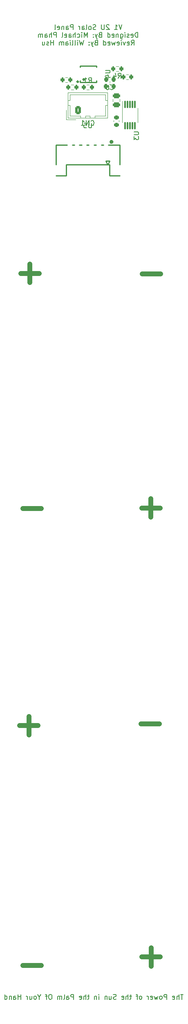
<source format=gbr>
%TF.GenerationSoftware,KiCad,Pcbnew,9.0.0*%
%TF.CreationDate,2025-10-09T13:40:37-07:00*%
%TF.ProjectId,2U_XY_V1,32555f58-595f-4563-912e-6b696361645f,1.0*%
%TF.SameCoordinates,Original*%
%TF.FileFunction,Legend,Bot*%
%TF.FilePolarity,Positive*%
%FSLAX46Y46*%
G04 Gerber Fmt 4.6, Leading zero omitted, Abs format (unit mm)*
G04 Created by KiCad (PCBNEW 9.0.0) date 2025-10-09 13:40:37*
%MOMM*%
%LPD*%
G01*
G04 APERTURE LIST*
G04 Aperture macros list*
%AMRoundRect*
0 Rectangle with rounded corners*
0 $1 Rounding radius*
0 $2 $3 $4 $5 $6 $7 $8 $9 X,Y pos of 4 corners*
0 Add a 4 corners polygon primitive as box body*
4,1,4,$2,$3,$4,$5,$6,$7,$8,$9,$2,$3,0*
0 Add four circle primitives for the rounded corners*
1,1,$1+$1,$2,$3*
1,1,$1+$1,$4,$5*
1,1,$1+$1,$6,$7*
1,1,$1+$1,$8,$9*
0 Add four rect primitives between the rounded corners*
20,1,$1+$1,$2,$3,$4,$5,0*
20,1,$1+$1,$4,$5,$6,$7,0*
20,1,$1+$1,$6,$7,$8,$9,0*
20,1,$1+$1,$8,$9,$2,$3,0*%
G04 Aperture macros list end*
%ADD10C,0.150000*%
%ADD11C,1.000000*%
%ADD12C,0.120000*%
%ADD13C,0.250000*%
%ADD14C,0.300000*%
%ADD15C,0.400000*%
%ADD16C,0.000000*%
%ADD17C,5.700000*%
%ADD18C,5.000000*%
%ADD19RoundRect,0.250000X-0.350000X-0.575000X0.350000X-0.575000X0.350000X0.575000X-0.350000X0.575000X0*%
%ADD20O,1.200000X1.650000*%
%ADD21O,1.690000X0.360000*%
%ADD22RoundRect,0.225000X0.225000X0.250000X-0.225000X0.250000X-0.225000X-0.250000X0.225000X-0.250000X0*%
%ADD23RoundRect,0.200000X-0.200000X-0.275000X0.200000X-0.275000X0.200000X0.275000X-0.200000X0.275000X0*%
%ADD24RoundRect,0.225000X-0.225000X-0.250000X0.225000X-0.250000X0.225000X0.250000X-0.225000X0.250000X0*%
%ADD25RoundRect,0.250000X0.475000X-0.250000X0.475000X0.250000X-0.475000X0.250000X-0.475000X-0.250000X0*%
%ADD26RoundRect,0.200000X0.200000X0.275000X-0.200000X0.275000X-0.200000X-0.275000X0.200000X-0.275000X0*%
%ADD27R,0.600000X1.500000*%
%ADD28R,1.250000X1.800000*%
%ADD29RoundRect,0.225000X0.250000X-0.225000X0.250000X0.225000X-0.250000X0.225000X-0.250000X-0.225000X0*%
%ADD30RoundRect,0.075000X-0.075000X0.650000X-0.075000X-0.650000X0.075000X-0.650000X0.075000X0.650000X0*%
G04 APERTURE END LIST*
D10*
X216100000Y-40349931D02*
X215766667Y-41349931D01*
X215766667Y-41349931D02*
X215433334Y-40349931D01*
X214576191Y-41349931D02*
X215147619Y-41349931D01*
X214861905Y-41349931D02*
X214861905Y-40349931D01*
X214861905Y-40349931D02*
X214957143Y-40492788D01*
X214957143Y-40492788D02*
X215052381Y-40588026D01*
X215052381Y-40588026D02*
X215147619Y-40635645D01*
X213433333Y-40445169D02*
X213385714Y-40397550D01*
X213385714Y-40397550D02*
X213290476Y-40349931D01*
X213290476Y-40349931D02*
X213052381Y-40349931D01*
X213052381Y-40349931D02*
X212957143Y-40397550D01*
X212957143Y-40397550D02*
X212909524Y-40445169D01*
X212909524Y-40445169D02*
X212861905Y-40540407D01*
X212861905Y-40540407D02*
X212861905Y-40635645D01*
X212861905Y-40635645D02*
X212909524Y-40778502D01*
X212909524Y-40778502D02*
X213480952Y-41349931D01*
X213480952Y-41349931D02*
X212861905Y-41349931D01*
X212433333Y-40349931D02*
X212433333Y-41159454D01*
X212433333Y-41159454D02*
X212385714Y-41254692D01*
X212385714Y-41254692D02*
X212338095Y-41302312D01*
X212338095Y-41302312D02*
X212242857Y-41349931D01*
X212242857Y-41349931D02*
X212052381Y-41349931D01*
X212052381Y-41349931D02*
X211957143Y-41302312D01*
X211957143Y-41302312D02*
X211909524Y-41254692D01*
X211909524Y-41254692D02*
X211861905Y-41159454D01*
X211861905Y-41159454D02*
X211861905Y-40349931D01*
X210671428Y-41302312D02*
X210528571Y-41349931D01*
X210528571Y-41349931D02*
X210290476Y-41349931D01*
X210290476Y-41349931D02*
X210195238Y-41302312D01*
X210195238Y-41302312D02*
X210147619Y-41254692D01*
X210147619Y-41254692D02*
X210100000Y-41159454D01*
X210100000Y-41159454D02*
X210100000Y-41064216D01*
X210100000Y-41064216D02*
X210147619Y-40968978D01*
X210147619Y-40968978D02*
X210195238Y-40921359D01*
X210195238Y-40921359D02*
X210290476Y-40873740D01*
X210290476Y-40873740D02*
X210480952Y-40826121D01*
X210480952Y-40826121D02*
X210576190Y-40778502D01*
X210576190Y-40778502D02*
X210623809Y-40730883D01*
X210623809Y-40730883D02*
X210671428Y-40635645D01*
X210671428Y-40635645D02*
X210671428Y-40540407D01*
X210671428Y-40540407D02*
X210623809Y-40445169D01*
X210623809Y-40445169D02*
X210576190Y-40397550D01*
X210576190Y-40397550D02*
X210480952Y-40349931D01*
X210480952Y-40349931D02*
X210242857Y-40349931D01*
X210242857Y-40349931D02*
X210100000Y-40397550D01*
X209528571Y-41349931D02*
X209623809Y-41302312D01*
X209623809Y-41302312D02*
X209671428Y-41254692D01*
X209671428Y-41254692D02*
X209719047Y-41159454D01*
X209719047Y-41159454D02*
X209719047Y-40873740D01*
X209719047Y-40873740D02*
X209671428Y-40778502D01*
X209671428Y-40778502D02*
X209623809Y-40730883D01*
X209623809Y-40730883D02*
X209528571Y-40683264D01*
X209528571Y-40683264D02*
X209385714Y-40683264D01*
X209385714Y-40683264D02*
X209290476Y-40730883D01*
X209290476Y-40730883D02*
X209242857Y-40778502D01*
X209242857Y-40778502D02*
X209195238Y-40873740D01*
X209195238Y-40873740D02*
X209195238Y-41159454D01*
X209195238Y-41159454D02*
X209242857Y-41254692D01*
X209242857Y-41254692D02*
X209290476Y-41302312D01*
X209290476Y-41302312D02*
X209385714Y-41349931D01*
X209385714Y-41349931D02*
X209528571Y-41349931D01*
X208623809Y-41349931D02*
X208719047Y-41302312D01*
X208719047Y-41302312D02*
X208766666Y-41207073D01*
X208766666Y-41207073D02*
X208766666Y-40349931D01*
X207814285Y-41349931D02*
X207814285Y-40826121D01*
X207814285Y-40826121D02*
X207861904Y-40730883D01*
X207861904Y-40730883D02*
X207957142Y-40683264D01*
X207957142Y-40683264D02*
X208147618Y-40683264D01*
X208147618Y-40683264D02*
X208242856Y-40730883D01*
X207814285Y-41302312D02*
X207909523Y-41349931D01*
X207909523Y-41349931D02*
X208147618Y-41349931D01*
X208147618Y-41349931D02*
X208242856Y-41302312D01*
X208242856Y-41302312D02*
X208290475Y-41207073D01*
X208290475Y-41207073D02*
X208290475Y-41111835D01*
X208290475Y-41111835D02*
X208242856Y-41016597D01*
X208242856Y-41016597D02*
X208147618Y-40968978D01*
X208147618Y-40968978D02*
X207909523Y-40968978D01*
X207909523Y-40968978D02*
X207814285Y-40921359D01*
X207338094Y-41349931D02*
X207338094Y-40683264D01*
X207338094Y-40873740D02*
X207290475Y-40778502D01*
X207290475Y-40778502D02*
X207242856Y-40730883D01*
X207242856Y-40730883D02*
X207147618Y-40683264D01*
X207147618Y-40683264D02*
X207052380Y-40683264D01*
X205957141Y-41349931D02*
X205957141Y-40349931D01*
X205957141Y-40349931D02*
X205576189Y-40349931D01*
X205576189Y-40349931D02*
X205480951Y-40397550D01*
X205480951Y-40397550D02*
X205433332Y-40445169D01*
X205433332Y-40445169D02*
X205385713Y-40540407D01*
X205385713Y-40540407D02*
X205385713Y-40683264D01*
X205385713Y-40683264D02*
X205433332Y-40778502D01*
X205433332Y-40778502D02*
X205480951Y-40826121D01*
X205480951Y-40826121D02*
X205576189Y-40873740D01*
X205576189Y-40873740D02*
X205957141Y-40873740D01*
X204528570Y-41349931D02*
X204528570Y-40826121D01*
X204528570Y-40826121D02*
X204576189Y-40730883D01*
X204576189Y-40730883D02*
X204671427Y-40683264D01*
X204671427Y-40683264D02*
X204861903Y-40683264D01*
X204861903Y-40683264D02*
X204957141Y-40730883D01*
X204528570Y-41302312D02*
X204623808Y-41349931D01*
X204623808Y-41349931D02*
X204861903Y-41349931D01*
X204861903Y-41349931D02*
X204957141Y-41302312D01*
X204957141Y-41302312D02*
X205004760Y-41207073D01*
X205004760Y-41207073D02*
X205004760Y-41111835D01*
X205004760Y-41111835D02*
X204957141Y-41016597D01*
X204957141Y-41016597D02*
X204861903Y-40968978D01*
X204861903Y-40968978D02*
X204623808Y-40968978D01*
X204623808Y-40968978D02*
X204528570Y-40921359D01*
X204052379Y-40683264D02*
X204052379Y-41349931D01*
X204052379Y-40778502D02*
X204004760Y-40730883D01*
X204004760Y-40730883D02*
X203909522Y-40683264D01*
X203909522Y-40683264D02*
X203766665Y-40683264D01*
X203766665Y-40683264D02*
X203671427Y-40730883D01*
X203671427Y-40730883D02*
X203623808Y-40826121D01*
X203623808Y-40826121D02*
X203623808Y-41349931D01*
X202766665Y-41302312D02*
X202861903Y-41349931D01*
X202861903Y-41349931D02*
X203052379Y-41349931D01*
X203052379Y-41349931D02*
X203147617Y-41302312D01*
X203147617Y-41302312D02*
X203195236Y-41207073D01*
X203195236Y-41207073D02*
X203195236Y-40826121D01*
X203195236Y-40826121D02*
X203147617Y-40730883D01*
X203147617Y-40730883D02*
X203052379Y-40683264D01*
X203052379Y-40683264D02*
X202861903Y-40683264D01*
X202861903Y-40683264D02*
X202766665Y-40730883D01*
X202766665Y-40730883D02*
X202719046Y-40826121D01*
X202719046Y-40826121D02*
X202719046Y-40921359D01*
X202719046Y-40921359D02*
X203195236Y-41016597D01*
X202147617Y-41349931D02*
X202242855Y-41302312D01*
X202242855Y-41302312D02*
X202290474Y-41207073D01*
X202290474Y-41207073D02*
X202290474Y-40349931D01*
X219385714Y-42959875D02*
X219385714Y-41959875D01*
X219385714Y-41959875D02*
X219147619Y-41959875D01*
X219147619Y-41959875D02*
X219004762Y-42007494D01*
X219004762Y-42007494D02*
X218909524Y-42102732D01*
X218909524Y-42102732D02*
X218861905Y-42197970D01*
X218861905Y-42197970D02*
X218814286Y-42388446D01*
X218814286Y-42388446D02*
X218814286Y-42531303D01*
X218814286Y-42531303D02*
X218861905Y-42721779D01*
X218861905Y-42721779D02*
X218909524Y-42817017D01*
X218909524Y-42817017D02*
X219004762Y-42912256D01*
X219004762Y-42912256D02*
X219147619Y-42959875D01*
X219147619Y-42959875D02*
X219385714Y-42959875D01*
X218004762Y-42912256D02*
X218100000Y-42959875D01*
X218100000Y-42959875D02*
X218290476Y-42959875D01*
X218290476Y-42959875D02*
X218385714Y-42912256D01*
X218385714Y-42912256D02*
X218433333Y-42817017D01*
X218433333Y-42817017D02*
X218433333Y-42436065D01*
X218433333Y-42436065D02*
X218385714Y-42340827D01*
X218385714Y-42340827D02*
X218290476Y-42293208D01*
X218290476Y-42293208D02*
X218100000Y-42293208D01*
X218100000Y-42293208D02*
X218004762Y-42340827D01*
X218004762Y-42340827D02*
X217957143Y-42436065D01*
X217957143Y-42436065D02*
X217957143Y-42531303D01*
X217957143Y-42531303D02*
X218433333Y-42626541D01*
X217576190Y-42912256D02*
X217480952Y-42959875D01*
X217480952Y-42959875D02*
X217290476Y-42959875D01*
X217290476Y-42959875D02*
X217195238Y-42912256D01*
X217195238Y-42912256D02*
X217147619Y-42817017D01*
X217147619Y-42817017D02*
X217147619Y-42769398D01*
X217147619Y-42769398D02*
X217195238Y-42674160D01*
X217195238Y-42674160D02*
X217290476Y-42626541D01*
X217290476Y-42626541D02*
X217433333Y-42626541D01*
X217433333Y-42626541D02*
X217528571Y-42578922D01*
X217528571Y-42578922D02*
X217576190Y-42483684D01*
X217576190Y-42483684D02*
X217576190Y-42436065D01*
X217576190Y-42436065D02*
X217528571Y-42340827D01*
X217528571Y-42340827D02*
X217433333Y-42293208D01*
X217433333Y-42293208D02*
X217290476Y-42293208D01*
X217290476Y-42293208D02*
X217195238Y-42340827D01*
X216719047Y-42959875D02*
X216719047Y-42293208D01*
X216719047Y-41959875D02*
X216766666Y-42007494D01*
X216766666Y-42007494D02*
X216719047Y-42055113D01*
X216719047Y-42055113D02*
X216671428Y-42007494D01*
X216671428Y-42007494D02*
X216719047Y-41959875D01*
X216719047Y-41959875D02*
X216719047Y-42055113D01*
X215814286Y-42293208D02*
X215814286Y-43102732D01*
X215814286Y-43102732D02*
X215861905Y-43197970D01*
X215861905Y-43197970D02*
X215909524Y-43245589D01*
X215909524Y-43245589D02*
X216004762Y-43293208D01*
X216004762Y-43293208D02*
X216147619Y-43293208D01*
X216147619Y-43293208D02*
X216242857Y-43245589D01*
X215814286Y-42912256D02*
X215909524Y-42959875D01*
X215909524Y-42959875D02*
X216100000Y-42959875D01*
X216100000Y-42959875D02*
X216195238Y-42912256D01*
X216195238Y-42912256D02*
X216242857Y-42864636D01*
X216242857Y-42864636D02*
X216290476Y-42769398D01*
X216290476Y-42769398D02*
X216290476Y-42483684D01*
X216290476Y-42483684D02*
X216242857Y-42388446D01*
X216242857Y-42388446D02*
X216195238Y-42340827D01*
X216195238Y-42340827D02*
X216100000Y-42293208D01*
X216100000Y-42293208D02*
X215909524Y-42293208D01*
X215909524Y-42293208D02*
X215814286Y-42340827D01*
X215338095Y-42293208D02*
X215338095Y-42959875D01*
X215338095Y-42388446D02*
X215290476Y-42340827D01*
X215290476Y-42340827D02*
X215195238Y-42293208D01*
X215195238Y-42293208D02*
X215052381Y-42293208D01*
X215052381Y-42293208D02*
X214957143Y-42340827D01*
X214957143Y-42340827D02*
X214909524Y-42436065D01*
X214909524Y-42436065D02*
X214909524Y-42959875D01*
X214052381Y-42912256D02*
X214147619Y-42959875D01*
X214147619Y-42959875D02*
X214338095Y-42959875D01*
X214338095Y-42959875D02*
X214433333Y-42912256D01*
X214433333Y-42912256D02*
X214480952Y-42817017D01*
X214480952Y-42817017D02*
X214480952Y-42436065D01*
X214480952Y-42436065D02*
X214433333Y-42340827D01*
X214433333Y-42340827D02*
X214338095Y-42293208D01*
X214338095Y-42293208D02*
X214147619Y-42293208D01*
X214147619Y-42293208D02*
X214052381Y-42340827D01*
X214052381Y-42340827D02*
X214004762Y-42436065D01*
X214004762Y-42436065D02*
X214004762Y-42531303D01*
X214004762Y-42531303D02*
X214480952Y-42626541D01*
X213147619Y-42959875D02*
X213147619Y-41959875D01*
X213147619Y-42912256D02*
X213242857Y-42959875D01*
X213242857Y-42959875D02*
X213433333Y-42959875D01*
X213433333Y-42959875D02*
X213528571Y-42912256D01*
X213528571Y-42912256D02*
X213576190Y-42864636D01*
X213576190Y-42864636D02*
X213623809Y-42769398D01*
X213623809Y-42769398D02*
X213623809Y-42483684D01*
X213623809Y-42483684D02*
X213576190Y-42388446D01*
X213576190Y-42388446D02*
X213528571Y-42340827D01*
X213528571Y-42340827D02*
X213433333Y-42293208D01*
X213433333Y-42293208D02*
X213242857Y-42293208D01*
X213242857Y-42293208D02*
X213147619Y-42340827D01*
X211576190Y-42436065D02*
X211433333Y-42483684D01*
X211433333Y-42483684D02*
X211385714Y-42531303D01*
X211385714Y-42531303D02*
X211338095Y-42626541D01*
X211338095Y-42626541D02*
X211338095Y-42769398D01*
X211338095Y-42769398D02*
X211385714Y-42864636D01*
X211385714Y-42864636D02*
X211433333Y-42912256D01*
X211433333Y-42912256D02*
X211528571Y-42959875D01*
X211528571Y-42959875D02*
X211909523Y-42959875D01*
X211909523Y-42959875D02*
X211909523Y-41959875D01*
X211909523Y-41959875D02*
X211576190Y-41959875D01*
X211576190Y-41959875D02*
X211480952Y-42007494D01*
X211480952Y-42007494D02*
X211433333Y-42055113D01*
X211433333Y-42055113D02*
X211385714Y-42150351D01*
X211385714Y-42150351D02*
X211385714Y-42245589D01*
X211385714Y-42245589D02*
X211433333Y-42340827D01*
X211433333Y-42340827D02*
X211480952Y-42388446D01*
X211480952Y-42388446D02*
X211576190Y-42436065D01*
X211576190Y-42436065D02*
X211909523Y-42436065D01*
X211004761Y-42293208D02*
X210766666Y-42959875D01*
X210528571Y-42293208D02*
X210766666Y-42959875D01*
X210766666Y-42959875D02*
X210861904Y-43197970D01*
X210861904Y-43197970D02*
X210909523Y-43245589D01*
X210909523Y-43245589D02*
X211004761Y-43293208D01*
X210147618Y-42864636D02*
X210099999Y-42912256D01*
X210099999Y-42912256D02*
X210147618Y-42959875D01*
X210147618Y-42959875D02*
X210195237Y-42912256D01*
X210195237Y-42912256D02*
X210147618Y-42864636D01*
X210147618Y-42864636D02*
X210147618Y-42959875D01*
X210147618Y-42340827D02*
X210099999Y-42388446D01*
X210099999Y-42388446D02*
X210147618Y-42436065D01*
X210147618Y-42436065D02*
X210195237Y-42388446D01*
X210195237Y-42388446D02*
X210147618Y-42340827D01*
X210147618Y-42340827D02*
X210147618Y-42436065D01*
X208909523Y-42959875D02*
X208909523Y-41959875D01*
X208909523Y-41959875D02*
X208576190Y-42674160D01*
X208576190Y-42674160D02*
X208242857Y-41959875D01*
X208242857Y-41959875D02*
X208242857Y-42959875D01*
X207766666Y-42959875D02*
X207766666Y-42293208D01*
X207766666Y-41959875D02*
X207814285Y-42007494D01*
X207814285Y-42007494D02*
X207766666Y-42055113D01*
X207766666Y-42055113D02*
X207719047Y-42007494D01*
X207719047Y-42007494D02*
X207766666Y-41959875D01*
X207766666Y-41959875D02*
X207766666Y-42055113D01*
X206861905Y-42912256D02*
X206957143Y-42959875D01*
X206957143Y-42959875D02*
X207147619Y-42959875D01*
X207147619Y-42959875D02*
X207242857Y-42912256D01*
X207242857Y-42912256D02*
X207290476Y-42864636D01*
X207290476Y-42864636D02*
X207338095Y-42769398D01*
X207338095Y-42769398D02*
X207338095Y-42483684D01*
X207338095Y-42483684D02*
X207290476Y-42388446D01*
X207290476Y-42388446D02*
X207242857Y-42340827D01*
X207242857Y-42340827D02*
X207147619Y-42293208D01*
X207147619Y-42293208D02*
X206957143Y-42293208D01*
X206957143Y-42293208D02*
X206861905Y-42340827D01*
X206433333Y-42959875D02*
X206433333Y-41959875D01*
X206004762Y-42959875D02*
X206004762Y-42436065D01*
X206004762Y-42436065D02*
X206052381Y-42340827D01*
X206052381Y-42340827D02*
X206147619Y-42293208D01*
X206147619Y-42293208D02*
X206290476Y-42293208D01*
X206290476Y-42293208D02*
X206385714Y-42340827D01*
X206385714Y-42340827D02*
X206433333Y-42388446D01*
X205100000Y-42959875D02*
X205100000Y-42436065D01*
X205100000Y-42436065D02*
X205147619Y-42340827D01*
X205147619Y-42340827D02*
X205242857Y-42293208D01*
X205242857Y-42293208D02*
X205433333Y-42293208D01*
X205433333Y-42293208D02*
X205528571Y-42340827D01*
X205100000Y-42912256D02*
X205195238Y-42959875D01*
X205195238Y-42959875D02*
X205433333Y-42959875D01*
X205433333Y-42959875D02*
X205528571Y-42912256D01*
X205528571Y-42912256D02*
X205576190Y-42817017D01*
X205576190Y-42817017D02*
X205576190Y-42721779D01*
X205576190Y-42721779D02*
X205528571Y-42626541D01*
X205528571Y-42626541D02*
X205433333Y-42578922D01*
X205433333Y-42578922D02*
X205195238Y-42578922D01*
X205195238Y-42578922D02*
X205100000Y-42531303D01*
X204242857Y-42912256D02*
X204338095Y-42959875D01*
X204338095Y-42959875D02*
X204528571Y-42959875D01*
X204528571Y-42959875D02*
X204623809Y-42912256D01*
X204623809Y-42912256D02*
X204671428Y-42817017D01*
X204671428Y-42817017D02*
X204671428Y-42436065D01*
X204671428Y-42436065D02*
X204623809Y-42340827D01*
X204623809Y-42340827D02*
X204528571Y-42293208D01*
X204528571Y-42293208D02*
X204338095Y-42293208D01*
X204338095Y-42293208D02*
X204242857Y-42340827D01*
X204242857Y-42340827D02*
X204195238Y-42436065D01*
X204195238Y-42436065D02*
X204195238Y-42531303D01*
X204195238Y-42531303D02*
X204671428Y-42626541D01*
X203623809Y-42959875D02*
X203719047Y-42912256D01*
X203719047Y-42912256D02*
X203766666Y-42817017D01*
X203766666Y-42817017D02*
X203766666Y-41959875D01*
X202480951Y-42959875D02*
X202480951Y-41959875D01*
X202480951Y-41959875D02*
X202099999Y-41959875D01*
X202099999Y-41959875D02*
X202004761Y-42007494D01*
X202004761Y-42007494D02*
X201957142Y-42055113D01*
X201957142Y-42055113D02*
X201909523Y-42150351D01*
X201909523Y-42150351D02*
X201909523Y-42293208D01*
X201909523Y-42293208D02*
X201957142Y-42388446D01*
X201957142Y-42388446D02*
X202004761Y-42436065D01*
X202004761Y-42436065D02*
X202099999Y-42483684D01*
X202099999Y-42483684D02*
X202480951Y-42483684D01*
X201480951Y-42959875D02*
X201480951Y-41959875D01*
X201052380Y-42959875D02*
X201052380Y-42436065D01*
X201052380Y-42436065D02*
X201099999Y-42340827D01*
X201099999Y-42340827D02*
X201195237Y-42293208D01*
X201195237Y-42293208D02*
X201338094Y-42293208D01*
X201338094Y-42293208D02*
X201433332Y-42340827D01*
X201433332Y-42340827D02*
X201480951Y-42388446D01*
X200147618Y-42959875D02*
X200147618Y-42436065D01*
X200147618Y-42436065D02*
X200195237Y-42340827D01*
X200195237Y-42340827D02*
X200290475Y-42293208D01*
X200290475Y-42293208D02*
X200480951Y-42293208D01*
X200480951Y-42293208D02*
X200576189Y-42340827D01*
X200147618Y-42912256D02*
X200242856Y-42959875D01*
X200242856Y-42959875D02*
X200480951Y-42959875D01*
X200480951Y-42959875D02*
X200576189Y-42912256D01*
X200576189Y-42912256D02*
X200623808Y-42817017D01*
X200623808Y-42817017D02*
X200623808Y-42721779D01*
X200623808Y-42721779D02*
X200576189Y-42626541D01*
X200576189Y-42626541D02*
X200480951Y-42578922D01*
X200480951Y-42578922D02*
X200242856Y-42578922D01*
X200242856Y-42578922D02*
X200147618Y-42531303D01*
X199671427Y-42959875D02*
X199671427Y-42293208D01*
X199671427Y-42388446D02*
X199623808Y-42340827D01*
X199623808Y-42340827D02*
X199528570Y-42293208D01*
X199528570Y-42293208D02*
X199385713Y-42293208D01*
X199385713Y-42293208D02*
X199290475Y-42340827D01*
X199290475Y-42340827D02*
X199242856Y-42436065D01*
X199242856Y-42436065D02*
X199242856Y-42959875D01*
X199242856Y-42436065D02*
X199195237Y-42340827D01*
X199195237Y-42340827D02*
X199099999Y-42293208D01*
X199099999Y-42293208D02*
X198957142Y-42293208D01*
X198957142Y-42293208D02*
X198861903Y-42340827D01*
X198861903Y-42340827D02*
X198814284Y-42436065D01*
X198814284Y-42436065D02*
X198814284Y-42959875D01*
X218004762Y-44569819D02*
X218338095Y-44093628D01*
X218576190Y-44569819D02*
X218576190Y-43569819D01*
X218576190Y-43569819D02*
X218195238Y-43569819D01*
X218195238Y-43569819D02*
X218100000Y-43617438D01*
X218100000Y-43617438D02*
X218052381Y-43665057D01*
X218052381Y-43665057D02*
X218004762Y-43760295D01*
X218004762Y-43760295D02*
X218004762Y-43903152D01*
X218004762Y-43903152D02*
X218052381Y-43998390D01*
X218052381Y-43998390D02*
X218100000Y-44046009D01*
X218100000Y-44046009D02*
X218195238Y-44093628D01*
X218195238Y-44093628D02*
X218576190Y-44093628D01*
X217195238Y-44522200D02*
X217290476Y-44569819D01*
X217290476Y-44569819D02*
X217480952Y-44569819D01*
X217480952Y-44569819D02*
X217576190Y-44522200D01*
X217576190Y-44522200D02*
X217623809Y-44426961D01*
X217623809Y-44426961D02*
X217623809Y-44046009D01*
X217623809Y-44046009D02*
X217576190Y-43950771D01*
X217576190Y-43950771D02*
X217480952Y-43903152D01*
X217480952Y-43903152D02*
X217290476Y-43903152D01*
X217290476Y-43903152D02*
X217195238Y-43950771D01*
X217195238Y-43950771D02*
X217147619Y-44046009D01*
X217147619Y-44046009D02*
X217147619Y-44141247D01*
X217147619Y-44141247D02*
X217623809Y-44236485D01*
X216814285Y-43903152D02*
X216576190Y-44569819D01*
X216576190Y-44569819D02*
X216338095Y-43903152D01*
X215957142Y-44569819D02*
X215957142Y-43903152D01*
X215957142Y-43569819D02*
X216004761Y-43617438D01*
X216004761Y-43617438D02*
X215957142Y-43665057D01*
X215957142Y-43665057D02*
X215909523Y-43617438D01*
X215909523Y-43617438D02*
X215957142Y-43569819D01*
X215957142Y-43569819D02*
X215957142Y-43665057D01*
X215100000Y-44522200D02*
X215195238Y-44569819D01*
X215195238Y-44569819D02*
X215385714Y-44569819D01*
X215385714Y-44569819D02*
X215480952Y-44522200D01*
X215480952Y-44522200D02*
X215528571Y-44426961D01*
X215528571Y-44426961D02*
X215528571Y-44046009D01*
X215528571Y-44046009D02*
X215480952Y-43950771D01*
X215480952Y-43950771D02*
X215385714Y-43903152D01*
X215385714Y-43903152D02*
X215195238Y-43903152D01*
X215195238Y-43903152D02*
X215100000Y-43950771D01*
X215100000Y-43950771D02*
X215052381Y-44046009D01*
X215052381Y-44046009D02*
X215052381Y-44141247D01*
X215052381Y-44141247D02*
X215528571Y-44236485D01*
X214719047Y-43903152D02*
X214528571Y-44569819D01*
X214528571Y-44569819D02*
X214338095Y-44093628D01*
X214338095Y-44093628D02*
X214147619Y-44569819D01*
X214147619Y-44569819D02*
X213957143Y-43903152D01*
X213195238Y-44522200D02*
X213290476Y-44569819D01*
X213290476Y-44569819D02*
X213480952Y-44569819D01*
X213480952Y-44569819D02*
X213576190Y-44522200D01*
X213576190Y-44522200D02*
X213623809Y-44426961D01*
X213623809Y-44426961D02*
X213623809Y-44046009D01*
X213623809Y-44046009D02*
X213576190Y-43950771D01*
X213576190Y-43950771D02*
X213480952Y-43903152D01*
X213480952Y-43903152D02*
X213290476Y-43903152D01*
X213290476Y-43903152D02*
X213195238Y-43950771D01*
X213195238Y-43950771D02*
X213147619Y-44046009D01*
X213147619Y-44046009D02*
X213147619Y-44141247D01*
X213147619Y-44141247D02*
X213623809Y-44236485D01*
X212290476Y-44569819D02*
X212290476Y-43569819D01*
X212290476Y-44522200D02*
X212385714Y-44569819D01*
X212385714Y-44569819D02*
X212576190Y-44569819D01*
X212576190Y-44569819D02*
X212671428Y-44522200D01*
X212671428Y-44522200D02*
X212719047Y-44474580D01*
X212719047Y-44474580D02*
X212766666Y-44379342D01*
X212766666Y-44379342D02*
X212766666Y-44093628D01*
X212766666Y-44093628D02*
X212719047Y-43998390D01*
X212719047Y-43998390D02*
X212671428Y-43950771D01*
X212671428Y-43950771D02*
X212576190Y-43903152D01*
X212576190Y-43903152D02*
X212385714Y-43903152D01*
X212385714Y-43903152D02*
X212290476Y-43950771D01*
X210719047Y-44046009D02*
X210576190Y-44093628D01*
X210576190Y-44093628D02*
X210528571Y-44141247D01*
X210528571Y-44141247D02*
X210480952Y-44236485D01*
X210480952Y-44236485D02*
X210480952Y-44379342D01*
X210480952Y-44379342D02*
X210528571Y-44474580D01*
X210528571Y-44474580D02*
X210576190Y-44522200D01*
X210576190Y-44522200D02*
X210671428Y-44569819D01*
X210671428Y-44569819D02*
X211052380Y-44569819D01*
X211052380Y-44569819D02*
X211052380Y-43569819D01*
X211052380Y-43569819D02*
X210719047Y-43569819D01*
X210719047Y-43569819D02*
X210623809Y-43617438D01*
X210623809Y-43617438D02*
X210576190Y-43665057D01*
X210576190Y-43665057D02*
X210528571Y-43760295D01*
X210528571Y-43760295D02*
X210528571Y-43855533D01*
X210528571Y-43855533D02*
X210576190Y-43950771D01*
X210576190Y-43950771D02*
X210623809Y-43998390D01*
X210623809Y-43998390D02*
X210719047Y-44046009D01*
X210719047Y-44046009D02*
X211052380Y-44046009D01*
X210147618Y-43903152D02*
X209909523Y-44569819D01*
X209671428Y-43903152D02*
X209909523Y-44569819D01*
X209909523Y-44569819D02*
X210004761Y-44807914D01*
X210004761Y-44807914D02*
X210052380Y-44855533D01*
X210052380Y-44855533D02*
X210147618Y-44903152D01*
X209290475Y-44474580D02*
X209242856Y-44522200D01*
X209242856Y-44522200D02*
X209290475Y-44569819D01*
X209290475Y-44569819D02*
X209338094Y-44522200D01*
X209338094Y-44522200D02*
X209290475Y-44474580D01*
X209290475Y-44474580D02*
X209290475Y-44569819D01*
X209290475Y-43950771D02*
X209242856Y-43998390D01*
X209242856Y-43998390D02*
X209290475Y-44046009D01*
X209290475Y-44046009D02*
X209338094Y-43998390D01*
X209338094Y-43998390D02*
X209290475Y-43950771D01*
X209290475Y-43950771D02*
X209290475Y-44046009D01*
X208147618Y-43569819D02*
X207909523Y-44569819D01*
X207909523Y-44569819D02*
X207719047Y-43855533D01*
X207719047Y-43855533D02*
X207528571Y-44569819D01*
X207528571Y-44569819D02*
X207290476Y-43569819D01*
X206909523Y-44569819D02*
X206909523Y-43903152D01*
X206909523Y-43569819D02*
X206957142Y-43617438D01*
X206957142Y-43617438D02*
X206909523Y-43665057D01*
X206909523Y-43665057D02*
X206861904Y-43617438D01*
X206861904Y-43617438D02*
X206909523Y-43569819D01*
X206909523Y-43569819D02*
X206909523Y-43665057D01*
X206290476Y-44569819D02*
X206385714Y-44522200D01*
X206385714Y-44522200D02*
X206433333Y-44426961D01*
X206433333Y-44426961D02*
X206433333Y-43569819D01*
X205766666Y-44569819D02*
X205861904Y-44522200D01*
X205861904Y-44522200D02*
X205909523Y-44426961D01*
X205909523Y-44426961D02*
X205909523Y-43569819D01*
X205385713Y-44569819D02*
X205385713Y-43903152D01*
X205385713Y-43569819D02*
X205433332Y-43617438D01*
X205433332Y-43617438D02*
X205385713Y-43665057D01*
X205385713Y-43665057D02*
X205338094Y-43617438D01*
X205338094Y-43617438D02*
X205385713Y-43569819D01*
X205385713Y-43569819D02*
X205385713Y-43665057D01*
X204480952Y-44569819D02*
X204480952Y-44046009D01*
X204480952Y-44046009D02*
X204528571Y-43950771D01*
X204528571Y-43950771D02*
X204623809Y-43903152D01*
X204623809Y-43903152D02*
X204814285Y-43903152D01*
X204814285Y-43903152D02*
X204909523Y-43950771D01*
X204480952Y-44522200D02*
X204576190Y-44569819D01*
X204576190Y-44569819D02*
X204814285Y-44569819D01*
X204814285Y-44569819D02*
X204909523Y-44522200D01*
X204909523Y-44522200D02*
X204957142Y-44426961D01*
X204957142Y-44426961D02*
X204957142Y-44331723D01*
X204957142Y-44331723D02*
X204909523Y-44236485D01*
X204909523Y-44236485D02*
X204814285Y-44188866D01*
X204814285Y-44188866D02*
X204576190Y-44188866D01*
X204576190Y-44188866D02*
X204480952Y-44141247D01*
X204004761Y-44569819D02*
X204004761Y-43903152D01*
X204004761Y-43998390D02*
X203957142Y-43950771D01*
X203957142Y-43950771D02*
X203861904Y-43903152D01*
X203861904Y-43903152D02*
X203719047Y-43903152D01*
X203719047Y-43903152D02*
X203623809Y-43950771D01*
X203623809Y-43950771D02*
X203576190Y-44046009D01*
X203576190Y-44046009D02*
X203576190Y-44569819D01*
X203576190Y-44046009D02*
X203528571Y-43950771D01*
X203528571Y-43950771D02*
X203433333Y-43903152D01*
X203433333Y-43903152D02*
X203290476Y-43903152D01*
X203290476Y-43903152D02*
X203195237Y-43950771D01*
X203195237Y-43950771D02*
X203147618Y-44046009D01*
X203147618Y-44046009D02*
X203147618Y-44569819D01*
X201909523Y-44569819D02*
X201909523Y-43569819D01*
X201909523Y-44046009D02*
X201338095Y-44046009D01*
X201338095Y-44569819D02*
X201338095Y-43569819D01*
X200909523Y-44522200D02*
X200814285Y-44569819D01*
X200814285Y-44569819D02*
X200623809Y-44569819D01*
X200623809Y-44569819D02*
X200528571Y-44522200D01*
X200528571Y-44522200D02*
X200480952Y-44426961D01*
X200480952Y-44426961D02*
X200480952Y-44379342D01*
X200480952Y-44379342D02*
X200528571Y-44284104D01*
X200528571Y-44284104D02*
X200623809Y-44236485D01*
X200623809Y-44236485D02*
X200766666Y-44236485D01*
X200766666Y-44236485D02*
X200861904Y-44188866D01*
X200861904Y-44188866D02*
X200909523Y-44093628D01*
X200909523Y-44093628D02*
X200909523Y-44046009D01*
X200909523Y-44046009D02*
X200861904Y-43950771D01*
X200861904Y-43950771D02*
X200766666Y-43903152D01*
X200766666Y-43903152D02*
X200623809Y-43903152D01*
X200623809Y-43903152D02*
X200528571Y-43950771D01*
X199623809Y-43903152D02*
X199623809Y-44569819D01*
X200052380Y-43903152D02*
X200052380Y-44426961D01*
X200052380Y-44426961D02*
X200004761Y-44522200D01*
X200004761Y-44522200D02*
X199909523Y-44569819D01*
X199909523Y-44569819D02*
X199766666Y-44569819D01*
X199766666Y-44569819D02*
X199671428Y-44522200D01*
X199671428Y-44522200D02*
X199623809Y-44474580D01*
D11*
X199401629Y-234891333D02*
X195592106Y-234891333D01*
X223811629Y-184911333D02*
X220002106Y-184911333D01*
X199401629Y-140391333D02*
X195592106Y-140391333D01*
X224101629Y-91851333D02*
X220292106Y-91851333D01*
X224031629Y-233141333D02*
X220222106Y-233141333D01*
X222126867Y-235046095D02*
X222126867Y-231236571D01*
X198731629Y-185291333D02*
X194922106Y-185291333D01*
X196826867Y-187196095D02*
X196826867Y-183386571D01*
X223981629Y-140291333D02*
X220172106Y-140291333D01*
X222076867Y-142196095D02*
X222076867Y-138386571D01*
X198931629Y-91761333D02*
X195122106Y-91761333D01*
X197026867Y-93666095D02*
X197026867Y-89856571D01*
D10*
X228787621Y-240879819D02*
X228216193Y-240879819D01*
X228501907Y-241879819D02*
X228501907Y-240879819D01*
X227882859Y-241879819D02*
X227882859Y-240879819D01*
X227454288Y-241879819D02*
X227454288Y-241356009D01*
X227454288Y-241356009D02*
X227501907Y-241260771D01*
X227501907Y-241260771D02*
X227597145Y-241213152D01*
X227597145Y-241213152D02*
X227740002Y-241213152D01*
X227740002Y-241213152D02*
X227835240Y-241260771D01*
X227835240Y-241260771D02*
X227882859Y-241308390D01*
X226597145Y-241832200D02*
X226692383Y-241879819D01*
X226692383Y-241879819D02*
X226882859Y-241879819D01*
X226882859Y-241879819D02*
X226978097Y-241832200D01*
X226978097Y-241832200D02*
X227025716Y-241736961D01*
X227025716Y-241736961D02*
X227025716Y-241356009D01*
X227025716Y-241356009D02*
X226978097Y-241260771D01*
X226978097Y-241260771D02*
X226882859Y-241213152D01*
X226882859Y-241213152D02*
X226692383Y-241213152D01*
X226692383Y-241213152D02*
X226597145Y-241260771D01*
X226597145Y-241260771D02*
X226549526Y-241356009D01*
X226549526Y-241356009D02*
X226549526Y-241451247D01*
X226549526Y-241451247D02*
X227025716Y-241546485D01*
X225359049Y-241879819D02*
X225359049Y-240879819D01*
X225359049Y-240879819D02*
X224978097Y-240879819D01*
X224978097Y-240879819D02*
X224882859Y-240927438D01*
X224882859Y-240927438D02*
X224835240Y-240975057D01*
X224835240Y-240975057D02*
X224787621Y-241070295D01*
X224787621Y-241070295D02*
X224787621Y-241213152D01*
X224787621Y-241213152D02*
X224835240Y-241308390D01*
X224835240Y-241308390D02*
X224882859Y-241356009D01*
X224882859Y-241356009D02*
X224978097Y-241403628D01*
X224978097Y-241403628D02*
X225359049Y-241403628D01*
X224216192Y-241879819D02*
X224311430Y-241832200D01*
X224311430Y-241832200D02*
X224359049Y-241784580D01*
X224359049Y-241784580D02*
X224406668Y-241689342D01*
X224406668Y-241689342D02*
X224406668Y-241403628D01*
X224406668Y-241403628D02*
X224359049Y-241308390D01*
X224359049Y-241308390D02*
X224311430Y-241260771D01*
X224311430Y-241260771D02*
X224216192Y-241213152D01*
X224216192Y-241213152D02*
X224073335Y-241213152D01*
X224073335Y-241213152D02*
X223978097Y-241260771D01*
X223978097Y-241260771D02*
X223930478Y-241308390D01*
X223930478Y-241308390D02*
X223882859Y-241403628D01*
X223882859Y-241403628D02*
X223882859Y-241689342D01*
X223882859Y-241689342D02*
X223930478Y-241784580D01*
X223930478Y-241784580D02*
X223978097Y-241832200D01*
X223978097Y-241832200D02*
X224073335Y-241879819D01*
X224073335Y-241879819D02*
X224216192Y-241879819D01*
X223549525Y-241213152D02*
X223359049Y-241879819D01*
X223359049Y-241879819D02*
X223168573Y-241403628D01*
X223168573Y-241403628D02*
X222978097Y-241879819D01*
X222978097Y-241879819D02*
X222787621Y-241213152D01*
X222025716Y-241832200D02*
X222120954Y-241879819D01*
X222120954Y-241879819D02*
X222311430Y-241879819D01*
X222311430Y-241879819D02*
X222406668Y-241832200D01*
X222406668Y-241832200D02*
X222454287Y-241736961D01*
X222454287Y-241736961D02*
X222454287Y-241356009D01*
X222454287Y-241356009D02*
X222406668Y-241260771D01*
X222406668Y-241260771D02*
X222311430Y-241213152D01*
X222311430Y-241213152D02*
X222120954Y-241213152D01*
X222120954Y-241213152D02*
X222025716Y-241260771D01*
X222025716Y-241260771D02*
X221978097Y-241356009D01*
X221978097Y-241356009D02*
X221978097Y-241451247D01*
X221978097Y-241451247D02*
X222454287Y-241546485D01*
X221549525Y-241879819D02*
X221549525Y-241213152D01*
X221549525Y-241403628D02*
X221501906Y-241308390D01*
X221501906Y-241308390D02*
X221454287Y-241260771D01*
X221454287Y-241260771D02*
X221359049Y-241213152D01*
X221359049Y-241213152D02*
X221263811Y-241213152D01*
X220025715Y-241879819D02*
X220120953Y-241832200D01*
X220120953Y-241832200D02*
X220168572Y-241784580D01*
X220168572Y-241784580D02*
X220216191Y-241689342D01*
X220216191Y-241689342D02*
X220216191Y-241403628D01*
X220216191Y-241403628D02*
X220168572Y-241308390D01*
X220168572Y-241308390D02*
X220120953Y-241260771D01*
X220120953Y-241260771D02*
X220025715Y-241213152D01*
X220025715Y-241213152D02*
X219882858Y-241213152D01*
X219882858Y-241213152D02*
X219787620Y-241260771D01*
X219787620Y-241260771D02*
X219740001Y-241308390D01*
X219740001Y-241308390D02*
X219692382Y-241403628D01*
X219692382Y-241403628D02*
X219692382Y-241689342D01*
X219692382Y-241689342D02*
X219740001Y-241784580D01*
X219740001Y-241784580D02*
X219787620Y-241832200D01*
X219787620Y-241832200D02*
X219882858Y-241879819D01*
X219882858Y-241879819D02*
X220025715Y-241879819D01*
X219406667Y-241213152D02*
X219025715Y-241213152D01*
X219263810Y-241879819D02*
X219263810Y-241022676D01*
X219263810Y-241022676D02*
X219216191Y-240927438D01*
X219216191Y-240927438D02*
X219120953Y-240879819D01*
X219120953Y-240879819D02*
X219025715Y-240879819D01*
X218073333Y-241213152D02*
X217692381Y-241213152D01*
X217930476Y-240879819D02*
X217930476Y-241736961D01*
X217930476Y-241736961D02*
X217882857Y-241832200D01*
X217882857Y-241832200D02*
X217787619Y-241879819D01*
X217787619Y-241879819D02*
X217692381Y-241879819D01*
X217359047Y-241879819D02*
X217359047Y-240879819D01*
X216930476Y-241879819D02*
X216930476Y-241356009D01*
X216930476Y-241356009D02*
X216978095Y-241260771D01*
X216978095Y-241260771D02*
X217073333Y-241213152D01*
X217073333Y-241213152D02*
X217216190Y-241213152D01*
X217216190Y-241213152D02*
X217311428Y-241260771D01*
X217311428Y-241260771D02*
X217359047Y-241308390D01*
X216073333Y-241832200D02*
X216168571Y-241879819D01*
X216168571Y-241879819D02*
X216359047Y-241879819D01*
X216359047Y-241879819D02*
X216454285Y-241832200D01*
X216454285Y-241832200D02*
X216501904Y-241736961D01*
X216501904Y-241736961D02*
X216501904Y-241356009D01*
X216501904Y-241356009D02*
X216454285Y-241260771D01*
X216454285Y-241260771D02*
X216359047Y-241213152D01*
X216359047Y-241213152D02*
X216168571Y-241213152D01*
X216168571Y-241213152D02*
X216073333Y-241260771D01*
X216073333Y-241260771D02*
X216025714Y-241356009D01*
X216025714Y-241356009D02*
X216025714Y-241451247D01*
X216025714Y-241451247D02*
X216501904Y-241546485D01*
X214882856Y-241832200D02*
X214739999Y-241879819D01*
X214739999Y-241879819D02*
X214501904Y-241879819D01*
X214501904Y-241879819D02*
X214406666Y-241832200D01*
X214406666Y-241832200D02*
X214359047Y-241784580D01*
X214359047Y-241784580D02*
X214311428Y-241689342D01*
X214311428Y-241689342D02*
X214311428Y-241594104D01*
X214311428Y-241594104D02*
X214359047Y-241498866D01*
X214359047Y-241498866D02*
X214406666Y-241451247D01*
X214406666Y-241451247D02*
X214501904Y-241403628D01*
X214501904Y-241403628D02*
X214692380Y-241356009D01*
X214692380Y-241356009D02*
X214787618Y-241308390D01*
X214787618Y-241308390D02*
X214835237Y-241260771D01*
X214835237Y-241260771D02*
X214882856Y-241165533D01*
X214882856Y-241165533D02*
X214882856Y-241070295D01*
X214882856Y-241070295D02*
X214835237Y-240975057D01*
X214835237Y-240975057D02*
X214787618Y-240927438D01*
X214787618Y-240927438D02*
X214692380Y-240879819D01*
X214692380Y-240879819D02*
X214454285Y-240879819D01*
X214454285Y-240879819D02*
X214311428Y-240927438D01*
X213454285Y-241213152D02*
X213454285Y-241879819D01*
X213882856Y-241213152D02*
X213882856Y-241736961D01*
X213882856Y-241736961D02*
X213835237Y-241832200D01*
X213835237Y-241832200D02*
X213739999Y-241879819D01*
X213739999Y-241879819D02*
X213597142Y-241879819D01*
X213597142Y-241879819D02*
X213501904Y-241832200D01*
X213501904Y-241832200D02*
X213454285Y-241784580D01*
X212978094Y-241213152D02*
X212978094Y-241879819D01*
X212978094Y-241308390D02*
X212930475Y-241260771D01*
X212930475Y-241260771D02*
X212835237Y-241213152D01*
X212835237Y-241213152D02*
X212692380Y-241213152D01*
X212692380Y-241213152D02*
X212597142Y-241260771D01*
X212597142Y-241260771D02*
X212549523Y-241356009D01*
X212549523Y-241356009D02*
X212549523Y-241879819D01*
X211311427Y-241879819D02*
X211311427Y-241213152D01*
X211311427Y-240879819D02*
X211359046Y-240927438D01*
X211359046Y-240927438D02*
X211311427Y-240975057D01*
X211311427Y-240975057D02*
X211263808Y-240927438D01*
X211263808Y-240927438D02*
X211311427Y-240879819D01*
X211311427Y-240879819D02*
X211311427Y-240975057D01*
X210835237Y-241213152D02*
X210835237Y-241879819D01*
X210835237Y-241308390D02*
X210787618Y-241260771D01*
X210787618Y-241260771D02*
X210692380Y-241213152D01*
X210692380Y-241213152D02*
X210549523Y-241213152D01*
X210549523Y-241213152D02*
X210454285Y-241260771D01*
X210454285Y-241260771D02*
X210406666Y-241356009D01*
X210406666Y-241356009D02*
X210406666Y-241879819D01*
X209311427Y-241213152D02*
X208930475Y-241213152D01*
X209168570Y-240879819D02*
X209168570Y-241736961D01*
X209168570Y-241736961D02*
X209120951Y-241832200D01*
X209120951Y-241832200D02*
X209025713Y-241879819D01*
X209025713Y-241879819D02*
X208930475Y-241879819D01*
X208597141Y-241879819D02*
X208597141Y-240879819D01*
X208168570Y-241879819D02*
X208168570Y-241356009D01*
X208168570Y-241356009D02*
X208216189Y-241260771D01*
X208216189Y-241260771D02*
X208311427Y-241213152D01*
X208311427Y-241213152D02*
X208454284Y-241213152D01*
X208454284Y-241213152D02*
X208549522Y-241260771D01*
X208549522Y-241260771D02*
X208597141Y-241308390D01*
X207311427Y-241832200D02*
X207406665Y-241879819D01*
X207406665Y-241879819D02*
X207597141Y-241879819D01*
X207597141Y-241879819D02*
X207692379Y-241832200D01*
X207692379Y-241832200D02*
X207739998Y-241736961D01*
X207739998Y-241736961D02*
X207739998Y-241356009D01*
X207739998Y-241356009D02*
X207692379Y-241260771D01*
X207692379Y-241260771D02*
X207597141Y-241213152D01*
X207597141Y-241213152D02*
X207406665Y-241213152D01*
X207406665Y-241213152D02*
X207311427Y-241260771D01*
X207311427Y-241260771D02*
X207263808Y-241356009D01*
X207263808Y-241356009D02*
X207263808Y-241451247D01*
X207263808Y-241451247D02*
X207739998Y-241546485D01*
X206073331Y-241879819D02*
X206073331Y-240879819D01*
X206073331Y-240879819D02*
X205692379Y-240879819D01*
X205692379Y-240879819D02*
X205597141Y-240927438D01*
X205597141Y-240927438D02*
X205549522Y-240975057D01*
X205549522Y-240975057D02*
X205501903Y-241070295D01*
X205501903Y-241070295D02*
X205501903Y-241213152D01*
X205501903Y-241213152D02*
X205549522Y-241308390D01*
X205549522Y-241308390D02*
X205597141Y-241356009D01*
X205597141Y-241356009D02*
X205692379Y-241403628D01*
X205692379Y-241403628D02*
X206073331Y-241403628D01*
X204644760Y-241879819D02*
X204644760Y-241356009D01*
X204644760Y-241356009D02*
X204692379Y-241260771D01*
X204692379Y-241260771D02*
X204787617Y-241213152D01*
X204787617Y-241213152D02*
X204978093Y-241213152D01*
X204978093Y-241213152D02*
X205073331Y-241260771D01*
X204644760Y-241832200D02*
X204739998Y-241879819D01*
X204739998Y-241879819D02*
X204978093Y-241879819D01*
X204978093Y-241879819D02*
X205073331Y-241832200D01*
X205073331Y-241832200D02*
X205120950Y-241736961D01*
X205120950Y-241736961D02*
X205120950Y-241641723D01*
X205120950Y-241641723D02*
X205073331Y-241546485D01*
X205073331Y-241546485D02*
X204978093Y-241498866D01*
X204978093Y-241498866D02*
X204739998Y-241498866D01*
X204739998Y-241498866D02*
X204644760Y-241451247D01*
X204025712Y-241879819D02*
X204120950Y-241832200D01*
X204120950Y-241832200D02*
X204168569Y-241736961D01*
X204168569Y-241736961D02*
X204168569Y-240879819D01*
X203644759Y-241879819D02*
X203644759Y-241213152D01*
X203644759Y-241308390D02*
X203597140Y-241260771D01*
X203597140Y-241260771D02*
X203501902Y-241213152D01*
X203501902Y-241213152D02*
X203359045Y-241213152D01*
X203359045Y-241213152D02*
X203263807Y-241260771D01*
X203263807Y-241260771D02*
X203216188Y-241356009D01*
X203216188Y-241356009D02*
X203216188Y-241879819D01*
X203216188Y-241356009D02*
X203168569Y-241260771D01*
X203168569Y-241260771D02*
X203073331Y-241213152D01*
X203073331Y-241213152D02*
X202930474Y-241213152D01*
X202930474Y-241213152D02*
X202835235Y-241260771D01*
X202835235Y-241260771D02*
X202787616Y-241356009D01*
X202787616Y-241356009D02*
X202787616Y-241879819D01*
X201359045Y-240879819D02*
X201168569Y-240879819D01*
X201168569Y-240879819D02*
X201073331Y-240927438D01*
X201073331Y-240927438D02*
X200978093Y-241022676D01*
X200978093Y-241022676D02*
X200930474Y-241213152D01*
X200930474Y-241213152D02*
X200930474Y-241546485D01*
X200930474Y-241546485D02*
X200978093Y-241736961D01*
X200978093Y-241736961D02*
X201073331Y-241832200D01*
X201073331Y-241832200D02*
X201168569Y-241879819D01*
X201168569Y-241879819D02*
X201359045Y-241879819D01*
X201359045Y-241879819D02*
X201454283Y-241832200D01*
X201454283Y-241832200D02*
X201549521Y-241736961D01*
X201549521Y-241736961D02*
X201597140Y-241546485D01*
X201597140Y-241546485D02*
X201597140Y-241213152D01*
X201597140Y-241213152D02*
X201549521Y-241022676D01*
X201549521Y-241022676D02*
X201454283Y-240927438D01*
X201454283Y-240927438D02*
X201359045Y-240879819D01*
X200644759Y-241213152D02*
X200263807Y-241213152D01*
X200501902Y-241879819D02*
X200501902Y-241022676D01*
X200501902Y-241022676D02*
X200454283Y-240927438D01*
X200454283Y-240927438D02*
X200359045Y-240879819D01*
X200359045Y-240879819D02*
X200263807Y-240879819D01*
X198978092Y-241403628D02*
X198978092Y-241879819D01*
X199311425Y-240879819D02*
X198978092Y-241403628D01*
X198978092Y-241403628D02*
X198644759Y-240879819D01*
X198168568Y-241879819D02*
X198263806Y-241832200D01*
X198263806Y-241832200D02*
X198311425Y-241784580D01*
X198311425Y-241784580D02*
X198359044Y-241689342D01*
X198359044Y-241689342D02*
X198359044Y-241403628D01*
X198359044Y-241403628D02*
X198311425Y-241308390D01*
X198311425Y-241308390D02*
X198263806Y-241260771D01*
X198263806Y-241260771D02*
X198168568Y-241213152D01*
X198168568Y-241213152D02*
X198025711Y-241213152D01*
X198025711Y-241213152D02*
X197930473Y-241260771D01*
X197930473Y-241260771D02*
X197882854Y-241308390D01*
X197882854Y-241308390D02*
X197835235Y-241403628D01*
X197835235Y-241403628D02*
X197835235Y-241689342D01*
X197835235Y-241689342D02*
X197882854Y-241784580D01*
X197882854Y-241784580D02*
X197930473Y-241832200D01*
X197930473Y-241832200D02*
X198025711Y-241879819D01*
X198025711Y-241879819D02*
X198168568Y-241879819D01*
X196978092Y-241213152D02*
X196978092Y-241879819D01*
X197406663Y-241213152D02*
X197406663Y-241736961D01*
X197406663Y-241736961D02*
X197359044Y-241832200D01*
X197359044Y-241832200D02*
X197263806Y-241879819D01*
X197263806Y-241879819D02*
X197120949Y-241879819D01*
X197120949Y-241879819D02*
X197025711Y-241832200D01*
X197025711Y-241832200D02*
X196978092Y-241784580D01*
X196501901Y-241879819D02*
X196501901Y-241213152D01*
X196501901Y-241403628D02*
X196454282Y-241308390D01*
X196454282Y-241308390D02*
X196406663Y-241260771D01*
X196406663Y-241260771D02*
X196311425Y-241213152D01*
X196311425Y-241213152D02*
X196216187Y-241213152D01*
X195120948Y-241879819D02*
X195120948Y-240879819D01*
X195120948Y-241356009D02*
X194549520Y-241356009D01*
X194549520Y-241879819D02*
X194549520Y-240879819D01*
X193644758Y-241879819D02*
X193644758Y-241356009D01*
X193644758Y-241356009D02*
X193692377Y-241260771D01*
X193692377Y-241260771D02*
X193787615Y-241213152D01*
X193787615Y-241213152D02*
X193978091Y-241213152D01*
X193978091Y-241213152D02*
X194073329Y-241260771D01*
X193644758Y-241832200D02*
X193739996Y-241879819D01*
X193739996Y-241879819D02*
X193978091Y-241879819D01*
X193978091Y-241879819D02*
X194073329Y-241832200D01*
X194073329Y-241832200D02*
X194120948Y-241736961D01*
X194120948Y-241736961D02*
X194120948Y-241641723D01*
X194120948Y-241641723D02*
X194073329Y-241546485D01*
X194073329Y-241546485D02*
X193978091Y-241498866D01*
X193978091Y-241498866D02*
X193739996Y-241498866D01*
X193739996Y-241498866D02*
X193644758Y-241451247D01*
X193168567Y-241213152D02*
X193168567Y-241879819D01*
X193168567Y-241308390D02*
X193120948Y-241260771D01*
X193120948Y-241260771D02*
X193025710Y-241213152D01*
X193025710Y-241213152D02*
X192882853Y-241213152D01*
X192882853Y-241213152D02*
X192787615Y-241260771D01*
X192787615Y-241260771D02*
X192739996Y-241356009D01*
X192739996Y-241356009D02*
X192739996Y-241879819D01*
X191835234Y-241879819D02*
X191835234Y-240879819D01*
X191835234Y-241832200D02*
X191930472Y-241879819D01*
X191930472Y-241879819D02*
X192120948Y-241879819D01*
X192120948Y-241879819D02*
X192216186Y-241832200D01*
X192216186Y-241832200D02*
X192263805Y-241784580D01*
X192263805Y-241784580D02*
X192311424Y-241689342D01*
X192311424Y-241689342D02*
X192311424Y-241403628D01*
X192311424Y-241403628D02*
X192263805Y-241308390D01*
X192263805Y-241308390D02*
X192216186Y-241260771D01*
X192216186Y-241260771D02*
X192120948Y-241213152D01*
X192120948Y-241213152D02*
X191930472Y-241213152D01*
X191930472Y-241213152D02*
X191835234Y-241260771D01*
X209690476Y-61079580D02*
X209738095Y-61127200D01*
X209738095Y-61127200D02*
X209880952Y-61174819D01*
X209880952Y-61174819D02*
X209976190Y-61174819D01*
X209976190Y-61174819D02*
X210119047Y-61127200D01*
X210119047Y-61127200D02*
X210214285Y-61031961D01*
X210214285Y-61031961D02*
X210261904Y-60936723D01*
X210261904Y-60936723D02*
X210309523Y-60746247D01*
X210309523Y-60746247D02*
X210309523Y-60603390D01*
X210309523Y-60603390D02*
X210261904Y-60412914D01*
X210261904Y-60412914D02*
X210214285Y-60317676D01*
X210214285Y-60317676D02*
X210119047Y-60222438D01*
X210119047Y-60222438D02*
X209976190Y-60174819D01*
X209976190Y-60174819D02*
X209880952Y-60174819D01*
X209880952Y-60174819D02*
X209738095Y-60222438D01*
X209738095Y-60222438D02*
X209690476Y-60270057D01*
X209261904Y-61174819D02*
X209261904Y-60174819D01*
X209261904Y-60174819D02*
X208690476Y-61174819D01*
X208690476Y-61174819D02*
X208690476Y-60174819D01*
X207690476Y-61174819D02*
X208261904Y-61174819D01*
X207976190Y-61174819D02*
X207976190Y-60174819D01*
X207976190Y-60174819D02*
X208071428Y-60317676D01*
X208071428Y-60317676D02*
X208166666Y-60412914D01*
X208166666Y-60412914D02*
X208261904Y-60460533D01*
X212634819Y-49778095D02*
X213444342Y-49778095D01*
X213444342Y-49778095D02*
X213539580Y-49825714D01*
X213539580Y-49825714D02*
X213587200Y-49873333D01*
X213587200Y-49873333D02*
X213634819Y-49968571D01*
X213634819Y-49968571D02*
X213634819Y-50159047D01*
X213634819Y-50159047D02*
X213587200Y-50254285D01*
X213587200Y-50254285D02*
X213539580Y-50301904D01*
X213539580Y-50301904D02*
X213444342Y-50349523D01*
X213444342Y-50349523D02*
X212634819Y-50349523D01*
X212968152Y-51254285D02*
X213634819Y-51254285D01*
X212587200Y-51016190D02*
X213301485Y-50778095D01*
X213301485Y-50778095D02*
X213301485Y-51397142D01*
X213746666Y-53659580D02*
X213794285Y-53707200D01*
X213794285Y-53707200D02*
X213937142Y-53754819D01*
X213937142Y-53754819D02*
X214032380Y-53754819D01*
X214032380Y-53754819D02*
X214175237Y-53707200D01*
X214175237Y-53707200D02*
X214270475Y-53611961D01*
X214270475Y-53611961D02*
X214318094Y-53516723D01*
X214318094Y-53516723D02*
X214365713Y-53326247D01*
X214365713Y-53326247D02*
X214365713Y-53183390D01*
X214365713Y-53183390D02*
X214318094Y-52992914D01*
X214318094Y-52992914D02*
X214270475Y-52897676D01*
X214270475Y-52897676D02*
X214175237Y-52802438D01*
X214175237Y-52802438D02*
X214032380Y-52754819D01*
X214032380Y-52754819D02*
X213937142Y-52754819D01*
X213937142Y-52754819D02*
X213794285Y-52802438D01*
X213794285Y-52802438D02*
X213746666Y-52850057D01*
X212889523Y-52754819D02*
X213079999Y-52754819D01*
X213079999Y-52754819D02*
X213175237Y-52802438D01*
X213175237Y-52802438D02*
X213222856Y-52850057D01*
X213222856Y-52850057D02*
X213318094Y-52992914D01*
X213318094Y-52992914D02*
X213365713Y-53183390D01*
X213365713Y-53183390D02*
X213365713Y-53564342D01*
X213365713Y-53564342D02*
X213318094Y-53659580D01*
X213318094Y-53659580D02*
X213270475Y-53707200D01*
X213270475Y-53707200D02*
X213175237Y-53754819D01*
X213175237Y-53754819D02*
X212984761Y-53754819D01*
X212984761Y-53754819D02*
X212889523Y-53707200D01*
X212889523Y-53707200D02*
X212841904Y-53659580D01*
X212841904Y-53659580D02*
X212794285Y-53564342D01*
X212794285Y-53564342D02*
X212794285Y-53326247D01*
X212794285Y-53326247D02*
X212841904Y-53231009D01*
X212841904Y-53231009D02*
X212889523Y-53183390D01*
X212889523Y-53183390D02*
X212984761Y-53135771D01*
X212984761Y-53135771D02*
X213175237Y-53135771D01*
X213175237Y-53135771D02*
X213270475Y-53183390D01*
X213270475Y-53183390D02*
X213318094Y-53231009D01*
X213318094Y-53231009D02*
X213365713Y-53326247D01*
X215286666Y-51384819D02*
X215619999Y-50908628D01*
X215858094Y-51384819D02*
X215858094Y-50384819D01*
X215858094Y-50384819D02*
X215477142Y-50384819D01*
X215477142Y-50384819D02*
X215381904Y-50432438D01*
X215381904Y-50432438D02*
X215334285Y-50480057D01*
X215334285Y-50480057D02*
X215286666Y-50575295D01*
X215286666Y-50575295D02*
X215286666Y-50718152D01*
X215286666Y-50718152D02*
X215334285Y-50813390D01*
X215334285Y-50813390D02*
X215381904Y-50861009D01*
X215381904Y-50861009D02*
X215477142Y-50908628D01*
X215477142Y-50908628D02*
X215858094Y-50908628D01*
X214429523Y-50718152D02*
X214429523Y-51384819D01*
X214667618Y-50337200D02*
X214905713Y-51051485D01*
X214905713Y-51051485D02*
X214286666Y-51051485D01*
X209771904Y-60694819D02*
X209771904Y-61504342D01*
X209771904Y-61504342D02*
X209724285Y-61599580D01*
X209724285Y-61599580D02*
X209676666Y-61647200D01*
X209676666Y-61647200D02*
X209581428Y-61694819D01*
X209581428Y-61694819D02*
X209390952Y-61694819D01*
X209390952Y-61694819D02*
X209295714Y-61647200D01*
X209295714Y-61647200D02*
X209248095Y-61599580D01*
X209248095Y-61599580D02*
X209200476Y-61504342D01*
X209200476Y-61504342D02*
X209200476Y-60694819D01*
X208248095Y-60694819D02*
X208724285Y-60694819D01*
X208724285Y-60694819D02*
X208771904Y-61171009D01*
X208771904Y-61171009D02*
X208724285Y-61123390D01*
X208724285Y-61123390D02*
X208629047Y-61075771D01*
X208629047Y-61075771D02*
X208390952Y-61075771D01*
X208390952Y-61075771D02*
X208295714Y-61123390D01*
X208295714Y-61123390D02*
X208248095Y-61171009D01*
X208248095Y-61171009D02*
X208200476Y-61266247D01*
X208200476Y-61266247D02*
X208200476Y-61504342D01*
X208200476Y-61504342D02*
X208248095Y-61599580D01*
X208248095Y-61599580D02*
X208295714Y-61647200D01*
X208295714Y-61647200D02*
X208390952Y-61694819D01*
X208390952Y-61694819D02*
X208629047Y-61694819D01*
X208629047Y-61694819D02*
X208724285Y-61647200D01*
X208724285Y-61647200D02*
X208771904Y-61599580D01*
X209196666Y-52304819D02*
X209529999Y-51828628D01*
X209768094Y-52304819D02*
X209768094Y-51304819D01*
X209768094Y-51304819D02*
X209387142Y-51304819D01*
X209387142Y-51304819D02*
X209291904Y-51352438D01*
X209291904Y-51352438D02*
X209244285Y-51400057D01*
X209244285Y-51400057D02*
X209196666Y-51495295D01*
X209196666Y-51495295D02*
X209196666Y-51638152D01*
X209196666Y-51638152D02*
X209244285Y-51733390D01*
X209244285Y-51733390D02*
X209291904Y-51781009D01*
X209291904Y-51781009D02*
X209387142Y-51828628D01*
X209387142Y-51828628D02*
X209768094Y-51828628D01*
X208244285Y-52304819D02*
X208815713Y-52304819D01*
X208529999Y-52304819D02*
X208529999Y-51304819D01*
X208529999Y-51304819D02*
X208625237Y-51447676D01*
X208625237Y-51447676D02*
X208720475Y-51542914D01*
X208720475Y-51542914D02*
X208815713Y-51590533D01*
X218574819Y-62528095D02*
X219384342Y-62528095D01*
X219384342Y-62528095D02*
X219479580Y-62575714D01*
X219479580Y-62575714D02*
X219527200Y-62623333D01*
X219527200Y-62623333D02*
X219574819Y-62718571D01*
X219574819Y-62718571D02*
X219574819Y-62909047D01*
X219574819Y-62909047D02*
X219527200Y-63004285D01*
X219527200Y-63004285D02*
X219479580Y-63051904D01*
X219479580Y-63051904D02*
X219384342Y-63099523D01*
X219384342Y-63099523D02*
X218574819Y-63099523D01*
X218574819Y-63480476D02*
X218574819Y-64099523D01*
X218574819Y-64099523D02*
X218955771Y-63766190D01*
X218955771Y-63766190D02*
X218955771Y-63909047D01*
X218955771Y-63909047D02*
X219003390Y-64004285D01*
X219003390Y-64004285D02*
X219051009Y-64051904D01*
X219051009Y-64051904D02*
X219146247Y-64099523D01*
X219146247Y-64099523D02*
X219384342Y-64099523D01*
X219384342Y-64099523D02*
X219479580Y-64051904D01*
X219479580Y-64051904D02*
X219527200Y-64004285D01*
X219527200Y-64004285D02*
X219574819Y-63909047D01*
X219574819Y-63909047D02*
X219574819Y-63623333D01*
X219574819Y-63623333D02*
X219527200Y-63528095D01*
X219527200Y-63528095D02*
X219479580Y-63480476D01*
D12*
%TO.C,CN1*%
X204590000Y-58020000D02*
X204590000Y-59930000D01*
X204590000Y-59930000D02*
X206500001Y-59930000D01*
X204900000Y-54420000D02*
X213100000Y-54420000D01*
X204900000Y-56020000D02*
X205300000Y-56020000D01*
X204900000Y-57020000D02*
X205300000Y-57020000D01*
X204900000Y-59620000D02*
X204900000Y-54420000D01*
X205300000Y-54820000D02*
X212700000Y-54820000D01*
X205300000Y-56020000D02*
X205300000Y-54820000D01*
X205300000Y-57020000D02*
X205300000Y-59220001D01*
X205300000Y-59220001D02*
X207500000Y-59220001D01*
X207500000Y-59220001D02*
X207500000Y-59620000D01*
X208500000Y-59220000D02*
X209500000Y-59220000D01*
X208500000Y-59620000D02*
X208500000Y-59220000D01*
X209500000Y-59220000D02*
X209500000Y-59620000D01*
X210500000Y-59220000D02*
X210500000Y-59620000D01*
X212700000Y-54820000D02*
X212700000Y-56020000D01*
X212700000Y-56020000D02*
X213100000Y-56020000D01*
X212700000Y-57020000D02*
X212700000Y-59220000D01*
X212700000Y-59220000D02*
X210500000Y-59220000D01*
X213100000Y-54420000D02*
X213100000Y-59620000D01*
X213100000Y-57020000D02*
X212700000Y-57020000D01*
X213100000Y-59620000D02*
X204900000Y-59620000D01*
D13*
%TO.C,U4*%
X207420000Y-48880000D02*
X210810000Y-48880000D01*
X207420000Y-49150000D02*
X207420000Y-48880000D01*
X207420000Y-52260000D02*
X207420000Y-51930000D01*
X207430000Y-52270000D02*
X207420000Y-52260000D01*
X210800000Y-52270000D02*
X207430000Y-52270000D01*
X210810000Y-48880000D02*
X210810000Y-49150000D01*
X210810000Y-51930000D02*
X210810000Y-52240000D01*
X210810000Y-52240000D02*
X210790000Y-52260000D01*
D14*
X207080000Y-52150000D02*
G75*
G02*
X206780000Y-52150000I-150000J0D01*
G01*
X206780000Y-52150000D02*
G75*
G02*
X207080000Y-52150000I150000J0D01*
G01*
X208340000Y-51680000D02*
G75*
G02*
X208040000Y-51680000I-150000J0D01*
G01*
X208040000Y-51680000D02*
G75*
G02*
X208340000Y-51680000I150000J0D01*
G01*
D12*
%TO.C,C6*%
X213720581Y-51140000D02*
X213439419Y-51140000D01*
X213720581Y-52160000D02*
X213439419Y-52160000D01*
%TO.C,R2*%
X205582742Y-52767500D02*
X206057258Y-52767500D01*
X205582742Y-53812500D02*
X206057258Y-53812500D01*
%TO.C,C4*%
X213419419Y-52640000D02*
X213700581Y-52640000D01*
X213419419Y-53660000D02*
X213700581Y-53660000D01*
%TO.C,C5*%
X215654999Y-56251253D02*
X215654999Y-55728747D01*
X214184999Y-56251253D02*
X214184999Y-55728747D01*
%TO.C,R4*%
X214882742Y-48957500D02*
X215357258Y-48957500D01*
X214882742Y-50002500D02*
X215357258Y-50002500D01*
%TO.C,R6*%
X216952742Y-50617500D02*
X217427258Y-50617500D01*
X216952742Y-51662500D02*
X217427258Y-51662500D01*
%TO.C,R5*%
X204817258Y-51257500D02*
X204342742Y-51257500D01*
X204817258Y-52302500D02*
X204342742Y-52302500D01*
D13*
%TO.C,U5*%
X202410000Y-65230000D02*
X202410000Y-69280000D01*
X202410000Y-71530000D02*
X204510000Y-71530001D01*
X204510000Y-69280000D02*
X213510000Y-69280000D01*
X204510000Y-71530001D02*
X204510000Y-69280000D01*
X204730000Y-65229999D02*
X202410000Y-65230000D01*
X206230000Y-65230000D02*
X205790000Y-65230000D01*
X207730000Y-65230000D02*
X207290000Y-65230000D01*
X209230000Y-65230000D02*
X208790000Y-65230000D01*
X210730000Y-65230000D02*
X210290000Y-65230000D01*
X212230000Y-65230000D02*
X211790000Y-65230000D01*
X212760000Y-68530000D02*
X213510000Y-68530000D01*
X213060000Y-69280000D02*
X212760000Y-68530000D01*
X213510000Y-68530000D02*
X213210000Y-69280000D01*
X213510000Y-69280000D02*
X213510000Y-71530001D01*
X213510000Y-71530001D02*
X215610000Y-71530000D01*
X215610000Y-65230000D02*
X213290000Y-65229999D01*
X215610000Y-65230000D02*
X215610000Y-69280000D01*
D15*
X214120000Y-64580000D02*
G75*
G02*
X213720000Y-64580000I-200000J0D01*
G01*
X213720000Y-64580000D02*
G75*
G02*
X214120000Y-64580000I200000J0D01*
G01*
D12*
%TO.C,C3*%
X215429998Y-60430581D02*
X215429998Y-60149419D01*
X214409998Y-60430581D02*
X214409998Y-60149419D01*
%TO.C,R1*%
X209267258Y-52757500D02*
X208792742Y-52757500D01*
X209267258Y-53802500D02*
X208792742Y-53802500D01*
%TO.C,U3*%
X219380000Y-59070000D02*
X219380000Y-57570000D01*
X219380000Y-59070000D02*
X219380000Y-60570000D01*
X216160000Y-59070000D02*
X216160000Y-56145000D01*
X216160000Y-59070000D02*
X216160000Y-60570000D01*
%TD*%
%LPC*%
D16*
%TO.C,G\u002A\u002A\u002A*%
G36*
X203752585Y-108048627D02*
G01*
X203742326Y-108058885D01*
X203732068Y-108048627D01*
X203742326Y-108038368D01*
X203752585Y-108048627D01*
G37*
G36*
X205045154Y-107022779D02*
G01*
X205034895Y-107033037D01*
X205024637Y-107022779D01*
X205034895Y-107012520D01*
X205045154Y-107022779D01*
G37*
G36*
X205065671Y-107453635D02*
G01*
X205055412Y-107463893D01*
X205045154Y-107453635D01*
X205055412Y-107443376D01*
X205065671Y-107453635D01*
G37*
G36*
X205209289Y-107351050D02*
G01*
X205199031Y-107361308D01*
X205188772Y-107351050D01*
X205199031Y-107340791D01*
X205209289Y-107351050D01*
G37*
G36*
X205434976Y-107125363D02*
G01*
X205424717Y-107135622D01*
X205414459Y-107125363D01*
X205424717Y-107115105D01*
X205434976Y-107125363D01*
G37*
G36*
X205537561Y-106817609D02*
G01*
X205527302Y-106827867D01*
X205517044Y-106817609D01*
X205527302Y-106807350D01*
X205537561Y-106817609D01*
G37*
G36*
X205660662Y-107186914D02*
G01*
X205650404Y-107197173D01*
X205640146Y-107186914D01*
X205650404Y-107176656D01*
X205660662Y-107186914D01*
G37*
G36*
X205763247Y-105586591D02*
G01*
X205752989Y-105596850D01*
X205742730Y-105586591D01*
X205752989Y-105576333D01*
X205763247Y-105586591D01*
G37*
G36*
X205906866Y-107186914D02*
G01*
X205896608Y-107197173D01*
X205886349Y-107186914D01*
X205896608Y-107176656D01*
X205906866Y-107186914D01*
G37*
G36*
X205906866Y-107392084D02*
G01*
X205896608Y-107402342D01*
X205886349Y-107392084D01*
X205896608Y-107381825D01*
X205906866Y-107392084D01*
G37*
G36*
X206050485Y-107125363D02*
G01*
X206040226Y-107135622D01*
X206029968Y-107125363D01*
X206040226Y-107115105D01*
X206050485Y-107125363D01*
G37*
G36*
X206399273Y-107617770D02*
G01*
X206389015Y-107628029D01*
X206378756Y-107617770D01*
X206389015Y-107607512D01*
X206399273Y-107617770D01*
G37*
G36*
X207178918Y-107392084D02*
G01*
X207168659Y-107402342D01*
X207158401Y-107392084D01*
X207168659Y-107381825D01*
X207178918Y-107392084D01*
G37*
G36*
X211856785Y-110756866D02*
G01*
X211846527Y-110767124D01*
X211836268Y-110756866D01*
X211846527Y-110746607D01*
X211856785Y-110756866D01*
G37*
G36*
X204545907Y-107039876D02*
G01*
X204549117Y-107046047D01*
X204532230Y-107053554D01*
X204521368Y-107052073D01*
X204518552Y-107039876D01*
X204521559Y-107037421D01*
X204545907Y-107039876D01*
G37*
G36*
X205017798Y-107286080D02*
G01*
X205021007Y-107292251D01*
X205004120Y-107299758D01*
X204993258Y-107298277D01*
X204990442Y-107286080D01*
X204993449Y-107283624D01*
X205017798Y-107286080D01*
G37*
G36*
X203826353Y-107953130D02*
G01*
X203820020Y-107962245D01*
X203802666Y-107976817D01*
X203799798Y-107976618D01*
X203795280Y-107964741D01*
X203817306Y-107944083D01*
X203828772Y-107939091D01*
X203826353Y-107953130D01*
G37*
G36*
X204860501Y-106949758D02*
G01*
X204859712Y-106955714D01*
X204839984Y-106971486D01*
X204835341Y-106971251D01*
X204819467Y-106962439D01*
X204820411Y-106959147D01*
X204839984Y-106940711D01*
X204847931Y-106937505D01*
X204860501Y-106949758D01*
G37*
G36*
X210958783Y-110583260D02*
G01*
X210974556Y-110602989D01*
X210974321Y-110607632D01*
X210965508Y-110623506D01*
X210962217Y-110622561D01*
X210943780Y-110602989D01*
X210940575Y-110595041D01*
X210952828Y-110582472D01*
X210958783Y-110583260D01*
G37*
G36*
X203599185Y-108066845D02*
G01*
X203605412Y-108088291D01*
X203573062Y-108106293D01*
X203553458Y-108111572D01*
X203532028Y-108118056D01*
X203529126Y-108112496D01*
X203526898Y-108081323D01*
X203535152Y-108053899D01*
X203567932Y-108052940D01*
X203599185Y-108066845D01*
G37*
G36*
X212927504Y-110344190D02*
G01*
X212933574Y-110391013D01*
X212929048Y-110460215D01*
X212916668Y-110551696D01*
X212887805Y-110481271D01*
X212880153Y-110461346D01*
X212869738Y-110407498D01*
X212882740Y-110358616D01*
X212893354Y-110339129D01*
X212913282Y-110325108D01*
X212927504Y-110344190D01*
G37*
G36*
X205068883Y-108227215D02*
G01*
X205129769Y-108248440D01*
X205083885Y-108297281D01*
X205062518Y-108320181D01*
X205038058Y-108340930D01*
X205014688Y-108340198D01*
X204973972Y-108322158D01*
X204921376Y-108298194D01*
X204964687Y-108252092D01*
X204985448Y-108231991D01*
X205020660Y-108216664D01*
X205068883Y-108227215D01*
G37*
G36*
X206059570Y-107233917D02*
G01*
X206100936Y-107247104D01*
X206109630Y-107262605D01*
X206092095Y-107288805D01*
X206068758Y-107305949D01*
X206012232Y-107306931D01*
X206000365Y-107304048D01*
X205959000Y-107290860D01*
X205950306Y-107275359D01*
X205967841Y-107249159D01*
X205991178Y-107232015D01*
X206047703Y-107231033D01*
X206059570Y-107233917D01*
G37*
G36*
X212251368Y-110650928D02*
G01*
X212323546Y-110684832D01*
X212351953Y-110706108D01*
X212383926Y-110748762D01*
X212389244Y-110788534D01*
X212364580Y-110814882D01*
X212361417Y-110816024D01*
X212312395Y-110816102D01*
X212257476Y-110794046D01*
X212208055Y-110758006D01*
X212175523Y-110716134D01*
X212171275Y-110676581D01*
X212199505Y-110648575D01*
X212251368Y-110650928D01*
G37*
G36*
X203701379Y-108526818D02*
G01*
X203698122Y-108561466D01*
X203682436Y-108569356D01*
X203662454Y-108539356D01*
X203654636Y-108515877D01*
X203653778Y-108500000D01*
X203670517Y-108500000D01*
X203680776Y-108510258D01*
X203691034Y-108500000D01*
X203680776Y-108489741D01*
X203670517Y-108500000D01*
X203653778Y-108500000D01*
X203652665Y-108479397D01*
X203674032Y-108473816D01*
X203689082Y-108487622D01*
X203692965Y-108500000D01*
X203701379Y-108526818D01*
G37*
G36*
X206036151Y-106146738D02*
G01*
X206116961Y-106155762D01*
X206165021Y-106168979D01*
X206188134Y-106190015D01*
X206194104Y-106222495D01*
X206191071Y-106253146D01*
X206172933Y-106265723D01*
X206127423Y-106260579D01*
X206109735Y-106257056D01*
X206030408Y-106233347D01*
X205977441Y-106203386D01*
X205958158Y-106171048D01*
X205958919Y-106164097D01*
X205978521Y-106147530D01*
X206029968Y-106146241D01*
X206036151Y-106146738D01*
G37*
G36*
X205103586Y-106156557D02*
G01*
X205161974Y-106172444D01*
X205227863Y-106194839D01*
X205289490Y-106219382D01*
X205335093Y-106241713D01*
X205352908Y-106257471D01*
X205346632Y-106266913D01*
X205317003Y-106263380D01*
X205306394Y-106259211D01*
X205256146Y-106241447D01*
X205193754Y-106221088D01*
X205188804Y-106219527D01*
X205117737Y-106194535D01*
X205070234Y-106172944D01*
X205051518Y-106157620D01*
X205066816Y-106151432D01*
X205103586Y-106156557D01*
G37*
G36*
X207083627Y-103817701D02*
G01*
X207171686Y-103851312D01*
X207186710Y-103858432D01*
X207254949Y-103895079D01*
X207291296Y-103925420D01*
X207302019Y-103954415D01*
X207302010Y-103955519D01*
X207285641Y-103987759D01*
X207241237Y-103995644D01*
X207173429Y-103979494D01*
X207086848Y-103939626D01*
X207058219Y-103923047D01*
X206997037Y-103876918D01*
X206972270Y-103839901D01*
X206980636Y-103815413D01*
X207018849Y-103806874D01*
X207083627Y-103817701D01*
G37*
G36*
X208652021Y-104796689D02*
G01*
X208688986Y-104812518D01*
X208714632Y-104863368D01*
X208720871Y-104884031D01*
X208744176Y-104976031D01*
X208753858Y-105044954D01*
X208748775Y-105083425D01*
X208723968Y-105101134D01*
X208694561Y-105085573D01*
X208665250Y-105041176D01*
X208639863Y-104973817D01*
X208622231Y-104889368D01*
X208619129Y-104865557D01*
X208616655Y-104820195D01*
X208626400Y-104800789D01*
X208651759Y-104796688D01*
X208652021Y-104796689D01*
G37*
G36*
X213839716Y-110257705D02*
G01*
X213885909Y-110284225D01*
X213929176Y-110329054D01*
X213964114Y-110382919D01*
X213985317Y-110436547D01*
X213987382Y-110480667D01*
X213964903Y-110506007D01*
X213957136Y-110507971D01*
X213905924Y-110500960D01*
X213844696Y-110471670D01*
X213785742Y-110428741D01*
X213741356Y-110380815D01*
X213723829Y-110336533D01*
X213728417Y-110310473D01*
X213761830Y-110269915D01*
X213818133Y-110254200D01*
X213839716Y-110257705D01*
G37*
G36*
X208203043Y-115450184D02*
G01*
X208275966Y-115508172D01*
X208296314Y-115527627D01*
X208357713Y-115600358D01*
X208386223Y-115662604D01*
X208379881Y-115710546D01*
X208369481Y-115724851D01*
X208353535Y-115729818D01*
X208323444Y-115719511D01*
X208268080Y-115692095D01*
X208196137Y-115645854D01*
X208139618Y-115591542D01*
X208102157Y-115535980D01*
X208087054Y-115485819D01*
X208097612Y-115447709D01*
X208137132Y-115428302D01*
X208148918Y-115428102D01*
X208203043Y-115450184D01*
G37*
G36*
X214520789Y-106512853D02*
G01*
X214581336Y-106558467D01*
X214635036Y-106616343D01*
X214673447Y-106679082D01*
X214688126Y-106739284D01*
X214681374Y-106769752D01*
X214652832Y-106804546D01*
X214620068Y-106813469D01*
X214558848Y-106799577D01*
X214491509Y-106755434D01*
X214425495Y-106684957D01*
X214409758Y-106663336D01*
X214371574Y-106589859D01*
X214370257Y-106532971D01*
X214405711Y-106491731D01*
X214412918Y-106488012D01*
X214461835Y-106486902D01*
X214520789Y-106512853D01*
G37*
G36*
X216933313Y-106714541D02*
G01*
X216995846Y-106747437D01*
X217075027Y-106813470D01*
X217132543Y-106872217D01*
X217163819Y-106921730D01*
X217164538Y-106962795D01*
X217136954Y-107002280D01*
X217126691Y-107011047D01*
X217074868Y-107025775D01*
X217004808Y-107007043D01*
X216914417Y-106954400D01*
X216865557Y-106915625D01*
X216817520Y-106854008D01*
X216807456Y-106795397D01*
X216836424Y-106742664D01*
X216837170Y-106741923D01*
X216882173Y-106713223D01*
X216933313Y-106714541D01*
G37*
G36*
X204735040Y-106922705D02*
G01*
X204704987Y-106949825D01*
X204652682Y-106968580D01*
X204587506Y-106953986D01*
X204565233Y-106942843D01*
X204564553Y-106926183D01*
X204569273Y-106920194D01*
X204614297Y-106920194D01*
X204624556Y-106930452D01*
X204634814Y-106920194D01*
X204624556Y-106909935D01*
X204614297Y-106920194D01*
X204569273Y-106920194D01*
X204590987Y-106892639D01*
X204612988Y-106870615D01*
X204650322Y-106854938D01*
X204706192Y-106859916D01*
X204780867Y-106873925D01*
X204737399Y-106920194D01*
X204735040Y-106922705D01*
G37*
G36*
X207647133Y-113468293D02*
G01*
X207719839Y-113530961D01*
X207775225Y-113589118D01*
X207837774Y-113669414D01*
X207864949Y-113730587D01*
X207856512Y-113772215D01*
X207850177Y-113778938D01*
X207819076Y-113791375D01*
X207776845Y-113777377D01*
X207719142Y-113734701D01*
X207641623Y-113661101D01*
X207614195Y-113632848D01*
X207561918Y-113572699D01*
X207535703Y-113528517D01*
X207531051Y-113493482D01*
X207531627Y-113489739D01*
X207551628Y-113447404D01*
X207590596Y-113440348D01*
X207647133Y-113468293D01*
G37*
G36*
X208543284Y-115119484D02*
G01*
X208601031Y-115148307D01*
X208666124Y-115201245D01*
X208730604Y-115269308D01*
X208786514Y-115343504D01*
X208825896Y-115414843D01*
X208840792Y-115474335D01*
X208836844Y-115504009D01*
X208812316Y-115528570D01*
X208766656Y-115520239D01*
X208701376Y-115479476D01*
X208617991Y-115406738D01*
X208579684Y-115368235D01*
X208510331Y-115286163D01*
X208469085Y-115216797D01*
X208456974Y-115163317D01*
X208475023Y-115128899D01*
X208524260Y-115116720D01*
X208543284Y-115119484D01*
G37*
G36*
X212934735Y-110769399D02*
G01*
X212945697Y-110781731D01*
X212954395Y-110805497D01*
X212947290Y-110841209D01*
X212923300Y-110901340D01*
X212906546Y-110938803D01*
X212878727Y-110994781D01*
X212858429Y-111028030D01*
X212856927Y-111029825D01*
X212829483Y-111054683D01*
X212819642Y-111044970D01*
X212827536Y-111003146D01*
X212853295Y-110931668D01*
X212876364Y-110870830D01*
X212895715Y-110810326D01*
X212903150Y-110773394D01*
X212903462Y-110760742D01*
X212910572Y-110749012D01*
X212934735Y-110769399D01*
G37*
G36*
X209381262Y-114465031D02*
G01*
X209454698Y-114503206D01*
X209534637Y-114577318D01*
X209618163Y-114684943D01*
X209663126Y-114754063D01*
X209693423Y-114812340D01*
X209701211Y-114851317D01*
X209688826Y-114877356D01*
X209671773Y-114888225D01*
X209627605Y-114886093D01*
X209564812Y-114853700D01*
X209480376Y-114789776D01*
X209468265Y-114779566D01*
X209383289Y-114698763D01*
X209322131Y-114623616D01*
X209286408Y-114558155D01*
X209277739Y-114506409D01*
X209297741Y-114472407D01*
X209348033Y-114460178D01*
X209381262Y-114465031D01*
G37*
G36*
X209880788Y-114987340D02*
G01*
X209962545Y-115044670D01*
X210054083Y-115134810D01*
X210108952Y-115198989D01*
X210173605Y-115289484D01*
X210207317Y-115361421D01*
X210208724Y-115412351D01*
X210189994Y-115435457D01*
X210145751Y-115441768D01*
X210084797Y-115422088D01*
X210012506Y-115379722D01*
X209934250Y-115317974D01*
X209855403Y-115240147D01*
X209781338Y-115149547D01*
X209761974Y-115121501D01*
X209729152Y-115054883D01*
X209730033Y-115006496D01*
X209764293Y-114972974D01*
X209811515Y-114964329D01*
X209880788Y-114987340D01*
G37*
G36*
X210172519Y-106017447D02*
G01*
X210202616Y-106070824D01*
X210248399Y-106122036D01*
X210300590Y-106165074D01*
X210239001Y-106226663D01*
X210231830Y-106234220D01*
X210188440Y-106297223D01*
X210163395Y-106362969D01*
X210150905Y-106409636D01*
X210135320Y-106425352D01*
X210119682Y-106401208D01*
X210105337Y-106337787D01*
X210086813Y-106276612D01*
X210030245Y-106204802D01*
X209968050Y-106152469D01*
X210030386Y-106120233D01*
X210082565Y-106078160D01*
X210120776Y-106021947D01*
X210148830Y-105955896D01*
X210172519Y-106017447D01*
G37*
G36*
X214702334Y-106190347D02*
G01*
X214774842Y-106233183D01*
X214858933Y-106313674D01*
X214884365Y-106344589D01*
X214925410Y-106418874D01*
X214934357Y-106485045D01*
X214909709Y-106536527D01*
X214903920Y-106542039D01*
X214873106Y-106558656D01*
X214834416Y-106552017D01*
X214775944Y-106520715D01*
X214749649Y-106502224D01*
X214691191Y-106446571D01*
X214638425Y-106379787D01*
X214600244Y-106313990D01*
X214585541Y-106261294D01*
X214593474Y-106228760D01*
X214626390Y-106191941D01*
X214642283Y-106185624D01*
X214702334Y-106190347D01*
G37*
G36*
X203739411Y-107876250D02*
G01*
X203741492Y-107889535D01*
X203717638Y-107924880D01*
X203702512Y-107941789D01*
X203657298Y-107969450D01*
X203611332Y-107976463D01*
X203579885Y-107959042D01*
X203583104Y-107937489D01*
X203609450Y-107904570D01*
X203619036Y-107896515D01*
X203645043Y-107884844D01*
X203648175Y-107900061D01*
X203624354Y-107934093D01*
X203615402Y-107943918D01*
X203614290Y-107950331D01*
X203643544Y-107934090D01*
X203670747Y-107911964D01*
X203678238Y-107890643D01*
X203681255Y-107880511D01*
X203711298Y-107874233D01*
X203739411Y-107876250D01*
G37*
G36*
X205703744Y-106354619D02*
G01*
X205772324Y-106381046D01*
X205871415Y-106428946D01*
X205891015Y-106438928D01*
X205974063Y-106481283D01*
X206027603Y-106509397D01*
X206057452Y-106527170D01*
X206069427Y-106538503D01*
X206069345Y-106547300D01*
X206063022Y-106557459D01*
X206040481Y-106561868D01*
X205990299Y-106551215D01*
X205922217Y-106528702D01*
X205845573Y-106498307D01*
X205769706Y-106464003D01*
X205703953Y-106429769D01*
X205657654Y-106399579D01*
X205640146Y-106377410D01*
X205642494Y-106362703D01*
X205661769Y-106348795D01*
X205703744Y-106354619D01*
G37*
G36*
X208722650Y-102037091D02*
G01*
X208754248Y-102075324D01*
X208795747Y-102142359D01*
X208843220Y-102232180D01*
X208892883Y-102334757D01*
X208940172Y-102440950D01*
X208968941Y-102519620D01*
X208980709Y-102575074D01*
X208976994Y-102611622D01*
X208974228Y-102618269D01*
X208953025Y-102642171D01*
X208924894Y-102632700D01*
X208888577Y-102588388D01*
X208842813Y-102507765D01*
X208786340Y-102389362D01*
X208734259Y-102268101D01*
X208694617Y-102158214D01*
X208677665Y-102082129D01*
X208683367Y-102039664D01*
X208711682Y-102030635D01*
X208722650Y-102037091D01*
G37*
G36*
X215494875Y-105234139D02*
G01*
X215547501Y-105267171D01*
X215608678Y-105321014D01*
X215671728Y-105387818D01*
X215729975Y-105459735D01*
X215776740Y-105528917D01*
X215805347Y-105587515D01*
X215809119Y-105627680D01*
X215809006Y-105627970D01*
X215779976Y-105653721D01*
X215728181Y-105652678D01*
X215659747Y-105627123D01*
X215580802Y-105579337D01*
X215497474Y-105511603D01*
X215427507Y-105440469D01*
X215386359Y-105378937D01*
X215376625Y-105326002D01*
X215395889Y-105276067D01*
X215427814Y-105243565D01*
X215468702Y-105227544D01*
X215494875Y-105234139D01*
G37*
G36*
X216561003Y-107592704D02*
G01*
X216653509Y-107644145D01*
X216770598Y-107726361D01*
X216780379Y-107733811D01*
X216837708Y-107783207D01*
X216868105Y-107825539D01*
X216879755Y-107871708D01*
X216878027Y-107920092D01*
X216850929Y-107978736D01*
X216815251Y-108007724D01*
X216772149Y-108013813D01*
X216717658Y-107991485D01*
X216644209Y-107939296D01*
X216632972Y-107930336D01*
X216526151Y-107835566D01*
X216454582Y-107751800D01*
X216418903Y-107680271D01*
X216419754Y-107622217D01*
X216457774Y-107578873D01*
X216493665Y-107572314D01*
X216561003Y-107592704D01*
G37*
G36*
X206350337Y-106207267D02*
G01*
X206422724Y-106229001D01*
X206500903Y-106257385D01*
X206589132Y-106295653D01*
X206668628Y-106335903D01*
X206729369Y-106373021D01*
X206761335Y-106401889D01*
X206760177Y-106414553D01*
X206725624Y-106408489D01*
X206702114Y-106401608D01*
X206641237Y-106384841D01*
X206558982Y-106362845D01*
X206466309Y-106338577D01*
X206437306Y-106330995D01*
X206348226Y-106305885D01*
X206292639Y-106285116D01*
X206265275Y-106265298D01*
X206260864Y-106243039D01*
X206274136Y-106214949D01*
X206283145Y-106205123D01*
X206306899Y-106199599D01*
X206350337Y-106207267D01*
G37*
G36*
X206840840Y-103580331D02*
G01*
X206875598Y-103636287D01*
X206923654Y-103686049D01*
X206980976Y-103731139D01*
X206936211Y-103762493D01*
X206932445Y-103765228D01*
X206882885Y-103818832D01*
X206845139Y-103888503D01*
X206830129Y-103954474D01*
X206830121Y-103956497D01*
X206824086Y-103992220D01*
X206810394Y-103993688D01*
X206794233Y-103965389D01*
X206780793Y-103911810D01*
X206763007Y-103850295D01*
X206708667Y-103772372D01*
X206650088Y-103717651D01*
X206710252Y-103683122D01*
X206758568Y-103640727D01*
X206792881Y-103584147D01*
X206815347Y-103519701D01*
X206840840Y-103580331D01*
G37*
G36*
X204817986Y-101358006D02*
G01*
X204839329Y-101389648D01*
X204844130Y-101400830D01*
X204843389Y-101423006D01*
X204824654Y-101450267D01*
X204782811Y-101488895D01*
X204712748Y-101545171D01*
X204653202Y-101591164D01*
X204603605Y-101626319D01*
X204572706Y-101641423D01*
X204553326Y-101639742D01*
X204538287Y-101624542D01*
X204522555Y-101600556D01*
X204512397Y-101576733D01*
X204512484Y-101576326D01*
X204529708Y-101558501D01*
X204570444Y-101524092D01*
X204625551Y-101480144D01*
X204685888Y-101433701D01*
X204742313Y-101391807D01*
X204785684Y-101361504D01*
X204806861Y-101349838D01*
X204817986Y-101358006D01*
G37*
G36*
X206190841Y-106342255D02*
G01*
X206253863Y-106352682D01*
X206327574Y-106367710D01*
X206400595Y-106384936D01*
X206461551Y-106401957D01*
X206499061Y-106416371D01*
X206511881Y-106425061D01*
X206509499Y-106437091D01*
X206470793Y-106448905D01*
X206454639Y-106452767D01*
X206388563Y-106470012D01*
X206317205Y-106490115D01*
X206303222Y-106494198D01*
X206234531Y-106512220D01*
X206195350Y-106515942D01*
X206177697Y-106504675D01*
X206173587Y-106477730D01*
X206169778Y-106446939D01*
X206151407Y-106393905D01*
X206140183Y-106365621D01*
X206140940Y-106340751D01*
X206149887Y-106338830D01*
X206190841Y-106342255D01*
G37*
G36*
X208299856Y-115287043D02*
G01*
X208365971Y-115320432D01*
X208455033Y-115386437D01*
X208539778Y-115457195D01*
X208651131Y-115556838D01*
X208732640Y-115639450D01*
X208782713Y-115703364D01*
X208799758Y-115746916D01*
X208799109Y-115761189D01*
X208790048Y-115786606D01*
X208767603Y-115792807D01*
X208728338Y-115778161D01*
X208668814Y-115741036D01*
X208585596Y-115679800D01*
X208475247Y-115592821D01*
X208471836Y-115590081D01*
X208368191Y-115504059D01*
X208295590Y-115436858D01*
X208250893Y-115384838D01*
X208230957Y-115344362D01*
X208232642Y-115311790D01*
X208255338Y-115285815D01*
X208299856Y-115287043D01*
G37*
G36*
X214083909Y-109950231D02*
G01*
X214153730Y-109981736D01*
X214230787Y-110040163D01*
X214306333Y-110119459D01*
X214330200Y-110150277D01*
X214371160Y-110222573D01*
X214375870Y-110276950D01*
X214344467Y-110314108D01*
X214329492Y-110322194D01*
X214288435Y-110333756D01*
X214241746Y-110325310D01*
X214175302Y-110295285D01*
X214159878Y-110286856D01*
X214101470Y-110247990D01*
X214039912Y-110199152D01*
X213984470Y-110148611D01*
X213944411Y-110104634D01*
X213928998Y-110075491D01*
X213938997Y-110044708D01*
X213972768Y-109999888D01*
X214016687Y-109962249D01*
X214056297Y-109946446D01*
X214083909Y-109950231D01*
G37*
G36*
X208510538Y-112962508D02*
G01*
X208544829Y-112972082D01*
X208589108Y-113000720D01*
X208648810Y-113052568D01*
X208729367Y-113131775D01*
X208743593Y-113146310D01*
X208847422Y-113259366D01*
X208917236Y-113350259D01*
X208953271Y-113419339D01*
X208955763Y-113466957D01*
X208943240Y-113482740D01*
X208905019Y-113495880D01*
X208876779Y-113488999D01*
X208817851Y-113457033D01*
X208744859Y-113404978D01*
X208665278Y-113339461D01*
X208586581Y-113267107D01*
X208516244Y-113194542D01*
X208461741Y-113128392D01*
X208430547Y-113075283D01*
X208425692Y-113020861D01*
X208453423Y-112978817D01*
X208507545Y-112962439D01*
X208510538Y-112962508D01*
G37*
G36*
X208798006Y-114979113D02*
G01*
X208839858Y-115000549D01*
X208893381Y-115042540D01*
X208966287Y-115110213D01*
X209060074Y-115204839D01*
X209146941Y-115301773D01*
X209213691Y-115387089D01*
X209256526Y-115455897D01*
X209271648Y-115503309D01*
X209270439Y-115517866D01*
X209249938Y-115545629D01*
X209205533Y-115543314D01*
X209139106Y-115511973D01*
X209052540Y-115452658D01*
X208947715Y-115366422D01*
X208826512Y-115254318D01*
X208793842Y-115221390D01*
X208725803Y-115139837D01*
X208687714Y-115071295D01*
X208680266Y-115018701D01*
X208704156Y-114984991D01*
X208760075Y-114973102D01*
X208760108Y-114973102D01*
X208798006Y-114979113D01*
G37*
G36*
X216808158Y-107162145D02*
G01*
X216889266Y-107205257D01*
X216998309Y-107271684D01*
X217028685Y-107290940D01*
X217131477Y-107360545D01*
X217200384Y-107416854D01*
X217238133Y-107462977D01*
X217247453Y-107502023D01*
X217231068Y-107537102D01*
X217228370Y-107540150D01*
X217189255Y-107559888D01*
X217127638Y-107557229D01*
X217039992Y-107531545D01*
X216922792Y-107482207D01*
X216835279Y-107435314D01*
X216754323Y-107378340D01*
X216692546Y-107320098D01*
X216656103Y-107266455D01*
X216651149Y-107223278D01*
X216656870Y-107208026D01*
X216679340Y-107165286D01*
X216708504Y-107142900D01*
X216749674Y-107141605D01*
X216808158Y-107162145D01*
G37*
G36*
X208355415Y-101902576D02*
G01*
X208396895Y-101921022D01*
X208409935Y-101953298D01*
X208409246Y-101962964D01*
X208394362Y-101991218D01*
X208355698Y-102012470D01*
X208287501Y-102029006D01*
X208184022Y-102043112D01*
X208156406Y-102046164D01*
X208075242Y-102054978D01*
X208010923Y-102061741D01*
X207975416Y-102065186D01*
X207966225Y-102065163D01*
X207923886Y-102047958D01*
X207893913Y-102013066D01*
X207889888Y-101974835D01*
X207892493Y-101968885D01*
X207906338Y-101952321D01*
X207933419Y-101939451D01*
X207980652Y-101928520D01*
X208054954Y-101917773D01*
X208163238Y-101905455D01*
X208172976Y-101904432D01*
X208281955Y-101897275D01*
X208355415Y-101902576D01*
G37*
G36*
X207544272Y-104991284D02*
G01*
X207570181Y-104991961D01*
X207673866Y-104995827D01*
X207762743Y-105000908D01*
X207828070Y-105006623D01*
X207861107Y-105012389D01*
X207887248Y-105030614D01*
X207893498Y-105068495D01*
X207862936Y-105115070D01*
X207853955Y-105123039D01*
X207811219Y-105140095D01*
X207744963Y-105137625D01*
X207722657Y-105134875D01*
X207650640Y-105127621D01*
X207558682Y-105119729D01*
X207461217Y-105112476D01*
X207378767Y-105105355D01*
X207291054Y-105091358D01*
X207240158Y-105072137D01*
X207223658Y-105046618D01*
X207239135Y-105013723D01*
X207254287Y-105002980D01*
X207287036Y-104994702D01*
X207342152Y-104990298D01*
X207425832Y-104989310D01*
X207544272Y-104991284D01*
G37*
G36*
X207543646Y-103807600D02*
G01*
X207548301Y-103822937D01*
X207576577Y-103871742D01*
X207619746Y-103923063D01*
X207688192Y-103991509D01*
X207629411Y-104034967D01*
X207590119Y-104074561D01*
X207556732Y-104155448D01*
X207554538Y-104167147D01*
X207542490Y-104220053D01*
X207531968Y-104251243D01*
X207526337Y-104251426D01*
X207512473Y-104225011D01*
X207496560Y-104173357D01*
X207488859Y-104147878D01*
X207456445Y-104075728D01*
X207417452Y-104019746D01*
X207362887Y-103962792D01*
X207417694Y-103933496D01*
X207422803Y-103930539D01*
X207468330Y-103888626D01*
X207504246Y-103832391D01*
X207507834Y-103824312D01*
X207526950Y-103785652D01*
X207537072Y-103781223D01*
X207543646Y-103807600D01*
G37*
G36*
X207649863Y-101852504D02*
G01*
X207682252Y-101909641D01*
X207728395Y-101960899D01*
X207728526Y-101961009D01*
X207763531Y-101993294D01*
X207768979Y-102012130D01*
X207748119Y-102028679D01*
X207741964Y-102032884D01*
X207706522Y-102073067D01*
X207670130Y-102132997D01*
X207641658Y-102196310D01*
X207629977Y-102246638D01*
X207629911Y-102251273D01*
X207625643Y-102271202D01*
X207609774Y-102252585D01*
X207598188Y-102225852D01*
X207589571Y-102174068D01*
X207587784Y-102161365D01*
X207565348Y-102112847D01*
X207525506Y-102062575D01*
X207461755Y-101998824D01*
X207517712Y-101958062D01*
X207563484Y-101912708D01*
X207600387Y-101854126D01*
X207627105Y-101790953D01*
X207649863Y-101852504D01*
G37*
G36*
X208635622Y-101736665D02*
G01*
X208635835Y-101740484D01*
X208652280Y-101781716D01*
X208686445Y-101828700D01*
X208726324Y-101867274D01*
X208759914Y-101883279D01*
X208764011Y-101885448D01*
X208754456Y-101905906D01*
X208721847Y-101940947D01*
X208710878Y-101952130D01*
X208665519Y-102015945D01*
X208633792Y-102086468D01*
X208607470Y-102174321D01*
X208581931Y-102087826D01*
X208576956Y-102072693D01*
X208543951Y-102002709D01*
X208503598Y-101946224D01*
X208450803Y-101891119D01*
X208512147Y-101845766D01*
X208517435Y-101841705D01*
X208561303Y-101796045D01*
X208586263Y-101749520D01*
X208590313Y-101735882D01*
X208609302Y-101703980D01*
X208627496Y-101703436D01*
X208635622Y-101736665D01*
G37*
G36*
X205473071Y-106264109D02*
G01*
X205534644Y-106277957D01*
X205589278Y-106294588D01*
X205636615Y-106312585D01*
X205554230Y-106544580D01*
X205517525Y-106648268D01*
X205470208Y-106782508D01*
X205421292Y-106921761D01*
X205376970Y-107048425D01*
X205375585Y-107052386D01*
X205334967Y-107162969D01*
X205299970Y-107247420D01*
X205272579Y-107301326D01*
X205254777Y-107320275D01*
X205218697Y-107317099D01*
X205160928Y-107304524D01*
X205105289Y-107286397D01*
X205064518Y-107267063D01*
X205051353Y-107250869D01*
X205057554Y-107233549D01*
X205076044Y-107181419D01*
X205104676Y-107100492D01*
X205141510Y-106996254D01*
X205184606Y-106874191D01*
X205232026Y-106739788D01*
X205404200Y-106251628D01*
X205473071Y-106264109D01*
G37*
G36*
X208835219Y-105081024D02*
G01*
X208837067Y-105084742D01*
X208873921Y-105139982D01*
X208915810Y-105180241D01*
X208963475Y-105211472D01*
X208903308Y-105267676D01*
X208895536Y-105275321D01*
X208853888Y-105329800D01*
X208829995Y-105383426D01*
X208818394Y-105431404D01*
X208806182Y-105473748D01*
X208799644Y-105477632D01*
X208785434Y-105454027D01*
X208768910Y-105402641D01*
X208767553Y-105397586D01*
X208733264Y-105313255D01*
X208686595Y-105252840D01*
X208678226Y-105245507D01*
X208647112Y-105214857D01*
X208638384Y-105199766D01*
X208638953Y-105199381D01*
X208661860Y-105184731D01*
X208703218Y-105158711D01*
X208748745Y-105118501D01*
X208781424Y-105067926D01*
X208802292Y-105013038D01*
X208835219Y-105081024D01*
G37*
G36*
X210678511Y-114366382D02*
G01*
X210704123Y-114376523D01*
X210766497Y-114414602D01*
X210845218Y-114473217D01*
X210933156Y-114546100D01*
X211023177Y-114626982D01*
X211108150Y-114709596D01*
X211180943Y-114787674D01*
X211234423Y-114854946D01*
X211235441Y-114856417D01*
X211266502Y-114906507D01*
X211273964Y-114938201D01*
X211260850Y-114963979D01*
X211240375Y-114979891D01*
X211193295Y-114984283D01*
X211127102Y-114961633D01*
X211039868Y-114910937D01*
X210929666Y-114831193D01*
X210794568Y-114721399D01*
X210770563Y-114700975D01*
X210667898Y-114608633D01*
X210597382Y-114534786D01*
X210556741Y-114476812D01*
X210543700Y-114432086D01*
X210545804Y-114419379D01*
X210573896Y-114385806D01*
X210623091Y-114365723D01*
X210678511Y-114366382D01*
G37*
G36*
X211345329Y-104574667D02*
G01*
X211372302Y-104619871D01*
X211374298Y-104624462D01*
X211410590Y-104682469D01*
X211454991Y-104725643D01*
X211466491Y-104733334D01*
X211501288Y-104763285D01*
X211499671Y-104785330D01*
X211462337Y-104807211D01*
X211430325Y-104828872D01*
X211385014Y-104893335D01*
X211354617Y-104986470D01*
X211343504Y-105024212D01*
X211326375Y-105040383D01*
X211309167Y-105017956D01*
X211294525Y-104958175D01*
X211276801Y-104896744D01*
X211220093Y-104816583D01*
X211208311Y-104805433D01*
X211169559Y-104763795D01*
X211161880Y-104741655D01*
X211183532Y-104735137D01*
X211210198Y-104726166D01*
X211252152Y-104692917D01*
X211287782Y-104649086D01*
X211302827Y-104609670D01*
X211304989Y-104585865D01*
X211320564Y-104562990D01*
X211345329Y-104574667D01*
G37*
G36*
X216238486Y-107987366D02*
G01*
X216294649Y-108018949D01*
X216370601Y-108067036D01*
X216459921Y-108127047D01*
X216556183Y-108194402D01*
X216652965Y-108264522D01*
X216743842Y-108332827D01*
X216822392Y-108394740D01*
X216882191Y-108445679D01*
X216916814Y-108481065D01*
X216953927Y-108546083D01*
X216962145Y-108616773D01*
X216931554Y-108677908D01*
X216919609Y-108689344D01*
X216866754Y-108712120D01*
X216796042Y-108706437D01*
X216705346Y-108671549D01*
X216592537Y-108606711D01*
X216455487Y-108511178D01*
X216318962Y-108406049D01*
X216212995Y-108314998D01*
X216139662Y-108238994D01*
X216097058Y-108176057D01*
X216083280Y-108124208D01*
X216084245Y-108107629D01*
X216106925Y-108042897D01*
X216152077Y-107995323D01*
X216209501Y-107976817D01*
X216238486Y-107987366D01*
G37*
G36*
X209472187Y-103916893D02*
G01*
X209490045Y-103945574D01*
X209490906Y-103951917D01*
X209478389Y-103994720D01*
X209442339Y-104069481D01*
X209383281Y-104175289D01*
X209301738Y-104311237D01*
X209198232Y-104476413D01*
X209073287Y-104669911D01*
X209017060Y-104755059D01*
X208953318Y-104847195D01*
X208904747Y-104909273D01*
X208867924Y-104944328D01*
X208839426Y-104955393D01*
X208815830Y-104945501D01*
X208793713Y-104917688D01*
X208790449Y-104902770D01*
X208797917Y-104869658D01*
X208820124Y-104818796D01*
X208858581Y-104747572D01*
X208914802Y-104653375D01*
X208990297Y-104533592D01*
X209086578Y-104385613D01*
X209205157Y-104206825D01*
X209228048Y-104172717D01*
X209305943Y-104060600D01*
X209366778Y-103981276D01*
X209413080Y-103932428D01*
X209447374Y-103911739D01*
X209472187Y-103916893D01*
G37*
G36*
X209725722Y-114156440D02*
G01*
X209760722Y-114170207D01*
X209805535Y-114197226D01*
X209864170Y-114240477D01*
X209940633Y-114302942D01*
X210038933Y-114387601D01*
X210163075Y-114497435D01*
X210254616Y-114580694D01*
X210345029Y-114668740D01*
X210406466Y-114737843D01*
X210441223Y-114791027D01*
X210451599Y-114831315D01*
X210439892Y-114861732D01*
X210424692Y-114875379D01*
X210370085Y-114889819D01*
X210300171Y-114875285D01*
X210223636Y-114832933D01*
X210188222Y-114805868D01*
X210117052Y-114746895D01*
X210033940Y-114674100D01*
X209945034Y-114593282D01*
X209856483Y-114510241D01*
X209774434Y-114430777D01*
X209705036Y-114360688D01*
X209654437Y-114305773D01*
X209628786Y-114271834D01*
X209621333Y-114255810D01*
X209613032Y-114200289D01*
X209639847Y-114164939D01*
X209699887Y-114152921D01*
X209725722Y-114156440D01*
G37*
G36*
X211646018Y-110286400D02*
G01*
X211714088Y-110289703D01*
X211795774Y-110295313D01*
X211880854Y-110302426D01*
X211959106Y-110310235D01*
X212020307Y-110317934D01*
X212054235Y-110324719D01*
X212058680Y-110327546D01*
X212077015Y-110359167D01*
X212091657Y-110411569D01*
X212093139Y-110419147D01*
X212112219Y-110484947D01*
X212136655Y-110537682D01*
X212140127Y-110543187D01*
X212155995Y-110583236D01*
X212142883Y-110614620D01*
X212128154Y-110631188D01*
X212108038Y-110641212D01*
X212080489Y-110630091D01*
X212033116Y-110595688D01*
X211998907Y-110572316D01*
X211929692Y-110531601D01*
X211855399Y-110493384D01*
X211814442Y-110472209D01*
X211746874Y-110431066D01*
X211682710Y-110385893D01*
X211629949Y-110342889D01*
X211596588Y-110308251D01*
X211590623Y-110288177D01*
X211601786Y-110286211D01*
X211646018Y-110286400D01*
G37*
G36*
X215019362Y-105966156D02*
G01*
X215051313Y-105970819D01*
X215086793Y-105987504D01*
X215131924Y-106020700D01*
X215192826Y-106074898D01*
X215275623Y-106154587D01*
X215294803Y-106173445D01*
X215369490Y-106248662D01*
X215419473Y-106303727D01*
X215449410Y-106344828D01*
X215463957Y-106378152D01*
X215467771Y-106409886D01*
X215459856Y-106460614D01*
X215422172Y-106508691D01*
X215410624Y-106516650D01*
X215372479Y-106536639D01*
X215337398Y-106534782D01*
X215286242Y-106511470D01*
X215285483Y-106511073D01*
X215240198Y-106478914D01*
X215180088Y-106425219D01*
X215112720Y-106358138D01*
X215045659Y-106285823D01*
X214986471Y-106216427D01*
X214942722Y-106158100D01*
X214921977Y-106118994D01*
X214917584Y-106095471D01*
X214924508Y-106028914D01*
X214959893Y-105983166D01*
X215018721Y-105966155D01*
X215019362Y-105966156D01*
G37*
G36*
X215794012Y-104899388D02*
G01*
X215841533Y-104914566D01*
X215911141Y-104953859D01*
X215996454Y-105012369D01*
X216091092Y-105085197D01*
X216188673Y-105167445D01*
X216282817Y-105254212D01*
X216367143Y-105340602D01*
X216395525Y-105372165D01*
X216443862Y-105432137D01*
X216467023Y-105476979D01*
X216468520Y-105515664D01*
X216451863Y-105557165D01*
X216428758Y-105581795D01*
X216373975Y-105596850D01*
X216369990Y-105596713D01*
X216314642Y-105580609D01*
X216237453Y-105540959D01*
X216145285Y-105482415D01*
X216044999Y-105409629D01*
X215943456Y-105327253D01*
X215847519Y-105239939D01*
X215819383Y-105212383D01*
X215756587Y-105147472D01*
X215718091Y-105099676D01*
X215698760Y-105061895D01*
X215693457Y-105027033D01*
X215706099Y-104965402D01*
X215741941Y-104917665D01*
X215792378Y-104899350D01*
X215794012Y-104899388D01*
G37*
G36*
X206936075Y-104758924D02*
G01*
X206954114Y-104788079D01*
X206977399Y-104838036D01*
X206978573Y-104840780D01*
X207020823Y-104908211D01*
X207074725Y-104955800D01*
X207082540Y-104960328D01*
X207121686Y-104985980D01*
X207137624Y-105001858D01*
X207137200Y-105003297D01*
X207116837Y-105021322D01*
X207075351Y-105047556D01*
X207063755Y-105054926D01*
X207008128Y-105113600D01*
X206968399Y-105193471D01*
X206953231Y-105278178D01*
X206947902Y-105312555D01*
X206932070Y-105330129D01*
X206920116Y-105327623D01*
X206906557Y-105310784D01*
X206894762Y-105270542D01*
X206881402Y-105198228D01*
X206860135Y-105133064D01*
X206801068Y-105050761D01*
X206734210Y-104983903D01*
X206807816Y-104936458D01*
X206862906Y-104888727D01*
X206901052Y-104822334D01*
X206903048Y-104815740D01*
X206919199Y-104773162D01*
X206931828Y-104755863D01*
X206936075Y-104758924D01*
G37*
G36*
X215392231Y-108982705D02*
G01*
X215440887Y-108999364D01*
X215514324Y-109036128D01*
X215606220Y-109088862D01*
X215710247Y-109153426D01*
X215820082Y-109225685D01*
X215929399Y-109301500D01*
X216031873Y-109376734D01*
X216121180Y-109447250D01*
X216190994Y-109508910D01*
X216197704Y-109515411D01*
X216255495Y-109577365D01*
X216282524Y-109624193D01*
X216281341Y-109663716D01*
X216254494Y-109703756D01*
X216225186Y-109726784D01*
X216180579Y-109741276D01*
X216165338Y-109739879D01*
X216101259Y-109720999D01*
X216013563Y-109683290D01*
X215909257Y-109630877D01*
X215795346Y-109567886D01*
X215678836Y-109498441D01*
X215566733Y-109426668D01*
X215466042Y-109356692D01*
X215383769Y-109292637D01*
X215326920Y-109238629D01*
X215281663Y-109167854D01*
X215266336Y-109098470D01*
X215279776Y-109039119D01*
X215320170Y-108997709D01*
X215385706Y-108982149D01*
X215392231Y-108982705D01*
G37*
G36*
X209066478Y-102552043D02*
G01*
X209066589Y-102555146D01*
X209081002Y-102598618D01*
X209112058Y-102647525D01*
X209148912Y-102687446D01*
X209180719Y-102703958D01*
X209194390Y-102707516D01*
X209210097Y-102734733D01*
X209206414Y-102749221D01*
X209179020Y-102765509D01*
X209171707Y-102766622D01*
X209137545Y-102791921D01*
X209103391Y-102840642D01*
X209077108Y-102899520D01*
X209066555Y-102955291D01*
X209065489Y-102975769D01*
X209053519Y-103009308D01*
X209033763Y-103009850D01*
X209013156Y-102980537D01*
X208998637Y-102924515D01*
X208976644Y-102847564D01*
X208924126Y-102781186D01*
X208909609Y-102767995D01*
X208875105Y-102734347D01*
X208861309Y-102716995D01*
X208861396Y-102716524D01*
X208880225Y-102703326D01*
X208921968Y-102683810D01*
X208965065Y-102655952D01*
X209005627Y-102588995D01*
X209018254Y-102557523D01*
X209040699Y-102525055D01*
X209058947Y-102521909D01*
X209066478Y-102552043D01*
G37*
G36*
X208991020Y-114751278D02*
G01*
X209023992Y-114766485D01*
X209067660Y-114796597D01*
X209126598Y-114845147D01*
X209205382Y-114915666D01*
X209308587Y-115011687D01*
X209456747Y-115151880D01*
X209588034Y-115278564D01*
X209692524Y-115382910D01*
X209772300Y-115467375D01*
X209829449Y-115534417D01*
X209866056Y-115586494D01*
X209884207Y-115626065D01*
X209885986Y-115655586D01*
X209873479Y-115677517D01*
X209869591Y-115680921D01*
X209824747Y-115690996D01*
X209757849Y-115673380D01*
X209674804Y-115629499D01*
X209669584Y-115626088D01*
X209614823Y-115584182D01*
X209539130Y-115519164D01*
X209448782Y-115437116D01*
X209350057Y-115344119D01*
X209249231Y-115246255D01*
X209152582Y-115149604D01*
X209066386Y-115060249D01*
X208996921Y-114984270D01*
X208950465Y-114927749D01*
X208949131Y-114925926D01*
X208902650Y-114849100D01*
X208890069Y-114793174D01*
X208911314Y-114758996D01*
X208966310Y-114747415D01*
X208991020Y-114751278D01*
G37*
G36*
X209041599Y-105304116D02*
G01*
X209073880Y-105319785D01*
X209119913Y-105348751D01*
X209182687Y-105393142D01*
X209265194Y-105455085D01*
X209370424Y-105536706D01*
X209501368Y-105640134D01*
X209661017Y-105767495D01*
X209758484Y-105845961D01*
X209843182Y-105915971D01*
X209902469Y-105968331D01*
X209940134Y-106006989D01*
X209959971Y-106035895D01*
X209965771Y-106058997D01*
X209961327Y-106080244D01*
X209952646Y-106095488D01*
X209923779Y-106107781D01*
X209876655Y-106094730D01*
X209807777Y-106055022D01*
X209713649Y-105987346D01*
X209670874Y-105954394D01*
X209589947Y-105890664D01*
X209497275Y-105816446D01*
X209398332Y-105736254D01*
X209298594Y-105654600D01*
X209203536Y-105575998D01*
X209118634Y-105504959D01*
X209049363Y-105445997D01*
X209001198Y-105403625D01*
X208979615Y-105382355D01*
X208977610Y-105379345D01*
X208972428Y-105339812D01*
X209007975Y-105303008D01*
X209020077Y-105299617D01*
X209041599Y-105304116D01*
G37*
G36*
X212379095Y-110870998D02*
G01*
X212400728Y-110897443D01*
X212429263Y-110951023D01*
X212459590Y-111022484D01*
X212465016Y-111036425D01*
X212498267Y-111112678D01*
X212530935Y-111174747D01*
X212556657Y-111210316D01*
X212581043Y-111239978D01*
X212594713Y-111278099D01*
X212591115Y-111297847D01*
X212563722Y-111346127D01*
X212521278Y-111386339D01*
X212478084Y-111403150D01*
X212461151Y-111408084D01*
X212419450Y-111440931D01*
X212372493Y-111497730D01*
X212343006Y-111537060D01*
X212311542Y-111572253D01*
X212295072Y-111581555D01*
X212292365Y-111571576D01*
X212304791Y-111533620D01*
X212336313Y-111479342D01*
X212381773Y-111418440D01*
X212412446Y-111373291D01*
X212441276Y-111281947D01*
X212437715Y-111172692D01*
X212401973Y-111041621D01*
X212399396Y-111034485D01*
X212371199Y-110955310D01*
X212355842Y-110906691D01*
X212352166Y-110881182D01*
X212359014Y-110871336D01*
X212375226Y-110869709D01*
X212379095Y-110870998D01*
G37*
G36*
X215068876Y-110560251D02*
G01*
X215120627Y-110587373D01*
X215193295Y-110632868D01*
X215293267Y-110699263D01*
X215330966Y-110724481D01*
X215429671Y-110789925D01*
X215527448Y-110854079D01*
X215607776Y-110906078D01*
X215636509Y-110924476D01*
X215756392Y-111001615D01*
X215847006Y-111060918D01*
X215912899Y-111105687D01*
X215958621Y-111139223D01*
X215988718Y-111164827D01*
X216007740Y-111185801D01*
X216020234Y-111205446D01*
X216035429Y-111248131D01*
X216035357Y-111288923D01*
X216024760Y-111304504D01*
X215982603Y-111319024D01*
X215910807Y-111312035D01*
X215807760Y-111283290D01*
X215671851Y-111232536D01*
X215429802Y-111117872D01*
X215214384Y-110981096D01*
X215031785Y-110825958D01*
X214994793Y-110787698D01*
X214937286Y-110714978D01*
X214913972Y-110657001D01*
X214923858Y-110609891D01*
X214965946Y-110569776D01*
X214975265Y-110563861D01*
X215002581Y-110551022D01*
X215031656Y-110548976D01*
X215068876Y-110560251D01*
G37*
G36*
X204995025Y-106056025D02*
G01*
X205064433Y-106067868D01*
X205158232Y-106086573D01*
X205270069Y-106110783D01*
X205393591Y-106139143D01*
X205522443Y-106170297D01*
X205650273Y-106202889D01*
X205734240Y-106225263D01*
X205820381Y-106250166D01*
X205881084Y-106271873D01*
X205924698Y-106294071D01*
X205959574Y-106320448D01*
X205994063Y-106354691D01*
X206023525Y-106388552D01*
X206057691Y-106436938D01*
X206071002Y-106469736D01*
X206068619Y-106485859D01*
X206054349Y-106496177D01*
X206032738Y-106485862D01*
X205981601Y-106460594D01*
X205909223Y-106424457D01*
X205823533Y-106381392D01*
X205751723Y-106346877D01*
X205647443Y-106301529D01*
X205550811Y-106264411D01*
X205476010Y-106241244D01*
X205421339Y-106226665D01*
X205339883Y-106202059D01*
X205249937Y-106172689D01*
X205159443Y-106141389D01*
X205076343Y-106110999D01*
X205008578Y-106084353D01*
X204964091Y-106064290D01*
X204950823Y-106053646D01*
X204956362Y-106052397D01*
X204995025Y-106056025D01*
G37*
G36*
X214970267Y-109353846D02*
G01*
X215028886Y-109379972D01*
X215114723Y-109424722D01*
X215127057Y-109431368D01*
X215366142Y-109563299D01*
X215593564Y-109694548D01*
X215804158Y-109821916D01*
X215992760Y-109942203D01*
X216154202Y-110052208D01*
X216283320Y-110148730D01*
X216298204Y-110160751D01*
X216354253Y-110211671D01*
X216382958Y-110252535D01*
X216391034Y-110292292D01*
X216387411Y-110334899D01*
X216377356Y-110363624D01*
X216339327Y-110376588D01*
X216269969Y-110367500D01*
X216173508Y-110336293D01*
X216052831Y-110284328D01*
X215910825Y-110212967D01*
X215750377Y-110123570D01*
X215574374Y-110017499D01*
X215385703Y-109896114D01*
X215291363Y-109832976D01*
X215146630Y-109732555D01*
X215033897Y-109648533D01*
X214950629Y-109578704D01*
X214894291Y-109520865D01*
X214862347Y-109472813D01*
X214852262Y-109432342D01*
X214859014Y-109391732D01*
X214894166Y-109350988D01*
X214903157Y-109346929D01*
X214930984Y-109343710D01*
X214970267Y-109353846D01*
G37*
G36*
X214490733Y-109642221D02*
G01*
X214522731Y-109654258D01*
X214568770Y-109676748D01*
X214632268Y-109711637D01*
X214716645Y-109760872D01*
X214825320Y-109826397D01*
X214961712Y-109910160D01*
X215129241Y-110014105D01*
X215222642Y-110073029D01*
X215405309Y-110194284D01*
X215553927Y-110302631D01*
X215671138Y-110400059D01*
X215759586Y-110488558D01*
X215801307Y-110545641D01*
X215814233Y-110597316D01*
X215791939Y-110639919D01*
X215791005Y-110640840D01*
X215760146Y-110660090D01*
X215718367Y-110664925D01*
X215661830Y-110653907D01*
X215586695Y-110625599D01*
X215489123Y-110578564D01*
X215365274Y-110511364D01*
X215211309Y-110422563D01*
X215152894Y-110387881D01*
X214973807Y-110276863D01*
X214811521Y-110169116D01*
X214669331Y-110067192D01*
X214550534Y-109973646D01*
X214458427Y-109891033D01*
X214396306Y-109821905D01*
X214367468Y-109768817D01*
X214365346Y-109756326D01*
X214377242Y-109700659D01*
X214415778Y-109656605D01*
X214469555Y-109638691D01*
X214490733Y-109642221D01*
G37*
G36*
X209144220Y-102857509D02*
G01*
X209180397Y-102897631D01*
X209210366Y-102929193D01*
X209242421Y-102936470D01*
X209262869Y-102937541D01*
X209271648Y-102971190D01*
X209274092Y-102985750D01*
X209299120Y-103033586D01*
X209343457Y-103084851D01*
X209380751Y-103121168D01*
X209409060Y-103154955D01*
X209409443Y-103171477D01*
X209384190Y-103175848D01*
X209376877Y-103176961D01*
X209342714Y-103202260D01*
X209308561Y-103250981D01*
X209282278Y-103309859D01*
X209271725Y-103365630D01*
X209265476Y-103403942D01*
X209240872Y-103422052D01*
X209219959Y-103410690D01*
X209210020Y-103365630D01*
X209199833Y-103312402D01*
X209171799Y-103248649D01*
X209134641Y-103193489D01*
X209097136Y-103162705D01*
X209073867Y-103147426D01*
X209069068Y-103125096D01*
X209094742Y-103114297D01*
X209109310Y-103113224D01*
X209145651Y-103091852D01*
X209152474Y-103047484D01*
X209128260Y-102985936D01*
X209120351Y-102971587D01*
X209100303Y-102915244D01*
X209100228Y-102872996D01*
X209116182Y-102851524D01*
X209144220Y-102857509D01*
G37*
G36*
X211190445Y-104972630D02*
G01*
X211213903Y-105005451D01*
X211209044Y-105053431D01*
X211175296Y-105106472D01*
X211171249Y-105110893D01*
X211138749Y-105147324D01*
X211085080Y-105208201D01*
X211014876Y-105288210D01*
X210932770Y-105382038D01*
X210843396Y-105484372D01*
X210751386Y-105589900D01*
X210661375Y-105693307D01*
X210577995Y-105789281D01*
X210505879Y-105872510D01*
X210449661Y-105937680D01*
X210413975Y-105979478D01*
X210385330Y-106009472D01*
X210334335Y-106042327D01*
X210292982Y-106042251D01*
X210267018Y-106008126D01*
X210266156Y-106002560D01*
X210272736Y-105978448D01*
X210294835Y-105940294D01*
X210334892Y-105884856D01*
X210395349Y-105808889D01*
X210478642Y-105709152D01*
X210587214Y-105582399D01*
X210645295Y-105515109D01*
X210742905Y-105401965D01*
X210834623Y-105295585D01*
X210915214Y-105202042D01*
X210979447Y-105127408D01*
X211022088Y-105077754D01*
X211026206Y-105072964D01*
X211087535Y-105007392D01*
X211132867Y-104972687D01*
X211167271Y-104964910D01*
X211190445Y-104972630D01*
G37*
G36*
X213109938Y-112339851D02*
G01*
X213192879Y-112374293D01*
X213294864Y-112439546D01*
X213418412Y-112536818D01*
X213478860Y-112587792D01*
X213696963Y-112774178D01*
X213891420Y-112944435D01*
X214060935Y-113097327D01*
X214204214Y-113231618D01*
X214319962Y-113346075D01*
X214406885Y-113439462D01*
X214463686Y-113510543D01*
X214489072Y-113558084D01*
X214486805Y-113601714D01*
X214449492Y-113654312D01*
X214424669Y-113675578D01*
X214384317Y-113693168D01*
X214336117Y-113690980D01*
X214274214Y-113667312D01*
X214192755Y-113620467D01*
X214085886Y-113548744D01*
X214060319Y-113530817D01*
X213982473Y-113474598D01*
X213907577Y-113417316D01*
X213830239Y-113354375D01*
X213745073Y-113281178D01*
X213646688Y-113193130D01*
X213529696Y-113085634D01*
X213388708Y-112954093D01*
X213240195Y-112810152D01*
X213122102Y-112684618D01*
X213037093Y-112579548D01*
X212984542Y-112493922D01*
X212963825Y-112426715D01*
X212974316Y-112376906D01*
X213015390Y-112343472D01*
X213043526Y-112335013D01*
X213109938Y-112339851D01*
G37*
G36*
X203802662Y-108266429D02*
G01*
X203811301Y-108291493D01*
X203829350Y-108350052D01*
X203855253Y-108436698D01*
X203887455Y-108546028D01*
X203924404Y-108672636D01*
X203964544Y-108811115D01*
X204006321Y-108956061D01*
X204048180Y-109102068D01*
X204088568Y-109243730D01*
X204125931Y-109375642D01*
X204158713Y-109492399D01*
X204185360Y-109588594D01*
X204204319Y-109658823D01*
X204214034Y-109697680D01*
X204215338Y-109703963D01*
X204219616Y-109747433D01*
X204207731Y-109753866D01*
X204206786Y-109753227D01*
X204188246Y-109723956D01*
X204172806Y-109674361D01*
X204162930Y-109631668D01*
X204143027Y-109552817D01*
X204116925Y-109453488D01*
X204087385Y-109344020D01*
X204057170Y-109234753D01*
X204029039Y-109136026D01*
X204012489Y-109078337D01*
X203986455Y-108985867D01*
X203956496Y-108878115D01*
X203924478Y-108761932D01*
X203892268Y-108644170D01*
X203861729Y-108531680D01*
X203834730Y-108431316D01*
X203813134Y-108349927D01*
X203798809Y-108294367D01*
X203793619Y-108271486D01*
X203793633Y-108270677D01*
X203802352Y-108265949D01*
X203802662Y-108266429D01*
G37*
G36*
X215904584Y-108395759D02*
G01*
X215945506Y-108408402D01*
X215999990Y-108433621D01*
X216071474Y-108473101D01*
X216163399Y-108528525D01*
X216279203Y-108601579D01*
X216422325Y-108693945D01*
X216596204Y-108807309D01*
X216633588Y-108831707D01*
X216749514Y-108906984D01*
X216857519Y-108976579D01*
X216951011Y-109036277D01*
X217023400Y-109081862D01*
X217068094Y-109109119D01*
X217097617Y-109127367D01*
X217161232Y-109172753D01*
X217208152Y-109214004D01*
X217230744Y-109244305D01*
X217249875Y-109306764D01*
X217237124Y-109364379D01*
X217193378Y-109405632D01*
X217170307Y-109414387D01*
X217086274Y-109419303D01*
X216976587Y-109395082D01*
X216842825Y-109342504D01*
X216686567Y-109262350D01*
X216509395Y-109155403D01*
X216312887Y-109022443D01*
X216098625Y-108864252D01*
X216065974Y-108839009D01*
X215945081Y-108739673D01*
X215858346Y-108656172D01*
X215804036Y-108585801D01*
X215780420Y-108525855D01*
X215785764Y-108473627D01*
X215818337Y-108426413D01*
X215828800Y-108416454D01*
X215849670Y-108401470D01*
X215873785Y-108394010D01*
X215904584Y-108395759D01*
G37*
G36*
X205874917Y-105627396D02*
G01*
X205847068Y-105712976D01*
X205812470Y-105812811D01*
X205713006Y-106092096D01*
X205640671Y-106079324D01*
X205603043Y-106072364D01*
X205539131Y-106057283D01*
X205505994Y-106042172D01*
X205496527Y-106024321D01*
X205496879Y-106021309D01*
X205506238Y-105986999D01*
X205525962Y-105925342D01*
X205552866Y-105845427D01*
X205583767Y-105756345D01*
X205615478Y-105667187D01*
X205641228Y-105596850D01*
X205711955Y-105596850D01*
X205722026Y-105617412D01*
X205758118Y-105634181D01*
X205760051Y-105634446D01*
X205794910Y-105629753D01*
X205804281Y-105596850D01*
X205804270Y-105595013D01*
X205794127Y-105563313D01*
X205758118Y-105559518D01*
X205729420Y-105570308D01*
X205711955Y-105596850D01*
X205641228Y-105596850D01*
X205644817Y-105587045D01*
X205668599Y-105525008D01*
X205683639Y-105490168D01*
X205689405Y-105480295D01*
X205706797Y-105466586D01*
X205738300Y-105467939D01*
X205796211Y-105483638D01*
X205826688Y-105493202D01*
X205876658Y-105510948D01*
X205901160Y-105522754D01*
X205901655Y-105527486D01*
X205893839Y-105563192D01*
X205883919Y-105596850D01*
X205874917Y-105627396D01*
G37*
G36*
X208502356Y-104278329D02*
G01*
X208522889Y-104325298D01*
X208540596Y-104369758D01*
X208570682Y-104381719D01*
X208593415Y-104385892D01*
X208611274Y-104421268D01*
X208615291Y-104434941D01*
X208643596Y-104480813D01*
X208688212Y-104528355D01*
X208720139Y-104557155D01*
X208751513Y-104590869D01*
X208753818Y-104607550D01*
X208729438Y-104612035D01*
X208699098Y-104626192D01*
X208660795Y-104663196D01*
X208628617Y-104708335D01*
X208615105Y-104746827D01*
X208608592Y-104781115D01*
X208591503Y-104831257D01*
X208567902Y-104889014D01*
X208551750Y-104803049D01*
X208538352Y-104750011D01*
X208508923Y-104679986D01*
X208473622Y-104630680D01*
X208438351Y-104612035D01*
X208425465Y-104609953D01*
X208410496Y-104590146D01*
X208419898Y-104561777D01*
X208450969Y-104540226D01*
X208453756Y-104539291D01*
X208483956Y-104520031D01*
X208491998Y-104498887D01*
X208472416Y-104488934D01*
X208466113Y-104486510D01*
X208449945Y-104457635D01*
X208438467Y-104407960D01*
X208434320Y-104352450D01*
X208440145Y-104306065D01*
X208448109Y-104287094D01*
X208474437Y-104264899D01*
X208502356Y-104278329D01*
G37*
G36*
X209395830Y-103292533D02*
G01*
X209434085Y-103356339D01*
X209480716Y-103458218D01*
X209513636Y-103534841D01*
X209538083Y-103586056D01*
X209554164Y-103608458D01*
X209565464Y-103606885D01*
X209575569Y-103586174D01*
X209594716Y-103534895D01*
X209625607Y-103608389D01*
X209627876Y-103613575D01*
X209665948Y-103675977D01*
X209712719Y-103726106D01*
X209768941Y-103770330D01*
X209706122Y-103829011D01*
X209695710Y-103839369D01*
X209653837Y-103894425D01*
X209630156Y-103947239D01*
X209619038Y-103994656D01*
X209608609Y-104033732D01*
X209600004Y-104050526D01*
X209582847Y-104048532D01*
X209565151Y-104014392D01*
X209550656Y-103953298D01*
X209532160Y-103889794D01*
X209474223Y-103809450D01*
X209411410Y-103750774D01*
X209469760Y-103726802D01*
X209495659Y-103715336D01*
X209510109Y-103702650D01*
X209490490Y-103693967D01*
X209462562Y-103671464D01*
X209424936Y-103616377D01*
X209382776Y-103535427D01*
X209376640Y-103522247D01*
X209337500Y-103431168D01*
X209317794Y-103366226D01*
X209315857Y-103319449D01*
X209330024Y-103282867D01*
X209338417Y-103272123D01*
X209364443Y-103265045D01*
X209395830Y-103292533D01*
G37*
G36*
X206012795Y-107427411D02*
G01*
X206032084Y-107453051D01*
X206054982Y-107507042D01*
X206076763Y-107578379D01*
X206090816Y-107632860D01*
X206133250Y-107796127D01*
X206179065Y-107970912D01*
X206225549Y-108146961D01*
X206269988Y-108314021D01*
X206309669Y-108461838D01*
X206341878Y-108580159D01*
X206357646Y-108638104D01*
X206390964Y-108763735D01*
X206423564Y-108890175D01*
X206450215Y-108997280D01*
X206462829Y-109052016D01*
X206476085Y-109119146D01*
X206481427Y-109161400D01*
X206477682Y-109171349D01*
X206476004Y-109169306D01*
X206460800Y-109135964D01*
X206440737Y-109075865D01*
X206419691Y-109000432D01*
X206413081Y-108974683D01*
X206386940Y-108874408D01*
X206356890Y-108760822D01*
X206328199Y-108653877D01*
X206304424Y-108565672D01*
X206271919Y-108444365D01*
X206237257Y-108314438D01*
X206204809Y-108192245D01*
X206175011Y-108079769D01*
X206128913Y-107906218D01*
X206091636Y-107766683D01*
X206062170Y-107657514D01*
X206039508Y-107575058D01*
X206022639Y-107515664D01*
X206010554Y-107475681D01*
X206002244Y-107451458D01*
X205996700Y-107439344D01*
X205993549Y-107429116D01*
X206011724Y-107426969D01*
X206012795Y-107427411D01*
G37*
G36*
X204572103Y-114903540D02*
G01*
X204594983Y-114924152D01*
X204606647Y-114936700D01*
X204613734Y-114951257D01*
X204611370Y-114970279D01*
X204596644Y-114998182D01*
X204566647Y-115039386D01*
X204518465Y-115098307D01*
X204449189Y-115179365D01*
X204355907Y-115286976D01*
X204331276Y-115315269D01*
X204248908Y-115408832D01*
X204176424Y-115489584D01*
X204118031Y-115552940D01*
X204077935Y-115594317D01*
X204060343Y-115609128D01*
X204050103Y-115603949D01*
X204013969Y-115576659D01*
X203959754Y-115531523D01*
X203894515Y-115474878D01*
X203825311Y-115413059D01*
X203759199Y-115352401D01*
X203703238Y-115299242D01*
X203664486Y-115259917D01*
X203650000Y-115240761D01*
X203655017Y-115227630D01*
X203680751Y-115198809D01*
X203691025Y-115191344D01*
X203705631Y-115187744D01*
X203726067Y-115194323D01*
X203757359Y-115214429D01*
X203804532Y-115251416D01*
X203872613Y-115308633D01*
X203966627Y-115389432D01*
X204047308Y-115459014D01*
X204212830Y-115271976D01*
X204272868Y-115204058D01*
X204348472Y-115118352D01*
X204416181Y-115041412D01*
X204466332Y-114984209D01*
X204488602Y-114958787D01*
X204527837Y-114916692D01*
X204552696Y-114899665D01*
X204572103Y-114903540D01*
G37*
G36*
X208102181Y-104890626D02*
G01*
X208110613Y-104915234D01*
X208138969Y-104956262D01*
X208178697Y-105000770D01*
X208220767Y-105039706D01*
X208256147Y-105064018D01*
X208275806Y-105064653D01*
X208283562Y-105057295D01*
X208328379Y-105045421D01*
X208402417Y-105044971D01*
X208498185Y-105056231D01*
X208540319Y-105065381D01*
X208566998Y-105082484D01*
X208569995Y-105112427D01*
X208563618Y-105134599D01*
X208545217Y-105147902D01*
X208505371Y-105152779D01*
X208434332Y-105152081D01*
X208372286Y-105147752D01*
X208310662Y-105137511D01*
X208275587Y-105124139D01*
X208256109Y-105113351D01*
X208215403Y-105111717D01*
X208180744Y-105139745D01*
X208143500Y-105192161D01*
X208114182Y-105252451D01*
X208102258Y-105304483D01*
X208100417Y-105326294D01*
X208086660Y-105348931D01*
X208066781Y-105337668D01*
X208049612Y-105294224D01*
X208032314Y-105228146D01*
X207997317Y-105146584D01*
X207955748Y-105102937D01*
X207944496Y-105096542D01*
X207920882Y-105073158D01*
X207932103Y-105048082D01*
X207979924Y-105014881D01*
X208022755Y-104979387D01*
X208054298Y-104918131D01*
X208060899Y-104893921D01*
X208078414Y-104863397D01*
X208094885Y-104860742D01*
X208102181Y-104890626D01*
G37*
G36*
X208984629Y-112783459D02*
G01*
X209052109Y-112811262D01*
X209063010Y-112817001D01*
X209086821Y-112831143D01*
X209114089Y-112850194D01*
X209147701Y-112876783D01*
X209190548Y-112913539D01*
X209245517Y-112963090D01*
X209315499Y-113028066D01*
X209403381Y-113111094D01*
X209512053Y-113214803D01*
X209644404Y-113341822D01*
X209803323Y-113494780D01*
X209946771Y-113633963D01*
X210080231Y-113766271D01*
X210187126Y-113876143D01*
X210269654Y-113966094D01*
X210330014Y-114038636D01*
X210370406Y-114096285D01*
X210393029Y-114141554D01*
X210400081Y-114176957D01*
X210399654Y-114183876D01*
X210379108Y-114209831D01*
X210327656Y-114209023D01*
X210245195Y-114181455D01*
X210198525Y-114158441D01*
X210099183Y-114095053D01*
X209976562Y-114002593D01*
X209832519Y-113882634D01*
X209668910Y-113736744D01*
X209487589Y-113566495D01*
X209290413Y-113373457D01*
X209243995Y-113327061D01*
X209124272Y-113205773D01*
X209031216Y-113107940D01*
X208962365Y-113030123D01*
X208915257Y-112968882D01*
X208887431Y-112920774D01*
X208876424Y-112882360D01*
X208879775Y-112850200D01*
X208895023Y-112820851D01*
X208902073Y-112811392D01*
X208937968Y-112783298D01*
X208984629Y-112783459D01*
G37*
G36*
X214392312Y-111557751D02*
G01*
X214428765Y-111572049D01*
X214475515Y-111597710D01*
X214535549Y-111636916D01*
X214611853Y-111691851D01*
X214707414Y-111764701D01*
X214825218Y-111857649D01*
X214968251Y-111972879D01*
X215139499Y-112112576D01*
X215238996Y-112194535D01*
X215392637Y-112323835D01*
X215516429Y-112432831D01*
X215612418Y-112524108D01*
X215682654Y-112600251D01*
X215729183Y-112663848D01*
X215754055Y-112717482D01*
X215759317Y-112763739D01*
X215747016Y-112805206D01*
X215719201Y-112844467D01*
X215713711Y-112850050D01*
X215658177Y-112876054D01*
X215584288Y-112874960D01*
X215503120Y-112846656D01*
X215500022Y-112845028D01*
X215440523Y-112808517D01*
X215356574Y-112750454D01*
X215254403Y-112675696D01*
X215140241Y-112589099D01*
X215020317Y-112495520D01*
X214900860Y-112399816D01*
X214788100Y-112306841D01*
X214688266Y-112221453D01*
X214607587Y-112148509D01*
X214496770Y-112041962D01*
X214395840Y-111938826D01*
X214322120Y-111854509D01*
X214272863Y-111785539D01*
X214245323Y-111728444D01*
X214236753Y-111679752D01*
X214237491Y-111660520D01*
X214257872Y-111593640D01*
X214304635Y-111557496D01*
X214375709Y-111553961D01*
X214392312Y-111557751D01*
G37*
G36*
X209881536Y-103837201D02*
G01*
X209920189Y-103846959D01*
X209972113Y-103867448D01*
X210041686Y-103900752D01*
X210133286Y-103948956D01*
X210251291Y-104014142D01*
X210400081Y-104098397D01*
X210410986Y-104104614D01*
X210537219Y-104176242D01*
X210676290Y-104254656D01*
X210812061Y-104330778D01*
X210928393Y-104395533D01*
X210959142Y-104412721D01*
X211046137Y-104463280D01*
X211116695Y-104507151D01*
X211164230Y-104540119D01*
X211182156Y-104557969D01*
X211177749Y-104619101D01*
X211152029Y-104657884D01*
X211146354Y-104661293D01*
X211123785Y-104669346D01*
X211095155Y-104667960D01*
X211054602Y-104654861D01*
X210996262Y-104627780D01*
X210914275Y-104584444D01*
X210802776Y-104522584D01*
X210790291Y-104515592D01*
X210671333Y-104449516D01*
X210545138Y-104380239D01*
X210426014Y-104315578D01*
X210328272Y-104263349D01*
X210195458Y-104193081D01*
X210067113Y-104124275D01*
X209968376Y-104069621D01*
X209895512Y-104026583D01*
X209844786Y-103992625D01*
X209812463Y-103965209D01*
X209794806Y-103941800D01*
X209788081Y-103919861D01*
X209788552Y-103896856D01*
X209789024Y-103893097D01*
X209806035Y-103851996D01*
X209849566Y-103836320D01*
X209851776Y-103836088D01*
X209881536Y-103837201D01*
G37*
G36*
X211271158Y-112478922D02*
G01*
X211327378Y-112504224D01*
X211341680Y-112512584D01*
X211393169Y-112550383D01*
X211465917Y-112610114D01*
X211554360Y-112686989D01*
X211652931Y-112776221D01*
X211756066Y-112873021D01*
X211872524Y-112984223D01*
X212014758Y-113119829D01*
X212162792Y-113260788D01*
X212304815Y-113395854D01*
X212429016Y-113513780D01*
X212492704Y-113574691D01*
X212621855Y-113702740D01*
X212722059Y-113810126D01*
X212795768Y-113899997D01*
X212845433Y-113975501D01*
X212873507Y-114039786D01*
X212882441Y-114096002D01*
X212881591Y-114111192D01*
X212864680Y-114144768D01*
X212824435Y-114150707D01*
X212758682Y-114128838D01*
X212665246Y-114078992D01*
X212654528Y-114072555D01*
X212555055Y-114006180D01*
X212435113Y-113916781D01*
X212299516Y-113808732D01*
X212153077Y-113686407D01*
X212000606Y-113554181D01*
X211846918Y-113416426D01*
X211696824Y-113277518D01*
X211555137Y-113141830D01*
X211426669Y-113013737D01*
X211316233Y-112897613D01*
X211228641Y-112797831D01*
X211168706Y-112718765D01*
X211145907Y-112679694D01*
X211122182Y-112602055D01*
X211134861Y-112538461D01*
X211183759Y-112491705D01*
X211200367Y-112482866D01*
X211234295Y-112472280D01*
X211271158Y-112478922D01*
G37*
G36*
X216317491Y-114131312D02*
G01*
X216358719Y-114172540D01*
X216281441Y-114251680D01*
X216204163Y-114330820D01*
X216442071Y-114552706D01*
X216679979Y-114774592D01*
X216757505Y-114698891D01*
X216796442Y-114661865D01*
X216826698Y-114639934D01*
X216847317Y-114640708D01*
X216868846Y-114660555D01*
X216880539Y-114676546D01*
X216882807Y-114695022D01*
X216871197Y-114720686D01*
X216842099Y-114759164D01*
X216791901Y-114816081D01*
X216716989Y-114897063D01*
X216701380Y-114913752D01*
X216633361Y-114985205D01*
X216576298Y-115043151D01*
X216535781Y-115082011D01*
X216517403Y-115096203D01*
X216501915Y-115085811D01*
X216476307Y-115052677D01*
X216468117Y-115038249D01*
X216463094Y-115011483D01*
X216479187Y-114980974D01*
X216520939Y-114934705D01*
X216592753Y-114860258D01*
X216357354Y-114636689D01*
X216121954Y-114413120D01*
X216044755Y-114488503D01*
X216000906Y-114530179D01*
X215973115Y-114548925D01*
X215953183Y-114545293D01*
X215930136Y-114522540D01*
X215926471Y-114518447D01*
X215914198Y-114501220D01*
X215912499Y-114482840D01*
X215925024Y-114457699D01*
X215955429Y-114420190D01*
X216007367Y-114364706D01*
X216084491Y-114285639D01*
X216276264Y-114090085D01*
X216317491Y-114131312D01*
G37*
G36*
X214651614Y-115505307D02*
G01*
X214683111Y-115542466D01*
X214707099Y-115578630D01*
X214749830Y-115645960D01*
X214801587Y-115729618D01*
X214858551Y-115823198D01*
X214916899Y-115920293D01*
X214972812Y-116014496D01*
X215022468Y-116099400D01*
X215062046Y-116168599D01*
X215087726Y-116215686D01*
X215095686Y-116234254D01*
X215095410Y-116234502D01*
X215074007Y-116248872D01*
X215025117Y-116280105D01*
X214955708Y-116323787D01*
X214872746Y-116375503D01*
X214868793Y-116377955D01*
X214784445Y-116429126D01*
X214711851Y-116471137D01*
X214658637Y-116499703D01*
X214632426Y-116510540D01*
X214613157Y-116503273D01*
X214586047Y-116471784D01*
X214579838Y-116454173D01*
X214585630Y-116433898D01*
X214610680Y-116408968D01*
X214660451Y-116374161D01*
X214740407Y-116324256D01*
X214790263Y-116293360D01*
X214857535Y-116250103D01*
X214905724Y-116217110D01*
X214926758Y-116199772D01*
X214922520Y-116183467D01*
X214900121Y-116136890D01*
X214861915Y-116066510D01*
X214811172Y-115978309D01*
X214751159Y-115878271D01*
X214701020Y-115795420D01*
X214646769Y-115703599D01*
X214603688Y-115628184D01*
X214575273Y-115575321D01*
X214565024Y-115551160D01*
X214572856Y-115533490D01*
X214604675Y-115507283D01*
X214623497Y-115499438D01*
X214651614Y-115505307D01*
G37*
G36*
X214000950Y-112053051D02*
G01*
X214093329Y-112098676D01*
X214110076Y-112110157D01*
X214177939Y-112159794D01*
X214269792Y-112229995D01*
X214380162Y-112316342D01*
X214503580Y-112414416D01*
X214634574Y-112519800D01*
X214767673Y-112628075D01*
X214897406Y-112734825D01*
X215018302Y-112835632D01*
X215124890Y-112926077D01*
X215211699Y-113001743D01*
X215287157Y-113069886D01*
X215402475Y-113180166D01*
X215486612Y-113271097D01*
X215541287Y-113345200D01*
X215568219Y-113404999D01*
X215569128Y-113453017D01*
X215545735Y-113491777D01*
X215531000Y-113503257D01*
X215478756Y-113514844D01*
X215403882Y-113499282D01*
X215302792Y-113456044D01*
X215297034Y-113453179D01*
X215236186Y-113421619D01*
X215176417Y-113387546D01*
X215112146Y-113347186D01*
X215037790Y-113296765D01*
X214947766Y-113232507D01*
X214836492Y-113150639D01*
X214698385Y-113047385D01*
X214631969Y-112997356D01*
X214484529Y-112884752D01*
X214361005Y-112787491D01*
X214254421Y-112699739D01*
X214157803Y-112615659D01*
X214064176Y-112529418D01*
X213966563Y-112435179D01*
X213908402Y-112376855D01*
X213836949Y-112298491D01*
X213793195Y-112237213D01*
X213774478Y-112187654D01*
X213778139Y-112144449D01*
X213801518Y-112102232D01*
X213843521Y-112063490D01*
X213915712Y-112041347D01*
X214000950Y-112053051D01*
G37*
G36*
X208380696Y-103941849D02*
G01*
X208389419Y-103978716D01*
X208392694Y-103994841D01*
X208418377Y-104041069D01*
X208461228Y-104090182D01*
X208498521Y-104126499D01*
X208526831Y-104160286D01*
X208527214Y-104176808D01*
X208501960Y-104181179D01*
X208494861Y-104182265D01*
X208460955Y-104207325D01*
X208426697Y-104255499D01*
X208400179Y-104313375D01*
X208389495Y-104367542D01*
X208386282Y-104405123D01*
X208376298Y-104433664D01*
X208355885Y-104441164D01*
X208336443Y-104412342D01*
X208321926Y-104342804D01*
X208320507Y-104332618D01*
X208307509Y-104271283D01*
X208285056Y-104228204D01*
X208246860Y-104200416D01*
X208186636Y-104184954D01*
X208098096Y-104178851D01*
X207974952Y-104179143D01*
X207973231Y-104179173D01*
X207872730Y-104179783D01*
X207785189Y-104178246D01*
X207719959Y-104174861D01*
X207686392Y-104169927D01*
X207664408Y-104151353D01*
X207650808Y-104107175D01*
X207650808Y-104058077D01*
X207910137Y-104058077D01*
X207933066Y-104058097D01*
X208036297Y-104059105D01*
X208106999Y-104062296D01*
X208152351Y-104068570D01*
X208179532Y-104078831D01*
X208195721Y-104093982D01*
X208195952Y-104094297D01*
X208216191Y-104115872D01*
X208237310Y-104112428D01*
X208273186Y-104081778D01*
X208273369Y-104081606D01*
X208313066Y-104033191D01*
X208336781Y-103984322D01*
X208341153Y-103969927D01*
X208361248Y-103939277D01*
X208380696Y-103941849D01*
G37*
G36*
X203723753Y-114111518D02*
G01*
X203749341Y-114128357D01*
X203795536Y-114169416D01*
X203856138Y-114228887D01*
X203924948Y-114300960D01*
X203925131Y-114301157D01*
X203997417Y-114379646D01*
X204045207Y-114434079D01*
X204072046Y-114470336D01*
X204081479Y-114494301D01*
X204077050Y-114511856D01*
X204062305Y-114528881D01*
X204041619Y-114547597D01*
X204021224Y-114552217D01*
X203995096Y-114534048D01*
X203952430Y-114489186D01*
X203880907Y-114411140D01*
X203642097Y-114634574D01*
X203403288Y-114858008D01*
X203475352Y-114931807D01*
X203520932Y-114981086D01*
X203542639Y-115016181D01*
X203538663Y-115042153D01*
X203511511Y-115068473D01*
X203500481Y-115075323D01*
X203481696Y-115076737D01*
X203456044Y-115063656D01*
X203418306Y-115032145D01*
X203363267Y-114978266D01*
X203285708Y-114898084D01*
X203282639Y-114894876D01*
X203207247Y-114815452D01*
X203156729Y-114759649D01*
X203127435Y-114721906D01*
X203115714Y-114696659D01*
X203117916Y-114678344D01*
X203130391Y-114661399D01*
X203149028Y-114643050D01*
X203168966Y-114638240D01*
X203196389Y-114655507D01*
X203241987Y-114698395D01*
X203319005Y-114773600D01*
X203556566Y-114551334D01*
X203794127Y-114329068D01*
X203718793Y-114251918D01*
X203703408Y-114235934D01*
X203668255Y-114194093D01*
X203658511Y-114166410D01*
X203669758Y-114143079D01*
X203688425Y-114125802D01*
X203722649Y-114111389D01*
X203723753Y-114111518D01*
G37*
G36*
X209813534Y-112770503D02*
G01*
X209817984Y-112773406D01*
X209851691Y-112801558D01*
X209910706Y-112855158D01*
X209992153Y-112931376D01*
X210093156Y-113027381D01*
X210210839Y-113140342D01*
X210342328Y-113267430D01*
X210484745Y-113405813D01*
X210635216Y-113552661D01*
X210790866Y-113705143D01*
X210948818Y-113860429D01*
X211106197Y-114015687D01*
X211260127Y-114168088D01*
X211407733Y-114314801D01*
X211546139Y-114452994D01*
X211672469Y-114579839D01*
X211783849Y-114692503D01*
X211877401Y-114788157D01*
X211950252Y-114863969D01*
X211999524Y-114917110D01*
X212022343Y-114944748D01*
X212026319Y-114951337D01*
X212051614Y-115003002D01*
X212061955Y-115042203D01*
X212061856Y-115044913D01*
X212043307Y-115069821D01*
X211998315Y-115074363D01*
X211935012Y-115059231D01*
X211861533Y-115025120D01*
X211784518Y-114975561D01*
X211679228Y-114897783D01*
X211554292Y-114797984D01*
X211413103Y-114679407D01*
X211259054Y-114545294D01*
X211095536Y-114398886D01*
X210925941Y-114243425D01*
X210753663Y-114082153D01*
X210582092Y-113918312D01*
X210414622Y-113755143D01*
X210254645Y-113595889D01*
X210105552Y-113443790D01*
X209970737Y-113302090D01*
X209853591Y-113174030D01*
X209757507Y-113062852D01*
X209685877Y-112971796D01*
X209642093Y-112904107D01*
X209640835Y-112901663D01*
X209623157Y-112835358D01*
X209638409Y-112783774D01*
X209679771Y-112752225D01*
X209740420Y-112746030D01*
X209813534Y-112770503D01*
G37*
G36*
X210460672Y-112671644D02*
G01*
X210505523Y-112691624D01*
X210558869Y-112724579D01*
X210624091Y-112773223D01*
X210704565Y-112840272D01*
X210803671Y-112928439D01*
X210924785Y-113040440D01*
X211071287Y-113178989D01*
X211125218Y-113230328D01*
X211237934Y-113337407D01*
X211347377Y-113441107D01*
X211446947Y-113535189D01*
X211530043Y-113613411D01*
X211590065Y-113669532D01*
X211629675Y-113706447D01*
X211801491Y-113869355D01*
X211968547Y-114032063D01*
X212127138Y-114190710D01*
X212273559Y-114341434D01*
X212404104Y-114480375D01*
X212515067Y-114603671D01*
X212602742Y-114707461D01*
X212663424Y-114787885D01*
X212686040Y-114835731D01*
X212697981Y-114898283D01*
X212694824Y-114937327D01*
X212676779Y-114951257D01*
X212631301Y-114946812D01*
X212598970Y-114940750D01*
X212544980Y-114925884D01*
X212491061Y-114902446D01*
X212429272Y-114866063D01*
X212351672Y-114812360D01*
X212250322Y-114736964D01*
X212194514Y-114693825D01*
X212060633Y-114585225D01*
X211900116Y-114449328D01*
X211714417Y-114287423D01*
X211504989Y-114100799D01*
X211273286Y-113890746D01*
X211020761Y-113658552D01*
X210748869Y-113405507D01*
X210618781Y-113279213D01*
X210494774Y-113147992D01*
X210394128Y-113028794D01*
X210319254Y-112924710D01*
X210272562Y-112838829D01*
X210256462Y-112774243D01*
X210260940Y-112742922D01*
X210294530Y-112692263D01*
X210353685Y-112663880D01*
X210429669Y-112663367D01*
X210460672Y-112671644D01*
G37*
G36*
X215755008Y-101280622D02*
G01*
X215754435Y-101298684D01*
X215743039Y-101374447D01*
X215721638Y-101438054D01*
X215696374Y-101481912D01*
X215642867Y-101558803D01*
X215578541Y-101639361D01*
X215511635Y-101714032D01*
X215450388Y-101773262D01*
X215403039Y-101807496D01*
X215341694Y-101831758D01*
X215258786Y-101838446D01*
X215171178Y-101810523D01*
X215093421Y-101763479D01*
X215019694Y-101684277D01*
X214983013Y-101590579D01*
X214983775Y-101542716D01*
X215098433Y-101542716D01*
X215109293Y-101610426D01*
X215152754Y-101668831D01*
X215209325Y-101707370D01*
X215276998Y-101718083D01*
X215349599Y-101692024D01*
X215429346Y-101628329D01*
X215518455Y-101526133D01*
X215581218Y-101436013D01*
X215628797Y-101335391D01*
X215639193Y-101251629D01*
X215612425Y-101184486D01*
X215548510Y-101133723D01*
X215493402Y-101114618D01*
X215421140Y-101119556D01*
X215346740Y-101159959D01*
X215267728Y-101237307D01*
X215181628Y-101353079D01*
X215176159Y-101361345D01*
X215120584Y-101461192D01*
X215098433Y-101542716D01*
X214983775Y-101542716D01*
X214984674Y-101486272D01*
X215025975Y-101375245D01*
X215066217Y-101309227D01*
X215130495Y-101221278D01*
X215200916Y-101138934D01*
X215268733Y-101072251D01*
X215325197Y-101031285D01*
X215331688Y-101028037D01*
X215427149Y-101001753D01*
X215523491Y-101009113D01*
X215612581Y-101045397D01*
X215686285Y-101105889D01*
X215736472Y-101185870D01*
X215749336Y-101251629D01*
X215755008Y-101280622D01*
G37*
G36*
X217539588Y-112287437D02*
G01*
X217567614Y-112311294D01*
X217618384Y-112358526D01*
X217687482Y-112424913D01*
X217770494Y-112506233D01*
X217863005Y-112598263D01*
X218175271Y-112911147D01*
X218123185Y-112998344D01*
X218104075Y-113027891D01*
X218070512Y-113069240D01*
X218046616Y-113085417D01*
X218021611Y-113082222D01*
X217962600Y-113070416D01*
X217879406Y-113051630D01*
X217779152Y-113027685D01*
X217668965Y-113000402D01*
X217555968Y-112971602D01*
X217447287Y-112943107D01*
X217350046Y-112916736D01*
X217271372Y-112894312D01*
X217218388Y-112877654D01*
X217198220Y-112868585D01*
X217201131Y-112848282D01*
X217221951Y-112810747D01*
X217223007Y-112809358D01*
X217235115Y-112796279D01*
X217251554Y-112788648D01*
X217278246Y-112787184D01*
X217321110Y-112792607D01*
X217386069Y-112805637D01*
X217479042Y-112826991D01*
X217605950Y-112857389D01*
X217703715Y-112880956D01*
X217813946Y-112907521D01*
X217907125Y-112929972D01*
X217975639Y-112946472D01*
X218011874Y-112955188D01*
X218016727Y-112955811D01*
X218019190Y-112945045D01*
X217996958Y-112912675D01*
X217948685Y-112857124D01*
X217873025Y-112776816D01*
X217768632Y-112670173D01*
X217759419Y-112660869D01*
X217662018Y-112561954D01*
X217590215Y-112487261D01*
X217540647Y-112432559D01*
X217509953Y-112393622D01*
X217494772Y-112366222D01*
X217491743Y-112346128D01*
X217497504Y-112329115D01*
X217515812Y-112301307D01*
X217535825Y-112285380D01*
X217539588Y-112287437D01*
G37*
G36*
X203169633Y-108415935D02*
G01*
X203081849Y-108442186D01*
X203017863Y-108458856D01*
X202971281Y-108467219D01*
X202935707Y-108468551D01*
X202904744Y-108464128D01*
X202871997Y-108455225D01*
X202844522Y-108446734D01*
X202796068Y-108430196D01*
X202773249Y-108419991D01*
X202776837Y-108415875D01*
X202806635Y-108402583D01*
X202820770Y-108397415D01*
X202952423Y-108397415D01*
X202952623Y-108400380D01*
X202971805Y-108422286D01*
X203008103Y-108428291D01*
X203041330Y-108414513D01*
X203053349Y-108397794D01*
X203046055Y-108375160D01*
X203003716Y-108366640D01*
X202970259Y-108372663D01*
X202952423Y-108397415D01*
X202820770Y-108397415D01*
X202867150Y-108380458D01*
X202959820Y-108349024D01*
X203086081Y-108307810D01*
X203247369Y-108256341D01*
X203445122Y-108194143D01*
X203680776Y-108120742D01*
X203756052Y-108097358D01*
X203894040Y-108054374D01*
X204022246Y-108014293D01*
X204133314Y-107979420D01*
X204219891Y-107952062D01*
X204274622Y-107934525D01*
X204343567Y-107913925D01*
X204427353Y-107898459D01*
X204496250Y-107901970D01*
X204563005Y-107923992D01*
X204578920Y-107931470D01*
X204604780Y-107950131D01*
X204593780Y-107962800D01*
X204588258Y-107964723D01*
X204548230Y-107977871D01*
X204477417Y-108000698D01*
X204382032Y-108031212D01*
X204268291Y-108067424D01*
X204142407Y-108107345D01*
X204014961Y-108147715D01*
X203840710Y-108202981D01*
X203660485Y-108260206D01*
X203489319Y-108314615D01*
X203342246Y-108361435D01*
X203287611Y-108378825D01*
X203227306Y-108397794D01*
X203169633Y-108415935D01*
G37*
G36*
X207944675Y-116625640D02*
G01*
X207956492Y-116628938D01*
X207977014Y-116638830D01*
X207992503Y-116657190D01*
X208004039Y-116689441D01*
X208012699Y-116741008D01*
X208019564Y-116817313D01*
X208025711Y-116923780D01*
X208032218Y-117065832D01*
X208035005Y-117125176D01*
X208041081Y-117232143D01*
X208047556Y-117322288D01*
X208053814Y-117387551D01*
X208059241Y-117419867D01*
X208059424Y-117420339D01*
X208071211Y-117420265D01*
X208095499Y-117390221D01*
X208133419Y-117328365D01*
X208186102Y-117232857D01*
X208254679Y-117101854D01*
X208260853Y-117089866D01*
X208316939Y-116981179D01*
X208366170Y-116886164D01*
X208405574Y-116810528D01*
X208432178Y-116759980D01*
X208443010Y-116740226D01*
X208460978Y-116736464D01*
X208499202Y-116745301D01*
X208536664Y-116762245D01*
X208553554Y-116780145D01*
X208546180Y-116799159D01*
X208522561Y-116848656D01*
X208486126Y-116921428D01*
X208440417Y-117010708D01*
X208388974Y-117109728D01*
X208335337Y-117211717D01*
X208283047Y-117309909D01*
X208235645Y-117397535D01*
X208196671Y-117467826D01*
X208169666Y-117514013D01*
X208137970Y-117547685D01*
X208095309Y-117550198D01*
X208064925Y-117543386D01*
X208020113Y-117537688D01*
X207999758Y-117536064D01*
X207978418Y-117527823D01*
X207961773Y-117508111D01*
X207948658Y-117472014D01*
X207937908Y-117414614D01*
X207928357Y-117330994D01*
X207918842Y-117216239D01*
X207908195Y-117065430D01*
X207904866Y-117015807D01*
X207896928Y-116890904D01*
X207890686Y-116782771D01*
X207886451Y-116697448D01*
X207884533Y-116640974D01*
X207885242Y-116619389D01*
X207903327Y-116618149D01*
X207944675Y-116625640D01*
G37*
G36*
X216111798Y-101500714D02*
G01*
X216201440Y-101534380D01*
X216203777Y-101535820D01*
X216284171Y-101608299D01*
X216333950Y-101701802D01*
X216350000Y-101807054D01*
X216329206Y-101914784D01*
X216325082Y-101923833D01*
X216292441Y-101972785D01*
X216239442Y-102037516D01*
X216174440Y-102109107D01*
X216105789Y-102178640D01*
X216041842Y-102237199D01*
X215990953Y-102275864D01*
X215961991Y-102291344D01*
X215869198Y-102313936D01*
X215775479Y-102303246D01*
X215688763Y-102263877D01*
X215616978Y-102200433D01*
X215568053Y-102117520D01*
X215549915Y-102019740D01*
X215557333Y-101956952D01*
X215578036Y-101885408D01*
X215606328Y-101824019D01*
X215636471Y-101788132D01*
X215662876Y-101791764D01*
X215699362Y-101818515D01*
X215726695Y-101848694D01*
X215728945Y-101871914D01*
X215703448Y-101904093D01*
X215685802Y-101927392D01*
X215662610Y-101996480D01*
X215671294Y-102067072D01*
X215707182Y-102129484D01*
X215765601Y-102174032D01*
X215841881Y-102191034D01*
X215881339Y-102188250D01*
X215923663Y-102173908D01*
X215970625Y-102141621D01*
X216033615Y-102085095D01*
X216120317Y-101995797D01*
X216193281Y-101897102D01*
X216228501Y-101810567D01*
X216226395Y-101735064D01*
X216187380Y-101669464D01*
X216186031Y-101668039D01*
X216117455Y-101619805D01*
X216040805Y-101611451D01*
X215954653Y-101642811D01*
X215936004Y-101653117D01*
X215893975Y-101672436D01*
X215867959Y-101671773D01*
X215843572Y-101652365D01*
X215836602Y-101645147D01*
X215820962Y-101616141D01*
X215837344Y-101585460D01*
X215846020Y-101575680D01*
X215921117Y-101523184D01*
X216014034Y-101497589D01*
X216111798Y-101500714D01*
G37*
G36*
X217411864Y-102989245D02*
G01*
X217374667Y-103090987D01*
X217342648Y-103133808D01*
X217281082Y-103196697D01*
X217203574Y-103264949D01*
X217120510Y-103330016D01*
X217042279Y-103383349D01*
X216979268Y-103416399D01*
X216970692Y-103419552D01*
X216871495Y-103434844D01*
X216776423Y-103415398D01*
X216692651Y-103366856D01*
X216627351Y-103294860D01*
X216587698Y-103205052D01*
X216583234Y-103138431D01*
X216698788Y-103138431D01*
X216698832Y-103142147D01*
X216709932Y-103205461D01*
X216734693Y-103256267D01*
X216754752Y-103275656D01*
X216821708Y-103305835D01*
X216902522Y-103309634D01*
X216983429Y-103285440D01*
X216988858Y-103282541D01*
X217040491Y-103247848D01*
X217106226Y-103195488D01*
X217173211Y-103135608D01*
X217182933Y-103126325D01*
X217240839Y-103068071D01*
X217274433Y-103024976D01*
X217289989Y-102987096D01*
X217293780Y-102944486D01*
X217281577Y-102875991D01*
X217236130Y-102811653D01*
X217161478Y-102774199D01*
X217155354Y-102772906D01*
X217088557Y-102778903D01*
X217004610Y-102814036D01*
X216910070Y-102874865D01*
X216811491Y-102957949D01*
X216758398Y-103010245D01*
X216720930Y-103055816D01*
X216703236Y-103095060D01*
X216698788Y-103138431D01*
X216583234Y-103138431D01*
X216580865Y-103103074D01*
X216586690Y-103065862D01*
X216606220Y-103007627D01*
X216642640Y-102952259D01*
X216701939Y-102891583D01*
X216790103Y-102817426D01*
X216818624Y-102795052D01*
X216938481Y-102712893D01*
X217041932Y-102664851D01*
X217132984Y-102650131D01*
X217215642Y-102667938D01*
X217293913Y-102717477D01*
X217365872Y-102795336D01*
X217408709Y-102889661D01*
X217410446Y-102944486D01*
X217411864Y-102989245D01*
G37*
G36*
X202861502Y-112963605D02*
G01*
X202876498Y-112979758D01*
X202890872Y-113014254D01*
X202890447Y-113016176D01*
X202869446Y-113039957D01*
X202821462Y-113080123D01*
X202752937Y-113131563D01*
X202670315Y-113189167D01*
X202592007Y-113242318D01*
X202495604Y-113309962D01*
X202426662Y-113362787D01*
X202380752Y-113405074D01*
X202353445Y-113441109D01*
X202340309Y-113475175D01*
X202336914Y-113511556D01*
X202349353Y-113570754D01*
X202390267Y-113635370D01*
X202449114Y-113682626D01*
X202514860Y-113700790D01*
X202539384Y-113695981D01*
X202605192Y-113666425D01*
X202701726Y-113609910D01*
X202829057Y-113526396D01*
X202873817Y-113496232D01*
X202960533Y-113439341D01*
X203033255Y-113393673D01*
X203085414Y-113363292D01*
X203110443Y-113352262D01*
X203129866Y-113360350D01*
X203157194Y-113392549D01*
X203158369Y-113394820D01*
X203163231Y-113414621D01*
X203153830Y-113436107D01*
X203125095Y-113464392D01*
X203071953Y-113504590D01*
X202989335Y-113561814D01*
X202932914Y-113599812D01*
X202839262Y-113661387D01*
X202752644Y-113716720D01*
X202686387Y-113757215D01*
X202629865Y-113786485D01*
X202560914Y-113813408D01*
X202509214Y-113823895D01*
X202499826Y-113823658D01*
X202418461Y-113800920D01*
X202341277Y-113747394D01*
X202276209Y-113672018D01*
X202231189Y-113583729D01*
X202214150Y-113491465D01*
X202220181Y-113443216D01*
X202243728Y-113389918D01*
X202288625Y-113333058D01*
X202358612Y-113268748D01*
X202457430Y-113193104D01*
X202588821Y-113102238D01*
X202601562Y-113093714D01*
X202697883Y-113030562D01*
X202766829Y-112988623D01*
X202813608Y-112965249D01*
X202843429Y-112957793D01*
X202861502Y-112963605D01*
G37*
G36*
X209572676Y-116863912D02*
G01*
X209697375Y-116870825D01*
X209770357Y-116875507D01*
X209845952Y-116881581D01*
X209892493Y-116888574D01*
X209917019Y-116898430D01*
X209926571Y-116913089D01*
X209928191Y-116934496D01*
X209926637Y-116957005D01*
X209914479Y-116974875D01*
X209881528Y-116982293D01*
X209817677Y-116983764D01*
X209707163Y-116983764D01*
X209694938Y-117070961D01*
X209690826Y-117111838D01*
X209685919Y-117191488D01*
X209682012Y-117289782D01*
X209679700Y-117394103D01*
X209676688Y-117630048D01*
X209781922Y-117636250D01*
X209816389Y-117638650D01*
X209862503Y-117646155D01*
X209882693Y-117661310D01*
X209887157Y-117689252D01*
X209885366Y-117719710D01*
X209878660Y-117744601D01*
X209876587Y-117745480D01*
X209845471Y-117748034D01*
X209785371Y-117748933D01*
X209705980Y-117748407D01*
X209616987Y-117746684D01*
X209528086Y-117743990D01*
X209448967Y-117740555D01*
X209389323Y-117736607D01*
X209358845Y-117732372D01*
X209342165Y-117714142D01*
X209333199Y-117671726D01*
X209334775Y-117646841D01*
X209346779Y-117628599D01*
X209379436Y-117621189D01*
X209442927Y-117619790D01*
X209552656Y-117619790D01*
X209564667Y-117307254D01*
X209566758Y-117248857D01*
X209569592Y-117147211D01*
X209570837Y-117064710D01*
X209570411Y-117008636D01*
X209568233Y-116986273D01*
X209558201Y-116982564D01*
X209516621Y-116975054D01*
X209455680Y-116967824D01*
X209425028Y-116964582D01*
X209378186Y-116955622D01*
X209358911Y-116940601D01*
X209357774Y-116914371D01*
X209357797Y-116914208D01*
X209365727Y-116890341D01*
X209385350Y-116874126D01*
X209422494Y-116864815D01*
X209482993Y-116861659D01*
X209572676Y-116863912D01*
G37*
G36*
X211997270Y-99362172D02*
G01*
X212096630Y-99403137D01*
X212153575Y-99448581D01*
X212199920Y-99519831D01*
X212221316Y-99612360D01*
X212218652Y-99730561D01*
X212192815Y-99878825D01*
X212186236Y-99907373D01*
X212158597Y-100009068D01*
X212128544Y-100082794D01*
X212090927Y-100139012D01*
X212040601Y-100188186D01*
X212034164Y-100193352D01*
X211954953Y-100230865D01*
X211861001Y-100241090D01*
X211764962Y-100225870D01*
X211679492Y-100187050D01*
X211617247Y-100126475D01*
X211604195Y-100103657D01*
X211576517Y-100030521D01*
X211561656Y-99953327D01*
X211564021Y-99891537D01*
X211567016Y-99882896D01*
X211595037Y-99855993D01*
X211633420Y-99853120D01*
X211666185Y-99871758D01*
X211677350Y-99909391D01*
X211677101Y-99912295D01*
X211682694Y-99965065D01*
X211701010Y-100025117D01*
X211744164Y-100085614D01*
X211808738Y-100121525D01*
X211882001Y-100128745D01*
X211952468Y-100106235D01*
X212008655Y-100052955D01*
X212038058Y-99991051D01*
X212064690Y-99902734D01*
X212085294Y-99802405D01*
X212097801Y-99702682D01*
X212100141Y-99616182D01*
X212090244Y-99555523D01*
X212079698Y-99538320D01*
X212034800Y-99501853D01*
X211973339Y-99473616D01*
X211911894Y-99462278D01*
X211908367Y-99462406D01*
X211861677Y-99478887D01*
X211811193Y-99514745D01*
X211770755Y-99558139D01*
X211754200Y-99597225D01*
X211750720Y-99616292D01*
X211721764Y-99640032D01*
X211670210Y-99636062D01*
X211660066Y-99632399D01*
X211637549Y-99610908D01*
X211641008Y-99568057D01*
X211661392Y-99511904D01*
X211719803Y-99433340D01*
X211800694Y-99380227D01*
X211895903Y-99355520D01*
X211997270Y-99362172D01*
G37*
G36*
X205908102Y-100155377D02*
G01*
X205988380Y-100192073D01*
X206065316Y-100263881D01*
X206141217Y-100372722D01*
X206218390Y-100520520D01*
X206235044Y-100557147D01*
X206262400Y-100629816D01*
X206273288Y-100690714D01*
X206271400Y-100756254D01*
X206270338Y-100766318D01*
X206248699Y-100854221D01*
X206201969Y-100922591D01*
X206122294Y-100983394D01*
X206052482Y-101010677D01*
X205960874Y-101021490D01*
X205931124Y-101021013D01*
X205877361Y-101013159D01*
X205833405Y-100989438D01*
X205781350Y-100941913D01*
X205771817Y-100932336D01*
X205724826Y-100881398D01*
X205706134Y-100847876D01*
X205713585Y-100823302D01*
X205745024Y-100799209D01*
X205750201Y-100796045D01*
X205779283Y-100785077D01*
X205805726Y-100797123D01*
X205842791Y-100837360D01*
X205888207Y-100877873D01*
X205958793Y-100904392D01*
X206029859Y-100899472D01*
X206092118Y-100866368D01*
X206136284Y-100808334D01*
X206153070Y-100728624D01*
X206152283Y-100713711D01*
X206134386Y-100637414D01*
X206097796Y-100546131D01*
X206049060Y-100452760D01*
X205994722Y-100370200D01*
X205941328Y-100311350D01*
X205929139Y-100301780D01*
X205856508Y-100270644D01*
X205781189Y-100279926D01*
X205705692Y-100329435D01*
X205693301Y-100341518D01*
X205670539Y-100373920D01*
X205663152Y-100415611D01*
X205667228Y-100482113D01*
X205670243Y-100515062D01*
X205670819Y-100564275D01*
X205660545Y-100589499D01*
X205636507Y-100602124D01*
X205619822Y-100606150D01*
X205582203Y-100598521D01*
X205557782Y-100558910D01*
X205543215Y-100483052D01*
X205542176Y-100472197D01*
X205552648Y-100367069D01*
X205599058Y-100276641D01*
X205677736Y-100205821D01*
X205785013Y-100159518D01*
X205822174Y-100151872D01*
X205908102Y-100155377D01*
G37*
G36*
X209704606Y-99168086D02*
G01*
X209757930Y-99193519D01*
X209800473Y-99225120D01*
X209844684Y-99278476D01*
X209874677Y-99349959D01*
X209893296Y-99447071D01*
X209903386Y-99577318D01*
X209905934Y-99675094D01*
X209899993Y-99792655D01*
X209879974Y-99880548D01*
X209843232Y-99944902D01*
X209787120Y-99991847D01*
X209708992Y-100027511D01*
X209689944Y-100033627D01*
X209585348Y-100044894D01*
X209487125Y-100021563D01*
X209403130Y-99968290D01*
X209341221Y-99889733D01*
X209309255Y-99790549D01*
X209307685Y-99771942D01*
X209318453Y-99743830D01*
X209359081Y-99732742D01*
X209387926Y-99731458D01*
X209414313Y-99745709D01*
X209428451Y-99789790D01*
X209429233Y-99793494D01*
X209463069Y-99863729D01*
X209521451Y-99911249D01*
X209593413Y-99932684D01*
X209667989Y-99924661D01*
X209734212Y-99883808D01*
X209754110Y-99861922D01*
X209770540Y-99833178D01*
X209779715Y-99793380D01*
X209783703Y-99732539D01*
X209784572Y-99640666D01*
X209784113Y-99600841D01*
X209779828Y-99509555D01*
X209772005Y-99432331D01*
X209761831Y-99382648D01*
X209721288Y-99320654D01*
X209655773Y-99274857D01*
X209581565Y-99257108D01*
X209549663Y-99263420D01*
X209493399Y-99298993D01*
X209445612Y-99355650D01*
X209418058Y-99421568D01*
X209409450Y-99455009D01*
X209387204Y-99487553D01*
X209345004Y-99499821D01*
X209316475Y-99502308D01*
X209296512Y-99495572D01*
X209291913Y-99468176D01*
X209297338Y-99410068D01*
X209303933Y-99368681D01*
X209329653Y-99302992D01*
X209381216Y-99240550D01*
X209403248Y-99219285D01*
X209448803Y-99185183D01*
X209499486Y-99167901D01*
X209573230Y-99159906D01*
X209642534Y-99158354D01*
X209704606Y-99168086D01*
G37*
G36*
X205191974Y-109171690D02*
G01*
X205232690Y-109320653D01*
X205274152Y-109471906D01*
X205314714Y-109619466D01*
X205352729Y-109757349D01*
X205386553Y-109879572D01*
X205414538Y-109980151D01*
X205425246Y-110018255D01*
X205435040Y-110053104D01*
X205446412Y-110092446D01*
X205447656Y-110096930D01*
X205443031Y-110117280D01*
X205408235Y-110116374D01*
X205394247Y-110112509D01*
X205373376Y-110097378D01*
X205355426Y-110065253D01*
X205339930Y-110018255D01*
X205373425Y-110018255D01*
X205383683Y-110028514D01*
X205393942Y-110018255D01*
X205383683Y-110007997D01*
X205373425Y-110018255D01*
X205339930Y-110018255D01*
X205336680Y-110008399D01*
X205313421Y-109919081D01*
X205308400Y-109898965D01*
X205279060Y-109785909D01*
X205246913Y-109667698D01*
X205218065Y-109566882D01*
X205211561Y-109544870D01*
X205188727Y-109465188D01*
X205171091Y-109400011D01*
X205162032Y-109361712D01*
X205160414Y-109353341D01*
X205147996Y-109301331D01*
X205130739Y-109238611D01*
X205116251Y-109189142D01*
X205100848Y-109136026D01*
X205127221Y-109136026D01*
X205137480Y-109146284D01*
X205147738Y-109136026D01*
X205137480Y-109125767D01*
X205127221Y-109136026D01*
X205100848Y-109136026D01*
X205065867Y-109015400D01*
X205022138Y-108861873D01*
X204986392Y-108733320D01*
X204959957Y-108634499D01*
X204944162Y-108570169D01*
X204938107Y-108543660D01*
X204922506Y-108482077D01*
X204910033Y-108441259D01*
X204904949Y-108425321D01*
X204912116Y-108416116D01*
X204947072Y-108429301D01*
X204960481Y-108437036D01*
X204977716Y-108454835D01*
X204994896Y-108485585D01*
X205014039Y-108534654D01*
X205037160Y-108607409D01*
X205066276Y-108709218D01*
X205103405Y-108845449D01*
X205119361Y-108904569D01*
X205153649Y-109031001D01*
X205182259Y-109136026D01*
X205191974Y-109171690D01*
G37*
G36*
X212875470Y-99765088D02*
G01*
X212874311Y-99778544D01*
X212869632Y-99858672D01*
X212865820Y-99964784D01*
X212863241Y-100084644D01*
X212862262Y-100206018D01*
X212862262Y-100206725D01*
X212861804Y-100324204D01*
X212860088Y-100406734D01*
X212856392Y-100460362D01*
X212849995Y-100491138D01*
X212840175Y-100505110D01*
X212826212Y-100508329D01*
X212800858Y-100506144D01*
X212764820Y-100487286D01*
X212744501Y-100442860D01*
X212735120Y-100365366D01*
X212728756Y-100253761D01*
X212574879Y-100205497D01*
X212421002Y-100157234D01*
X212364580Y-100224449D01*
X212350771Y-100241434D01*
X212320310Y-100283881D01*
X212308158Y-100309190D01*
X212292476Y-100319480D01*
X212251737Y-100320224D01*
X212213071Y-100308337D01*
X212195315Y-100286527D01*
X212202353Y-100265837D01*
X212229716Y-100215737D01*
X212273677Y-100144847D01*
X212329909Y-100059302D01*
X212331604Y-100056818D01*
X212506371Y-100056818D01*
X212519128Y-100064533D01*
X212563690Y-100083842D01*
X212624697Y-100105835D01*
X212662594Y-100118080D01*
X212713638Y-100133365D01*
X212739369Y-100139338D01*
X212739736Y-100139247D01*
X212745234Y-100117582D01*
X212750330Y-100063255D01*
X212754471Y-99984113D01*
X212757102Y-99888005D01*
X212761274Y-99636672D01*
X212625215Y-99838988D01*
X212573751Y-99918756D01*
X212534183Y-99986425D01*
X212510423Y-100034829D01*
X212506371Y-100056818D01*
X212331604Y-100056818D01*
X212394087Y-99965236D01*
X212461885Y-99868784D01*
X212528977Y-99776081D01*
X212591037Y-99693262D01*
X212643740Y-99626461D01*
X212682759Y-99581813D01*
X212703769Y-99565454D01*
X212709669Y-99565680D01*
X212756652Y-99575617D01*
X212814433Y-99595823D01*
X212888532Y-99626784D01*
X212887598Y-99636672D01*
X212875470Y-99765088D01*
G37*
G36*
X213750901Y-100063002D02*
G01*
X213716820Y-100148181D01*
X213674526Y-100252288D01*
X213626373Y-100369428D01*
X213615274Y-100396155D01*
X213566807Y-100509920D01*
X213522945Y-100608315D01*
X213486353Y-100685661D01*
X213459696Y-100736280D01*
X213445642Y-100754490D01*
X213427721Y-100750302D01*
X213389968Y-100729200D01*
X213383333Y-100723836D01*
X213371295Y-100706447D01*
X213371877Y-100679630D01*
X213386559Y-100634090D01*
X213416822Y-100560527D01*
X213422102Y-100548056D01*
X213450272Y-100479532D01*
X213470118Y-100427920D01*
X213477625Y-100403581D01*
X213468466Y-100394659D01*
X213429954Y-100374907D01*
X213371593Y-100351697D01*
X213320720Y-100330829D01*
X213223403Y-100269044D01*
X213161136Y-100192530D01*
X213135758Y-100104139D01*
X213139709Y-100075308D01*
X213258246Y-100075308D01*
X213263306Y-100136260D01*
X213303143Y-100186824D01*
X213380880Y-100232736D01*
X213454151Y-100264921D01*
X213502484Y-100279767D01*
X213530210Y-100276844D01*
X213545071Y-100257310D01*
X213552313Y-100239196D01*
X213572133Y-100189520D01*
X213597438Y-100126032D01*
X213639520Y-100020401D01*
X213516585Y-99974426D01*
X213432068Y-99949144D01*
X213358033Y-99946327D01*
X213305829Y-99973123D01*
X213270906Y-100030570D01*
X213258246Y-100075308D01*
X213139709Y-100075308D01*
X213149109Y-100006720D01*
X213158363Y-99982711D01*
X213212374Y-99903643D01*
X213288532Y-99850821D01*
X213377277Y-99831583D01*
X213379036Y-99831601D01*
X213427368Y-99838433D01*
X213495460Y-99855286D01*
X213573399Y-99878771D01*
X213651272Y-99905495D01*
X213719168Y-99932067D01*
X213767175Y-99955098D01*
X213785380Y-99971195D01*
X213785015Y-99972995D01*
X213774417Y-100002642D01*
X213767498Y-100020401D01*
X213750901Y-100063002D01*
G37*
G36*
X217162848Y-112967245D02*
G01*
X217198184Y-112988287D01*
X217212567Y-113000516D01*
X217218942Y-113019829D01*
X217205281Y-113050159D01*
X217168858Y-113102078D01*
X217144031Y-113137162D01*
X217118545Y-113177745D01*
X217111785Y-113196009D01*
X217113600Y-113197426D01*
X217150708Y-113224415D01*
X217209726Y-113265409D01*
X217283678Y-113315764D01*
X217365590Y-113370838D01*
X217448486Y-113425990D01*
X217525393Y-113476575D01*
X217589334Y-113517953D01*
X217633335Y-113545480D01*
X217650420Y-113554514D01*
X217653179Y-113550590D01*
X217673064Y-113521409D01*
X217704120Y-113475363D01*
X217716006Y-113457696D01*
X217743907Y-113416386D01*
X217757480Y-113396551D01*
X217766684Y-113392990D01*
X217798375Y-113400470D01*
X217832063Y-113418557D01*
X217847738Y-113438050D01*
X217847459Y-113439786D01*
X217833324Y-113468665D01*
X217800967Y-113523152D01*
X217754738Y-113596151D01*
X217698990Y-113680569D01*
X217696800Y-113683823D01*
X217634205Y-113775022D01*
X217588907Y-113836005D01*
X217556775Y-113871334D01*
X217533676Y-113885575D01*
X217515480Y-113883290D01*
X217489119Y-113866952D01*
X217472329Y-113840832D01*
X217482758Y-113803981D01*
X217520782Y-113746752D01*
X217582248Y-113663170D01*
X217310992Y-113476939D01*
X217039736Y-113290708D01*
X216979273Y-113383657D01*
X216955256Y-113419552D01*
X216926804Y-113453757D01*
X216904457Y-113462027D01*
X216879248Y-113450339D01*
X216854156Y-113431323D01*
X216835918Y-113410464D01*
X216839578Y-113399565D01*
X216861865Y-113360594D01*
X216899576Y-113301600D01*
X216947310Y-113230356D01*
X216999664Y-113154635D01*
X217051237Y-113082209D01*
X217096627Y-113020852D01*
X217130433Y-112978338D01*
X217147253Y-112962439D01*
X217162848Y-112967245D01*
G37*
G36*
X203323665Y-103233867D02*
G01*
X203342246Y-103245725D01*
X203335282Y-103265263D01*
X203309684Y-103300923D01*
X203304251Y-103306770D01*
X203279954Y-103324445D01*
X203248385Y-103324447D01*
X203194261Y-103307668D01*
X203174457Y-103300920D01*
X203120902Y-103285096D01*
X203088333Y-103279085D01*
X203083944Y-103280662D01*
X203057010Y-103305444D01*
X203016646Y-103354008D01*
X202969797Y-103418204D01*
X202874327Y-103556672D01*
X202933340Y-103627851D01*
X202937243Y-103632600D01*
X202980729Y-103697465D01*
X202990733Y-103747103D01*
X202968580Y-103787510D01*
X202954210Y-103799225D01*
X202929414Y-103807001D01*
X202913284Y-103791610D01*
X202876653Y-103748582D01*
X202824642Y-103684009D01*
X202761786Y-103603864D01*
X202692619Y-103514118D01*
X202621675Y-103420743D01*
X202553489Y-103329711D01*
X202492596Y-103246995D01*
X202443530Y-103178566D01*
X202410826Y-103130397D01*
X202399017Y-103108459D01*
X202400638Y-103100950D01*
X202412564Y-103078637D01*
X202509355Y-103078637D01*
X202518457Y-103095704D01*
X202548678Y-103138278D01*
X202595278Y-103199835D01*
X202653473Y-103273893D01*
X202804144Y-103462597D01*
X202881698Y-103349992D01*
X202919516Y-103292372D01*
X202944364Y-103249152D01*
X202950708Y-103229922D01*
X202950669Y-103229888D01*
X202927082Y-103218949D01*
X202875440Y-103199209D01*
X202805260Y-103173931D01*
X202726058Y-103146377D01*
X202647350Y-103119809D01*
X202578652Y-103097488D01*
X202529482Y-103082676D01*
X202509355Y-103078637D01*
X202412564Y-103078637D01*
X202420446Y-103063891D01*
X202455439Y-103016686D01*
X202511309Y-102949851D01*
X202926777Y-103088179D01*
X202972168Y-103103407D01*
X203090284Y-103144178D01*
X203192016Y-103180944D01*
X203271699Y-103211557D01*
X203314476Y-103229922D01*
X203323665Y-103233867D01*
G37*
G36*
X213806950Y-116943130D02*
G01*
X213752273Y-116968042D01*
X213725564Y-116978466D01*
X213697902Y-116977937D01*
X213667776Y-116956342D01*
X213623515Y-116908261D01*
X213549435Y-116823566D01*
X213388221Y-116887171D01*
X213227008Y-116950776D01*
X213236188Y-117061473D01*
X213238838Y-117098185D01*
X213238256Y-117147933D01*
X213227163Y-117174489D01*
X213202490Y-117189510D01*
X213198745Y-117191018D01*
X213153380Y-117205643D01*
X213131364Y-117197739D01*
X213120062Y-117163287D01*
X213116294Y-117136467D01*
X213109434Y-117074052D01*
X213100634Y-116985997D01*
X213090628Y-116880532D01*
X213080156Y-116765884D01*
X213069953Y-116650281D01*
X213060756Y-116541952D01*
X213053303Y-116449124D01*
X213048331Y-116380025D01*
X213048264Y-116378608D01*
X213173434Y-116378608D01*
X213174848Y-116435106D01*
X213180106Y-116511874D01*
X213181911Y-116532574D01*
X213190803Y-116623422D01*
X213200095Y-116704216D01*
X213208046Y-116759523D01*
X213221163Y-116832778D01*
X213344265Y-116783239D01*
X213404616Y-116758644D01*
X213452008Y-116738695D01*
X213471807Y-116729481D01*
X213471841Y-116729426D01*
X213461002Y-116712362D01*
X213430798Y-116671132D01*
X213387218Y-116613477D01*
X213336249Y-116547142D01*
X213283879Y-116479868D01*
X213236095Y-116419400D01*
X213198885Y-116373479D01*
X213178237Y-116349850D01*
X213175960Y-116350868D01*
X213173434Y-116378608D01*
X213048264Y-116378608D01*
X213046576Y-116342884D01*
X213047068Y-116338963D01*
X213069607Y-116309708D01*
X213115571Y-116279083D01*
X213170895Y-116254945D01*
X213221514Y-116245153D01*
X213226736Y-116247720D01*
X213255750Y-116274774D01*
X213304384Y-116327590D01*
X213368566Y-116401521D01*
X213444226Y-116491921D01*
X213527290Y-116594142D01*
X213635699Y-116729426D01*
X213806950Y-116943130D01*
G37*
G36*
X204775230Y-115081394D02*
G01*
X204815104Y-115106624D01*
X204874237Y-115147000D01*
X204945053Y-115197026D01*
X205019980Y-115251208D01*
X205091441Y-115304050D01*
X205151863Y-115350057D01*
X205193670Y-115383734D01*
X205209289Y-115399585D01*
X205201587Y-115415344D01*
X205175753Y-115448043D01*
X205161049Y-115463076D01*
X205140369Y-115471877D01*
X205112432Y-115459735D01*
X205065086Y-115424012D01*
X205039469Y-115404206D01*
X204998017Y-115374582D01*
X204976708Y-115362924D01*
X204975791Y-115363291D01*
X204957180Y-115383155D01*
X204920623Y-115428291D01*
X204871350Y-115491706D01*
X204814595Y-115566403D01*
X204755588Y-115645388D01*
X204699562Y-115721667D01*
X204651750Y-115788244D01*
X204617382Y-115838123D01*
X204601690Y-115864311D01*
X204603359Y-115876358D01*
X204628594Y-115908974D01*
X204674600Y-115946793D01*
X204704191Y-115968242D01*
X204736720Y-116001642D01*
X204738240Y-116033243D01*
X204712172Y-116074688D01*
X204709194Y-116077220D01*
X204685190Y-116075024D01*
X204639404Y-116051796D01*
X204568662Y-116005705D01*
X204469788Y-115934919D01*
X204399252Y-115882738D01*
X204331580Y-115830726D01*
X204289470Y-115794205D01*
X204268377Y-115768511D01*
X204263758Y-115748980D01*
X204271069Y-115730950D01*
X204289410Y-115706559D01*
X204316891Y-115694204D01*
X204354551Y-115708770D01*
X204411508Y-115751599D01*
X204484788Y-115812003D01*
X204672644Y-115557782D01*
X204708583Y-115508830D01*
X204768665Y-115425421D01*
X204816743Y-115356608D01*
X204848612Y-115308469D01*
X204860063Y-115287079D01*
X204855370Y-115278434D01*
X204825912Y-115249810D01*
X204778449Y-115213171D01*
X204758390Y-115198731D01*
X204721151Y-115166973D01*
X204711080Y-115142717D01*
X204722271Y-115115716D01*
X204741005Y-115091045D01*
X204762825Y-115075686D01*
X204775230Y-115081394D01*
G37*
G36*
X215253108Y-115096838D02*
G01*
X215267246Y-115110333D01*
X215280732Y-115144375D01*
X215259883Y-115181959D01*
X215202638Y-115228464D01*
X215122157Y-115284236D01*
X215306048Y-115533879D01*
X215338709Y-115577918D01*
X215400897Y-115660025D01*
X215453152Y-115726731D01*
X215490763Y-115772091D01*
X215509023Y-115790158D01*
X215515764Y-115790180D01*
X215550393Y-115775225D01*
X215597331Y-115743995D01*
X215634043Y-115717195D01*
X215675611Y-115695423D01*
X215703440Y-115699704D01*
X215727631Y-115728868D01*
X215732384Y-115738522D01*
X215732166Y-115757279D01*
X215716556Y-115781317D01*
X215681069Y-115815299D01*
X215621220Y-115863888D01*
X215532526Y-115931749D01*
X215503572Y-115953618D01*
X215423685Y-116013337D01*
X215368563Y-116052108D01*
X215332064Y-116072894D01*
X215308043Y-116078656D01*
X215290356Y-116072358D01*
X215272860Y-116056962D01*
X215268557Y-116052764D01*
X215245080Y-116025653D01*
X215249256Y-116005099D01*
X215283118Y-115974809D01*
X215328590Y-115938688D01*
X215372893Y-115905641D01*
X215378989Y-115901012D01*
X215388718Y-115887768D01*
X215387864Y-115868217D01*
X215373625Y-115837052D01*
X215343199Y-115788963D01*
X215293787Y-115718641D01*
X215222586Y-115620778D01*
X215184188Y-115568616D01*
X215123246Y-115487102D01*
X215073284Y-115421881D01*
X215038659Y-115378605D01*
X215023729Y-115362924D01*
X215018113Y-115365083D01*
X214987204Y-115384681D01*
X214941361Y-115418069D01*
X214934033Y-115423503D01*
X214872366Y-115454556D01*
X214825349Y-115450021D01*
X214796168Y-115410071D01*
X214796234Y-115407996D01*
X214814962Y-115384573D01*
X214860154Y-115343703D01*
X214925831Y-115290515D01*
X215006011Y-115230136D01*
X215097661Y-115164519D01*
X215162822Y-115121257D01*
X215206786Y-115097533D01*
X215235049Y-115090381D01*
X215253108Y-115096838D01*
G37*
G36*
X216642189Y-101972389D02*
G01*
X216671209Y-102002697D01*
X216676734Y-102017575D01*
X216672164Y-102038531D01*
X216652142Y-102067930D01*
X216612783Y-102110386D01*
X216550202Y-102170512D01*
X216460516Y-102252921D01*
X216405636Y-102302849D01*
X216306417Y-102393628D01*
X216236468Y-102459535D01*
X216195084Y-102502502D01*
X216181561Y-102524460D01*
X216195195Y-102527340D01*
X216235282Y-102513073D01*
X216301117Y-102483590D01*
X216391997Y-102440823D01*
X216403170Y-102435538D01*
X216507971Y-102385676D01*
X216608349Y-102337453D01*
X216693394Y-102296133D01*
X216752199Y-102266981D01*
X216856902Y-102213911D01*
X216935518Y-102294422D01*
X216966974Y-102328175D01*
X216997147Y-102365391D01*
X217005210Y-102383183D01*
X217004022Y-102384274D01*
X216981266Y-102405103D01*
X216933864Y-102448459D01*
X216866505Y-102510053D01*
X216783882Y-102585595D01*
X216690683Y-102670797D01*
X216671193Y-102688582D01*
X216579231Y-102771639D01*
X216498147Y-102843492D01*
X216432752Y-102899975D01*
X216387854Y-102936920D01*
X216368263Y-102950161D01*
X216352998Y-102941103D01*
X216329031Y-102908283D01*
X216322169Y-102887866D01*
X216327584Y-102864137D01*
X216350487Y-102832172D01*
X216395388Y-102785761D01*
X216466799Y-102718699D01*
X216502400Y-102685766D01*
X216590913Y-102603225D01*
X216678341Y-102520938D01*
X216750081Y-102452619D01*
X216873183Y-102334245D01*
X216507036Y-102510958D01*
X216140890Y-102687671D01*
X216070436Y-102619385D01*
X216048292Y-102596406D01*
X216015915Y-102554615D01*
X216005726Y-102527705D01*
X216011914Y-102518051D01*
X216043688Y-102483203D01*
X216097228Y-102429956D01*
X216166821Y-102363509D01*
X216246756Y-102289059D01*
X216331321Y-102211803D01*
X216414805Y-102136938D01*
X216491497Y-102069663D01*
X216555685Y-102015175D01*
X216601657Y-101978670D01*
X216623703Y-101965347D01*
X216642189Y-101972389D01*
G37*
G36*
X216892316Y-113658915D02*
G01*
X216953040Y-113708108D01*
X216991561Y-113768263D01*
X217001120Y-113840766D01*
X216982417Y-113931845D01*
X216936155Y-114047722D01*
X216927242Y-114067636D01*
X216898381Y-114140595D01*
X216880828Y-114199239D01*
X216878101Y-114232375D01*
X216890554Y-114260692D01*
X216937649Y-114314042D01*
X216998441Y-114335518D01*
X217064735Y-114325626D01*
X217128338Y-114284867D01*
X217181054Y-114213747D01*
X217206516Y-114144585D01*
X217203209Y-114066460D01*
X217160420Y-113992029D01*
X217144686Y-113972806D01*
X217115386Y-113927113D01*
X217114590Y-113894585D01*
X217140645Y-113864570D01*
X217162891Y-113852599D01*
X217190919Y-113860938D01*
X217233101Y-113896796D01*
X217290976Y-113972966D01*
X217321632Y-114071135D01*
X217313812Y-114174744D01*
X217306199Y-114199099D01*
X217254180Y-114298690D01*
X217178062Y-114384675D01*
X217089301Y-114443348D01*
X217062838Y-114452642D01*
X216977448Y-114457091D01*
X216892069Y-114430416D01*
X216818452Y-114377716D01*
X216768353Y-114304092D01*
X216759539Y-114279998D01*
X216750860Y-114225688D01*
X216759287Y-114164229D01*
X216786693Y-114086615D01*
X216834950Y-113983840D01*
X216861377Y-113927113D01*
X216880022Y-113865627D01*
X216875813Y-113819906D01*
X216849486Y-113779604D01*
X216828298Y-113760717D01*
X216769475Y-113741786D01*
X216704603Y-113760065D01*
X216639363Y-113814607D01*
X216626658Y-113829833D01*
X216583600Y-113908386D01*
X216581245Y-113984336D01*
X216619490Y-114058957D01*
X216645397Y-114095360D01*
X216650225Y-114121371D01*
X216631339Y-114146598D01*
X216629761Y-114148145D01*
X216587043Y-114168085D01*
X216541899Y-114147590D01*
X216493813Y-114086432D01*
X216465930Y-114027400D01*
X216455631Y-113934872D01*
X216485760Y-113838521D01*
X216551409Y-113738022D01*
X216630829Y-113666144D01*
X216717630Y-113627450D01*
X216806548Y-113624265D01*
X216892316Y-113658915D01*
G37*
G36*
X205989196Y-115873980D02*
G01*
X206033891Y-115890930D01*
X206102110Y-115922598D01*
X206200339Y-115971001D01*
X206268929Y-116005768D01*
X206355597Y-116053451D01*
X206410191Y-116090966D01*
X206436366Y-116121773D01*
X206437779Y-116149331D01*
X206418084Y-116177101D01*
X206405511Y-116183968D01*
X206367286Y-116178489D01*
X206304173Y-116148078D01*
X206269721Y-116129600D01*
X206226071Y-116109131D01*
X206206487Y-116104313D01*
X206205126Y-116106246D01*
X206188474Y-116136026D01*
X206159161Y-116192450D01*
X206121092Y-116267612D01*
X206078168Y-116353608D01*
X206034296Y-116442534D01*
X205993377Y-116526485D01*
X205959316Y-116597558D01*
X205936017Y-116647848D01*
X205927383Y-116669449D01*
X205933237Y-116678502D01*
X205966123Y-116703811D01*
X206018309Y-116734575D01*
X206053610Y-116753871D01*
X206088294Y-116778500D01*
X206096963Y-116801388D01*
X206086583Y-116832526D01*
X206068073Y-116864655D01*
X206051910Y-116876581D01*
X206016692Y-116859807D01*
X205916926Y-116810501D01*
X205818834Y-116759768D01*
X205729464Y-116711478D01*
X205655866Y-116669497D01*
X205605088Y-116637693D01*
X205584179Y-116619935D01*
X205582484Y-116601756D01*
X205598449Y-116563965D01*
X205602806Y-116559058D01*
X205623908Y-116547393D01*
X205656720Y-116553328D01*
X205713137Y-116578354D01*
X205744575Y-116592832D01*
X205790204Y-116610281D01*
X205811760Y-116613199D01*
X205813562Y-116611011D01*
X205832601Y-116579304D01*
X205863072Y-116521401D01*
X205901242Y-116445160D01*
X205943377Y-116358437D01*
X205985745Y-116269090D01*
X206024611Y-116184975D01*
X206056244Y-116113950D01*
X206076910Y-116063871D01*
X206082875Y-116042596D01*
X206077240Y-116036984D01*
X206042630Y-116015315D01*
X205989925Y-115989138D01*
X205946426Y-115968538D01*
X205914859Y-115946145D01*
X205912356Y-115922513D01*
X205933619Y-115888138D01*
X205944423Y-115876173D01*
X205961536Y-115869733D01*
X205989196Y-115873980D01*
G37*
G36*
X209145536Y-99795436D02*
G01*
X209187140Y-99889340D01*
X209220649Y-99966331D01*
X209243000Y-100019642D01*
X209251131Y-100042504D01*
X209251131Y-100042559D01*
X209233142Y-100052950D01*
X209190150Y-100057270D01*
X209173757Y-100056722D01*
X209140680Y-100046901D01*
X209114982Y-100017303D01*
X209086601Y-99958316D01*
X209044032Y-99859362D01*
X208880945Y-99883003D01*
X208859382Y-99886212D01*
X208785318Y-99898614D01*
X208730896Y-99909866D01*
X208706638Y-99917864D01*
X208704361Y-99921305D01*
X208693786Y-99954969D01*
X208683546Y-100008564D01*
X208681399Y-100020744D01*
X208663173Y-100077616D01*
X208638657Y-100114284D01*
X208634404Y-100117512D01*
X208590795Y-100134692D01*
X208558032Y-100123503D01*
X208548263Y-100087539D01*
X208548273Y-100087460D01*
X208556018Y-100031338D01*
X208568390Y-99949768D01*
X208584161Y-99850082D01*
X208599662Y-99754644D01*
X208719200Y-99754644D01*
X208722474Y-99773598D01*
X208743336Y-99787808D01*
X208811608Y-99779524D01*
X208889942Y-99767373D01*
X208947816Y-99755311D01*
X208975033Y-99745215D01*
X208972351Y-99723335D01*
X208955205Y-99671828D01*
X208926363Y-99598574D01*
X208888698Y-99511359D01*
X208789499Y-99290367D01*
X208755105Y-99504553D01*
X208744654Y-99570876D01*
X208731946Y-99655454D01*
X208722969Y-99720143D01*
X208719200Y-99754644D01*
X208599662Y-99754644D01*
X208602104Y-99739609D01*
X208620992Y-99625681D01*
X208639598Y-99515628D01*
X208656695Y-99416781D01*
X208671055Y-99336471D01*
X208681451Y-99282029D01*
X208686657Y-99260785D01*
X208707253Y-99251423D01*
X208754473Y-99240508D01*
X208810675Y-99232277D01*
X208859563Y-99229017D01*
X208884838Y-99233009D01*
X208884900Y-99233076D01*
X208897418Y-99255861D01*
X208923280Y-99309111D01*
X208959421Y-99386056D01*
X209002780Y-99479930D01*
X209050294Y-99583963D01*
X209098900Y-99691387D01*
X209123026Y-99745215D01*
X209145536Y-99795436D01*
G37*
G36*
X211367086Y-116782990D02*
G01*
X211384795Y-116793982D01*
X211381851Y-116806149D01*
X211367284Y-116850865D01*
X211343294Y-116919128D01*
X211312986Y-117001944D01*
X211293242Y-117055951D01*
X211266472Y-117132971D01*
X211248100Y-117190829D01*
X211241276Y-117219951D01*
X211248658Y-117239370D01*
X211275238Y-117287322D01*
X211316629Y-117354324D01*
X211368038Y-117432346D01*
X211411274Y-117497659D01*
X211452101Y-117563124D01*
X211478022Y-117609442D01*
X211484744Y-117629365D01*
X211467560Y-117636906D01*
X211425722Y-117644994D01*
X211422008Y-117645296D01*
X211398347Y-117640848D01*
X211371006Y-117622487D01*
X211336400Y-117586018D01*
X211290945Y-117527247D01*
X211231055Y-117441980D01*
X211153148Y-117326020D01*
X211140806Y-117313253D01*
X211127751Y-117318077D01*
X211111361Y-117346319D01*
X211088625Y-117403213D01*
X211056530Y-117493997D01*
X211053943Y-117501474D01*
X211018807Y-117597409D01*
X210990844Y-117659958D01*
X210966956Y-117695030D01*
X210944046Y-117708533D01*
X210918501Y-117713590D01*
X210887359Y-117719581D01*
X210876835Y-117716686D01*
X210873538Y-117694136D01*
X210883149Y-117646382D01*
X210906599Y-117569188D01*
X210944820Y-117458318D01*
X211017668Y-117253467D01*
X210881664Y-117057037D01*
X210851415Y-117012927D01*
X210802871Y-116938532D01*
X210775878Y-116889567D01*
X210768010Y-116861210D01*
X210776842Y-116848640D01*
X210804641Y-116841495D01*
X210843707Y-116847454D01*
X210885565Y-116876821D01*
X210935688Y-116933878D01*
X210999552Y-117022909D01*
X211011803Y-117040859D01*
X211060919Y-117111427D01*
X211093103Y-117152915D01*
X211113106Y-117169614D01*
X211125676Y-117165818D01*
X211135564Y-117145817D01*
X211137927Y-117139534D01*
X211155870Y-117090540D01*
X211181706Y-117018840D01*
X211210684Y-116937601D01*
X211229191Y-116886319D01*
X211253190Y-116827458D01*
X211273544Y-116795098D01*
X211295925Y-116781417D01*
X211326005Y-116778594D01*
X211367086Y-116782990D01*
G37*
G36*
X212030663Y-116637907D02*
G01*
X212034555Y-116649485D01*
X212045964Y-116694959D01*
X212062824Y-116767710D01*
X212083505Y-116860178D01*
X212106374Y-116964802D01*
X212129799Y-117074024D01*
X212152148Y-117180282D01*
X212171788Y-117276016D01*
X212187088Y-117353666D01*
X212196415Y-117405671D01*
X212209597Y-117489049D01*
X211966511Y-117541837D01*
X211965405Y-117542077D01*
X211869760Y-117562138D01*
X211788410Y-117577902D01*
X211729933Y-117587793D01*
X211702908Y-117590237D01*
X211688103Y-117575055D01*
X211676257Y-117534715D01*
X211675608Y-117528870D01*
X211676449Y-117506794D01*
X211688946Y-117490701D01*
X211720270Y-117477226D01*
X211777595Y-117463000D01*
X211868092Y-117444656D01*
X212066062Y-117405731D01*
X212053010Y-117307341D01*
X212051316Y-117294510D01*
X212040919Y-117223919D01*
X212027087Y-117178880D01*
X212002486Y-117156022D01*
X211959783Y-117151978D01*
X211891647Y-117163378D01*
X211790744Y-117186854D01*
X211770527Y-117191539D01*
X211698280Y-117206346D01*
X211645160Y-117214210D01*
X211621479Y-117213509D01*
X211614877Y-117197340D01*
X211610582Y-117156121D01*
X211610655Y-117149711D01*
X211614557Y-117126636D01*
X211629718Y-117109814D01*
X211663437Y-117095971D01*
X211723014Y-117081834D01*
X211815751Y-117064130D01*
X211849172Y-117057985D01*
X211922895Y-117042650D01*
X211964997Y-117025557D01*
X211981873Y-116999226D01*
X211979919Y-116956173D01*
X211965530Y-116888917D01*
X211937176Y-116763295D01*
X211742358Y-116809236D01*
X211725534Y-116813197D01*
X211641436Y-116832347D01*
X211587746Y-116842085D01*
X211556328Y-116842751D01*
X211539047Y-116834688D01*
X211527768Y-116818235D01*
X211516862Y-116794729D01*
X211507997Y-116762567D01*
X211517488Y-116756239D01*
X211558991Y-116741813D01*
X211625174Y-116722939D01*
X211706933Y-116701788D01*
X211795161Y-116680534D01*
X211880754Y-116661346D01*
X211954605Y-116646398D01*
X212007610Y-116637861D01*
X212030663Y-116637907D01*
G37*
G36*
X202148113Y-103544294D02*
G01*
X202290444Y-103626426D01*
X202444990Y-103716687D01*
X202578524Y-103795919D01*
X202688084Y-103862322D01*
X202770710Y-103914100D01*
X202823441Y-103949452D01*
X202843315Y-103966581D01*
X202842372Y-103986140D01*
X202823925Y-104024123D01*
X202814962Y-104034355D01*
X202798555Y-104041329D01*
X202772464Y-104036756D01*
X202730311Y-104018249D01*
X202665721Y-103983417D01*
X202572316Y-103929872D01*
X202484331Y-103879083D01*
X202382974Y-103820968D01*
X202292050Y-103769220D01*
X202224071Y-103730985D01*
X202100969Y-103662544D01*
X202265228Y-103834664D01*
X202314195Y-103885977D01*
X202400435Y-103976354D01*
X202483797Y-104063723D01*
X202551556Y-104134746D01*
X202673625Y-104262707D01*
X202627697Y-104357240D01*
X202599339Y-104409366D01*
X202572830Y-104437597D01*
X202546539Y-104438489D01*
X202533232Y-104432576D01*
X202485857Y-104408128D01*
X202415993Y-104369908D01*
X202330118Y-104321675D01*
X202234707Y-104267189D01*
X202136236Y-104210208D01*
X202041181Y-104154492D01*
X201956018Y-104103799D01*
X201887223Y-104061889D01*
X201841273Y-104032520D01*
X201824643Y-104019453D01*
X201831325Y-104003320D01*
X201854350Y-103968420D01*
X201859386Y-103962420D01*
X201871028Y-103954545D01*
X201888343Y-103953028D01*
X201915048Y-103959671D01*
X201954857Y-103976271D01*
X202011488Y-104004628D01*
X202088655Y-104046541D01*
X202190075Y-104103809D01*
X202319462Y-104178231D01*
X202480533Y-104271607D01*
X202509058Y-104287815D01*
X202527821Y-104295552D01*
X202524870Y-104284729D01*
X202498480Y-104251201D01*
X202446928Y-104190821D01*
X202440115Y-104182929D01*
X202383016Y-104118457D01*
X202331458Y-104062817D01*
X202295870Y-104027302D01*
X202286158Y-104018151D01*
X202244411Y-103975506D01*
X202188387Y-103915438D01*
X202127421Y-103847890D01*
X202004614Y-103709511D01*
X202058901Y-103616877D01*
X202066368Y-103604285D01*
X202098896Y-103556434D01*
X202123578Y-103538526D01*
X202148113Y-103544294D01*
G37*
G36*
X206242980Y-107526157D02*
G01*
X206284233Y-107683261D01*
X206336826Y-107877909D01*
X206400562Y-108109366D01*
X206412243Y-108151212D01*
X206475242Y-108376898D01*
X206489984Y-108429456D01*
X206537859Y-108601151D01*
X206575486Y-108738699D01*
X206582844Y-108766720D01*
X206603732Y-108846265D01*
X206623462Y-108928013D01*
X206635545Y-108988109D01*
X206640845Y-109030717D01*
X206640358Y-109053958D01*
X206640231Y-109060005D01*
X206634569Y-109080135D01*
X206624725Y-109095274D01*
X206612883Y-109109218D01*
X206599170Y-109121274D01*
X206586782Y-109121687D01*
X206574140Y-109106424D01*
X206559665Y-109071455D01*
X206554334Y-109053958D01*
X206604443Y-109053958D01*
X206614701Y-109064216D01*
X206624960Y-109053958D01*
X206614701Y-109043699D01*
X206604443Y-109053958D01*
X206554334Y-109053958D01*
X206541778Y-109012747D01*
X206518901Y-108926269D01*
X206489455Y-108807989D01*
X206479388Y-108766720D01*
X206542892Y-108766720D01*
X206553150Y-108776979D01*
X206563409Y-108766720D01*
X206553150Y-108756462D01*
X206542892Y-108766720D01*
X206479388Y-108766720D01*
X206451860Y-108653877D01*
X206444496Y-108623859D01*
X206416245Y-108511750D01*
X206386817Y-108398676D01*
X206361509Y-108305089D01*
X206357161Y-108289489D01*
X206318908Y-108151212D01*
X206337722Y-108151212D01*
X206347981Y-108161470D01*
X206358239Y-108151212D01*
X206347981Y-108140953D01*
X206337722Y-108151212D01*
X206318908Y-108151212D01*
X206302452Y-108091729D01*
X206255852Y-107920402D01*
X206218041Y-107778097D01*
X206189696Y-107667408D01*
X206171496Y-107590925D01*
X206164121Y-107551239D01*
X206159045Y-107521073D01*
X206146379Y-107491398D01*
X206140328Y-107474152D01*
X206173587Y-107474152D01*
X206183845Y-107484410D01*
X206194104Y-107474152D01*
X206183845Y-107463893D01*
X206173587Y-107474152D01*
X206140328Y-107474152D01*
X206133101Y-107453555D01*
X206138887Y-107399917D01*
X206161656Y-107349867D01*
X206181583Y-107325982D01*
X206193637Y-107330899D01*
X206204861Y-107371592D01*
X206213265Y-107407331D01*
X206229975Y-107474152D01*
X206242980Y-107526157D01*
G37*
G36*
X201865064Y-104393354D02*
G01*
X201947583Y-104448359D01*
X201982669Y-104486498D01*
X202003484Y-104533556D01*
X202008643Y-104600923D01*
X202008325Y-104618062D01*
X202000605Y-104705442D01*
X201985796Y-104787182D01*
X201977499Y-104825097D01*
X201973409Y-104907777D01*
X201997247Y-104965214D01*
X202050446Y-105002176D01*
X202062394Y-105006702D01*
X202132734Y-105012972D01*
X202192407Y-104979757D01*
X202241706Y-104906911D01*
X202267476Y-104836697D01*
X202272530Y-104748593D01*
X202240780Y-104676435D01*
X202172721Y-104622264D01*
X202137047Y-104601093D01*
X202123663Y-104577111D01*
X202135588Y-104539984D01*
X202151797Y-104508342D01*
X202172033Y-104492657D01*
X202203207Y-104501874D01*
X202256457Y-104535588D01*
X202316504Y-104593923D01*
X202365845Y-104679138D01*
X202385679Y-104729939D01*
X202395362Y-104774432D01*
X202390519Y-104819758D01*
X202371690Y-104884885D01*
X202364893Y-104904864D01*
X202312999Y-105005232D01*
X202242672Y-105080237D01*
X202160756Y-105122181D01*
X202087329Y-105130577D01*
X201995134Y-105110082D01*
X201917433Y-105058233D01*
X201864440Y-104979931D01*
X201853461Y-104947310D01*
X201849140Y-104904680D01*
X201855669Y-104847989D01*
X201873583Y-104764634D01*
X201883583Y-104720030D01*
X201897083Y-104634809D01*
X201894117Y-104577033D01*
X201873472Y-104539008D01*
X201833936Y-104513041D01*
X201820797Y-104507783D01*
X201752692Y-104503294D01*
X201692770Y-104535560D01*
X201648604Y-104600987D01*
X201635895Y-104633889D01*
X201621087Y-104705733D01*
X201635816Y-104763290D01*
X201681934Y-104818665D01*
X201698114Y-104834529D01*
X201730466Y-104879789D01*
X201731844Y-104919223D01*
X201724703Y-104936246D01*
X201694475Y-104958313D01*
X201648446Y-104943293D01*
X201585994Y-104891066D01*
X201543490Y-104842674D01*
X201521566Y-104793703D01*
X201516236Y-104728266D01*
X201521033Y-104657795D01*
X201554533Y-104544547D01*
X201618499Y-104456215D01*
X201711152Y-104395829D01*
X201779275Y-104378909D01*
X201865064Y-104393354D01*
G37*
G36*
X206826445Y-116245566D02*
G01*
X206923339Y-116288211D01*
X206996245Y-116350058D01*
X207042067Y-116425023D01*
X207057708Y-116507024D01*
X207040071Y-116589978D01*
X206986058Y-116667803D01*
X206970168Y-116682792D01*
X206913876Y-116720223D01*
X206847493Y-116737308D01*
X206761853Y-116735343D01*
X206647792Y-116715623D01*
X206614342Y-116709455D01*
X206532086Y-116708105D01*
X206475568Y-116734396D01*
X206439833Y-116790100D01*
X206437922Y-116795413D01*
X206432695Y-116862663D01*
X206459431Y-116920905D01*
X206509980Y-116966444D01*
X206576192Y-116995584D01*
X206649919Y-117004630D01*
X206723012Y-116989888D01*
X206787320Y-116947662D01*
X206796482Y-116938288D01*
X206833200Y-116896036D01*
X206852422Y-116866118D01*
X206870252Y-116850557D01*
X206904954Y-116852946D01*
X206938312Y-116871858D01*
X206953231Y-116901322D01*
X206948175Y-116926461D01*
X206916666Y-116981985D01*
X206864481Y-117039948D01*
X206801174Y-117088586D01*
X206718763Y-117119501D01*
X206620195Y-117122465D01*
X206520651Y-117098179D01*
X206430214Y-117050551D01*
X206358967Y-116983490D01*
X206316992Y-116900903D01*
X206306295Y-116846737D01*
X206310741Y-116793986D01*
X206334938Y-116728819D01*
X206349834Y-116697121D01*
X206381346Y-116647870D01*
X206421033Y-116616910D01*
X206476995Y-116601212D01*
X206557326Y-116597750D01*
X206670127Y-116603495D01*
X206710230Y-116606146D01*
X206806904Y-116609286D01*
X206871273Y-116603336D01*
X206909552Y-116586043D01*
X206927960Y-116555158D01*
X206932714Y-116508429D01*
X206928014Y-116471307D01*
X206892772Y-116407279D01*
X206829753Y-116363779D01*
X206746967Y-116347738D01*
X206709558Y-116349499D01*
X206654192Y-116366829D01*
X206602983Y-116410852D01*
X206587119Y-116427032D01*
X206541859Y-116459384D01*
X206502425Y-116460761D01*
X206500679Y-116460194D01*
X206466805Y-116436474D01*
X206467791Y-116397384D01*
X206503670Y-116339837D01*
X206566497Y-116278432D01*
X206658253Y-116236297D01*
X206764441Y-116232553D01*
X206826445Y-116245566D01*
G37*
G36*
X211026887Y-99215870D02*
G01*
X211108144Y-99224156D01*
X211205034Y-99235964D01*
X211256334Y-99242764D01*
X211345875Y-99255754D01*
X211404013Y-99266983D01*
X211437252Y-99278355D01*
X211452099Y-99291775D01*
X211455057Y-99309145D01*
X211452120Y-99341220D01*
X211444858Y-99406993D01*
X211434113Y-99499184D01*
X211420720Y-99610620D01*
X211405517Y-99734128D01*
X211357624Y-100118821D01*
X211304579Y-100118414D01*
X211259759Y-100115636D01*
X211188535Y-100108363D01*
X211107916Y-100098229D01*
X211053764Y-100090758D01*
X210959200Y-100077150D01*
X210896079Y-100066019D01*
X210858047Y-100055164D01*
X210838749Y-100042381D01*
X210831831Y-100025468D01*
X210830937Y-100002223D01*
X210830519Y-99989577D01*
X210830346Y-99972940D01*
X210835896Y-99962208D01*
X210853012Y-99957127D01*
X210887543Y-99957447D01*
X210945334Y-99962915D01*
X211032230Y-99973279D01*
X211154079Y-99988286D01*
X211261793Y-100001434D01*
X211262019Y-99942155D01*
X211262024Y-99941256D01*
X211265830Y-99877925D01*
X211274466Y-99808994D01*
X211286687Y-99735113D01*
X211150539Y-99721164D01*
X211102889Y-99716159D01*
X211009931Y-99704783D01*
X210948868Y-99693323D01*
X210913242Y-99679689D01*
X210896601Y-99661788D01*
X210892488Y-99637527D01*
X210894547Y-99608418D01*
X210902828Y-99581879D01*
X210910482Y-99580231D01*
X210951118Y-99581580D01*
X211017754Y-99588223D01*
X211100817Y-99599318D01*
X211145502Y-99605749D01*
X211220102Y-99615537D01*
X211272715Y-99621143D01*
X211294062Y-99621501D01*
X211298240Y-99604769D01*
X211305548Y-99557267D01*
X211313817Y-99490750D01*
X211327977Y-99365594D01*
X211217946Y-99351933D01*
X211157620Y-99344425D01*
X211062939Y-99332120D01*
X210999576Y-99322134D01*
X210961243Y-99312621D01*
X210941649Y-99301734D01*
X210934506Y-99287628D01*
X210933522Y-99268457D01*
X210935517Y-99239147D01*
X210943443Y-99212992D01*
X210943833Y-99212720D01*
X210969404Y-99211819D01*
X211026887Y-99215870D01*
G37*
G36*
X214206474Y-100160464D02*
G01*
X214296451Y-100203450D01*
X214371477Y-100266850D01*
X214422863Y-100344276D01*
X214441923Y-100429341D01*
X214438487Y-100476590D01*
X214418282Y-100528240D01*
X214372165Y-100582504D01*
X214325786Y-100622012D01*
X214276179Y-100645043D01*
X214215311Y-100651433D01*
X214134061Y-100642109D01*
X214023309Y-100618001D01*
X213881675Y-100583634D01*
X213833527Y-100639609D01*
X213829671Y-100644222D01*
X213798264Y-100693704D01*
X213785380Y-100736406D01*
X213787579Y-100754271D01*
X213817295Y-100807277D01*
X213872888Y-100854448D01*
X213943039Y-100889579D01*
X214016430Y-100906463D01*
X214081744Y-100898896D01*
X214126073Y-100870497D01*
X214168771Y-100825748D01*
X214178639Y-100812877D01*
X214214390Y-100783280D01*
X214253717Y-100784494D01*
X214281182Y-100798516D01*
X214298304Y-100823473D01*
X214297378Y-100832717D01*
X214274362Y-100881683D01*
X214227828Y-100935963D01*
X214167678Y-100983433D01*
X214112684Y-101007807D01*
X214017518Y-101018701D01*
X213916893Y-101001892D01*
X213821545Y-100961014D01*
X213742207Y-100899702D01*
X213689615Y-100821590D01*
X213685521Y-100811152D01*
X213670270Y-100716443D01*
X213690323Y-100625584D01*
X213741684Y-100548548D01*
X213820359Y-100495306D01*
X213826479Y-100492797D01*
X213865233Y-100480860D01*
X213906338Y-100478966D01*
X213962076Y-100487814D01*
X214044728Y-100508104D01*
X214105239Y-100522459D01*
X214197896Y-100534442D01*
X214261007Y-100524482D01*
X214298620Y-100491472D01*
X214314787Y-100434307D01*
X214315526Y-100406857D01*
X214300584Y-100361917D01*
X214256791Y-100316477D01*
X214223043Y-100292199D01*
X214143658Y-100263279D01*
X214067058Y-100271023D01*
X214001001Y-100315462D01*
X213981356Y-100333830D01*
X213933230Y-100358298D01*
X213893222Y-100353289D01*
X213871296Y-100318563D01*
X213871297Y-100303861D01*
X213893400Y-100258525D01*
X213939243Y-100211249D01*
X213998327Y-100171478D01*
X214060157Y-100148655D01*
X214110233Y-100144278D01*
X214206474Y-100160464D01*
G37*
G36*
X203908583Y-101617164D02*
G01*
X203974196Y-101667516D01*
X204018436Y-101747285D01*
X204027539Y-101782346D01*
X204028756Y-101830480D01*
X204013846Y-101884985D01*
X203980048Y-101954730D01*
X203924597Y-102048586D01*
X203921004Y-102054445D01*
X203876359Y-102139505D01*
X203861477Y-102203991D01*
X203876243Y-102255022D01*
X203920543Y-102299720D01*
X203951903Y-102320647D01*
X203989859Y-102329516D01*
X204038931Y-102314505D01*
X204078253Y-102293551D01*
X204141209Y-102239596D01*
X204186531Y-102175034D01*
X204203881Y-102112521D01*
X204203538Y-102105097D01*
X204189528Y-102048103D01*
X204161372Y-101988072D01*
X204156959Y-101980795D01*
X204133907Y-101937176D01*
X204132590Y-101910508D01*
X204151576Y-101885835D01*
X204170961Y-101872317D01*
X204210506Y-101873053D01*
X204249069Y-101903006D01*
X204282391Y-101954622D01*
X204306213Y-102020345D01*
X204316277Y-102092622D01*
X204308325Y-102163899D01*
X204300447Y-102187260D01*
X204257002Y-102264344D01*
X204193619Y-102339197D01*
X204121724Y-102399747D01*
X204052744Y-102433922D01*
X203974386Y-102441467D01*
X203883671Y-102413703D01*
X203798748Y-102345600D01*
X203781096Y-102325398D01*
X203741249Y-102258705D01*
X203732992Y-102189540D01*
X203756634Y-102110387D01*
X203812487Y-102013730D01*
X203846565Y-101961045D01*
X203889964Y-101882365D01*
X203908245Y-101823750D01*
X203902966Y-101778435D01*
X203875687Y-101739661D01*
X203830772Y-101712754D01*
X203767277Y-101710299D01*
X203702419Y-101736243D01*
X203645972Y-101786330D01*
X203607712Y-101856305D01*
X203595386Y-101903686D01*
X203600651Y-101944090D01*
X203630336Y-101991405D01*
X203676804Y-102054257D01*
X203629935Y-102092208D01*
X203614446Y-102104506D01*
X203588889Y-102117541D01*
X203566836Y-102105482D01*
X203534466Y-102064285D01*
X203519111Y-102040700D01*
X203488178Y-101948751D01*
X203492622Y-101850826D01*
X203532516Y-101758571D01*
X203573730Y-101706627D01*
X203654170Y-101640958D01*
X203741503Y-101604049D01*
X203828663Y-101596063D01*
X203908583Y-101617164D01*
G37*
G36*
X202427262Y-112390667D02*
G01*
X202506307Y-112422023D01*
X202582142Y-112481890D01*
X202645683Y-112561917D01*
X202687847Y-112653751D01*
X202700341Y-112733844D01*
X202684167Y-112823876D01*
X202637051Y-112896421D01*
X202563714Y-112944826D01*
X202468873Y-112962439D01*
X202424437Y-112960989D01*
X202386331Y-112952623D01*
X202349303Y-112931645D01*
X202303554Y-112892361D01*
X202239282Y-112829079D01*
X202186447Y-112778460D01*
X202112701Y-112720891D01*
X202053066Y-112695762D01*
X202002861Y-112701540D01*
X201957407Y-112736691D01*
X201946715Y-112750310D01*
X201924197Y-112817007D01*
X201934714Y-112894744D01*
X201977459Y-112973986D01*
X201979743Y-112976950D01*
X202046476Y-113038685D01*
X202121915Y-113060923D01*
X202210158Y-113044913D01*
X202257197Y-113030467D01*
X202286752Y-113032981D01*
X202309645Y-113056091D01*
X202324525Y-113077858D01*
X202333420Y-113106859D01*
X202313575Y-113129292D01*
X202259976Y-113155161D01*
X202200869Y-113173927D01*
X202096541Y-113176836D01*
X201998480Y-113143162D01*
X201913047Y-113075648D01*
X201846608Y-112977036D01*
X201816027Y-112901322D01*
X201802697Y-112809515D01*
X201824807Y-112728782D01*
X201883128Y-112652271D01*
X201893947Y-112641583D01*
X201945314Y-112597939D01*
X201991527Y-112577615D01*
X202049258Y-112572617D01*
X202081220Y-112573762D01*
X202119569Y-112582020D01*
X202158196Y-112603088D01*
X202206498Y-112642547D01*
X202273872Y-112705977D01*
X202341323Y-112768682D01*
X202395449Y-112811404D01*
X202437816Y-112833221D01*
X202476325Y-112839338D01*
X202521723Y-112832615D01*
X202561879Y-112799652D01*
X202581935Y-112728294D01*
X202570991Y-112654444D01*
X202534146Y-112589167D01*
X202478112Y-112540576D01*
X202409603Y-112516783D01*
X202335332Y-112525900D01*
X202305272Y-112535543D01*
X202273048Y-112531658D01*
X202244634Y-112497998D01*
X202236692Y-112485691D01*
X202224480Y-112457686D01*
X202238237Y-112439263D01*
X202284053Y-112418073D01*
X202291839Y-112414918D01*
X202351480Y-112395782D01*
X202398825Y-112387964D01*
X202427262Y-112390667D01*
G37*
G36*
X207316980Y-116447843D02*
G01*
X207381908Y-116462551D01*
X207479160Y-116490111D01*
X207583261Y-116521201D01*
X207672498Y-116548920D01*
X207732255Y-116569973D01*
X207767858Y-116586991D01*
X207784632Y-116602602D01*
X207787903Y-116619435D01*
X207782997Y-116640121D01*
X207773287Y-116670113D01*
X207765274Y-116690645D01*
X207756993Y-116690147D01*
X207719191Y-116681249D01*
X207661855Y-116664962D01*
X207625013Y-116654325D01*
X207577908Y-116642490D01*
X207557666Y-116640068D01*
X207556826Y-116641862D01*
X207546967Y-116670980D01*
X207528608Y-116728932D01*
X207504298Y-116807329D01*
X207476585Y-116897784D01*
X207448020Y-116991905D01*
X207421150Y-117081305D01*
X207398524Y-117157594D01*
X207382693Y-117212383D01*
X207376204Y-117237283D01*
X207381637Y-117245347D01*
X207415778Y-117264095D01*
X207471284Y-117284067D01*
X207506064Y-117295647D01*
X207553968Y-117321164D01*
X207568740Y-117350271D01*
X207566877Y-117370717D01*
X207555062Y-117400942D01*
X207553885Y-117402061D01*
X207524056Y-117414620D01*
X207518069Y-117413725D01*
X207479866Y-117404094D01*
X207416208Y-117386147D01*
X207336366Y-117362697D01*
X207249606Y-117336555D01*
X207165199Y-117310535D01*
X207092413Y-117287447D01*
X207040516Y-117270105D01*
X207018779Y-117261320D01*
X207017054Y-117246846D01*
X207025233Y-117208845D01*
X207030926Y-117193785D01*
X207045770Y-117177160D01*
X207074123Y-117172950D01*
X207124646Y-117180736D01*
X207205998Y-117200098D01*
X207219716Y-117203199D01*
X207247452Y-117201961D01*
X207265198Y-117178632D01*
X207282026Y-117124151D01*
X207291860Y-117089089D01*
X207314623Y-117012741D01*
X207343605Y-116918938D01*
X207374870Y-116820554D01*
X207398490Y-116746303D01*
X207421046Y-116672861D01*
X207435588Y-116622353D01*
X207439725Y-116602805D01*
X207433407Y-116600155D01*
X207398082Y-116587728D01*
X207343053Y-116569404D01*
X207333957Y-116566343D01*
X207269691Y-116535150D01*
X207244650Y-116498768D01*
X207257287Y-116455138D01*
X207258887Y-116453009D01*
X207278074Y-116444993D01*
X207316980Y-116447843D01*
G37*
G36*
X208450969Y-100109598D02*
G01*
X208450412Y-100131460D01*
X208444222Y-100147775D01*
X208425506Y-100160659D01*
X208387373Y-100173151D01*
X208322929Y-100188291D01*
X208225283Y-100209118D01*
X208157292Y-100221357D01*
X208091660Y-100228735D01*
X208050889Y-100228008D01*
X208022328Y-100220997D01*
X207952149Y-100195839D01*
X207899709Y-100158674D01*
X207859276Y-100102328D01*
X207825116Y-100019625D01*
X207791498Y-99903392D01*
X207767318Y-99793739D01*
X207755237Y-99665942D01*
X207876494Y-99665942D01*
X207877260Y-99692009D01*
X207888221Y-99782014D01*
X207909485Y-99877722D01*
X207937588Y-99967486D01*
X207969064Y-100039662D01*
X208000450Y-100082603D01*
X208036961Y-100103855D01*
X208105070Y-100115045D01*
X208199637Y-100104341D01*
X208228490Y-100096391D01*
X208245800Y-100084617D01*
X208245796Y-100084264D01*
X208241099Y-100053282D01*
X208228887Y-99992927D01*
X208211191Y-99911884D01*
X208190045Y-99818834D01*
X208167481Y-99722461D01*
X208145530Y-99631448D01*
X208126225Y-99554477D01*
X208111598Y-99500232D01*
X208103682Y-99477396D01*
X208099432Y-99474546D01*
X208064606Y-99474268D01*
X208012171Y-99488282D01*
X207956608Y-99511834D01*
X207912399Y-99540172D01*
X207885259Y-99586715D01*
X207876494Y-99665942D01*
X207755237Y-99665942D01*
X207754339Y-99656437D01*
X207768792Y-99548260D01*
X207810859Y-99468216D01*
X207880720Y-99415313D01*
X207903285Y-99405926D01*
X207969263Y-99383949D01*
X208051448Y-99360694D01*
X208136050Y-99339701D01*
X208209274Y-99324509D01*
X208257331Y-99318659D01*
X208273565Y-99325059D01*
X208285748Y-99355356D01*
X208280401Y-99395672D01*
X208257501Y-99429240D01*
X208250472Y-99436702D01*
X208243938Y-99456799D01*
X208244393Y-99491931D01*
X208252562Y-99548297D01*
X208269169Y-99632092D01*
X208294938Y-99749515D01*
X208318740Y-99853714D01*
X208339943Y-99939355D01*
X208357096Y-99996132D01*
X208372407Y-100030074D01*
X208388085Y-100047209D01*
X208406339Y-100053567D01*
X208438409Y-100067722D01*
X208443476Y-100084617D01*
X208450969Y-100109598D01*
G37*
G36*
X214054703Y-115879357D02*
G01*
X214072518Y-115926877D01*
X214055598Y-115968853D01*
X213999371Y-115999424D01*
X213988651Y-116003205D01*
X213940719Y-116026711D01*
X213915997Y-116049993D01*
X213915873Y-116050498D01*
X213922968Y-116076164D01*
X213944384Y-116130101D01*
X213976431Y-116204350D01*
X214015417Y-116290954D01*
X214057654Y-116381956D01*
X214099452Y-116469397D01*
X214137120Y-116545321D01*
X214166969Y-116601769D01*
X214185309Y-116630785D01*
X214194537Y-116629599D01*
X214231753Y-116615416D01*
X214286635Y-116590272D01*
X214309777Y-116579225D01*
X214358115Y-116559701D01*
X214385162Y-116558449D01*
X214401645Y-116573946D01*
X214410717Y-116590730D01*
X214421091Y-116625137D01*
X214420891Y-116626150D01*
X214400135Y-116644485D01*
X214350179Y-116676083D01*
X214278003Y-116716786D01*
X214190590Y-116762434D01*
X214181341Y-116767092D01*
X214093636Y-116810751D01*
X214020042Y-116846508D01*
X213968040Y-116870780D01*
X213945108Y-116879987D01*
X213940637Y-116878703D01*
X213919410Y-116856378D01*
X213897835Y-116820733D01*
X213887965Y-116790619D01*
X213892718Y-116784585D01*
X213924106Y-116763336D01*
X213975162Y-116735456D01*
X214003446Y-116721068D01*
X214048247Y-116697632D01*
X214068727Y-116685926D01*
X214068314Y-116683227D01*
X214056088Y-116653709D01*
X214030422Y-116597978D01*
X213995106Y-116523766D01*
X213953932Y-116438803D01*
X213910690Y-116350821D01*
X213869171Y-116267549D01*
X213833166Y-116196720D01*
X213806465Y-116146064D01*
X213792859Y-116123311D01*
X213783117Y-116123234D01*
X213745114Y-116135757D01*
X213690122Y-116160155D01*
X213654854Y-116176683D01*
X213610290Y-116195254D01*
X213590767Y-116199929D01*
X213581833Y-116185046D01*
X213561970Y-116148108D01*
X213560815Y-116145862D01*
X213553975Y-116127021D01*
X213558103Y-116109695D01*
X213578373Y-116089968D01*
X213619962Y-116063925D01*
X213688044Y-116027648D01*
X213787794Y-115977222D01*
X213869805Y-115936755D01*
X213951765Y-115898877D01*
X214006598Y-115877896D01*
X214039259Y-115871995D01*
X214054703Y-115879357D01*
G37*
G36*
X208715189Y-116780666D02*
G01*
X208741235Y-116788461D01*
X208742051Y-116809858D01*
X208738346Y-116865645D01*
X208730632Y-116949172D01*
X208719520Y-117053866D01*
X208705617Y-117173155D01*
X208691700Y-117289625D01*
X208679682Y-117393768D01*
X208670586Y-117476532D01*
X208665121Y-117531468D01*
X208663995Y-117552130D01*
X208664279Y-117552009D01*
X208675386Y-117531297D01*
X208700337Y-117479444D01*
X208736511Y-117402056D01*
X208781284Y-117304734D01*
X208832033Y-117193083D01*
X208996209Y-116829887D01*
X209094658Y-116833360D01*
X209126822Y-116835102D01*
X209179110Y-116841075D01*
X209205007Y-116848733D01*
X209206018Y-116857997D01*
X209203813Y-116901449D01*
X209197562Y-116973463D01*
X209188131Y-117066517D01*
X209176386Y-117173089D01*
X209163194Y-117285657D01*
X209149420Y-117396698D01*
X209135930Y-117498690D01*
X209123591Y-117584110D01*
X209113270Y-117645436D01*
X209112679Y-117648390D01*
X209093680Y-117690083D01*
X209054866Y-117701858D01*
X209023567Y-117698550D01*
X208998269Y-117686470D01*
X208997748Y-117665251D01*
X209001922Y-117609341D01*
X209010355Y-117525769D01*
X209022360Y-117421287D01*
X209037252Y-117302646D01*
X209051448Y-117191799D01*
X209064197Y-117087931D01*
X209073750Y-117005195D01*
X209079358Y-116950102D01*
X209080271Y-116929166D01*
X209076081Y-116935606D01*
X209057897Y-116972066D01*
X209028326Y-117034550D01*
X208990554Y-117116046D01*
X208947767Y-117209541D01*
X208903154Y-117308025D01*
X208859898Y-117404484D01*
X208821189Y-117491906D01*
X208790211Y-117563281D01*
X208770151Y-117611595D01*
X208734566Y-117649917D01*
X208669330Y-117661976D01*
X208576646Y-117647224D01*
X208564340Y-117644133D01*
X208550631Y-117638993D01*
X208541373Y-117628418D01*
X208536634Y-117607365D01*
X208536480Y-117570791D01*
X208540981Y-117513652D01*
X208550205Y-117430905D01*
X208564218Y-117317508D01*
X208583089Y-117168417D01*
X208596784Y-117060237D01*
X208610742Y-116953342D01*
X208621898Y-116877604D01*
X208631645Y-116827661D01*
X208641378Y-116798151D01*
X208652489Y-116783711D01*
X208666373Y-116778980D01*
X208684425Y-116778594D01*
X208715189Y-116780666D01*
G37*
G36*
X207475791Y-99571540D02*
G01*
X207491453Y-99613264D01*
X207516017Y-99684686D01*
X207545770Y-99775048D01*
X207578467Y-99877110D01*
X207611863Y-99983628D01*
X207643713Y-100087360D01*
X207671773Y-100181065D01*
X207693798Y-100257500D01*
X207707542Y-100309423D01*
X207710761Y-100329591D01*
X207691380Y-100337094D01*
X207640406Y-100354905D01*
X207566061Y-100380127D01*
X207476414Y-100409991D01*
X207391513Y-100437812D01*
X207307068Y-100464330D01*
X207251374Y-100479509D01*
X207218694Y-100484576D01*
X207203294Y-100480759D01*
X207199435Y-100469287D01*
X207198363Y-100458620D01*
X207187806Y-100420143D01*
X207191924Y-100402447D01*
X207220887Y-100382268D01*
X207279664Y-100357040D01*
X207373223Y-100324192D01*
X207399886Y-100315227D01*
X207482914Y-100285321D01*
X207533531Y-100262285D01*
X207557492Y-100243061D01*
X207560554Y-100224588D01*
X207557651Y-100214453D01*
X207543552Y-100165322D01*
X207525767Y-100103433D01*
X207517914Y-100079086D01*
X207497383Y-100034083D01*
X207479354Y-100016236D01*
X207472175Y-100017191D01*
X207431186Y-100026995D01*
X207365537Y-100045145D01*
X207285576Y-100068833D01*
X207250250Y-100079436D01*
X207178898Y-100099659D01*
X207128259Y-100112308D01*
X207107542Y-100114996D01*
X207101116Y-100101342D01*
X207088070Y-100063385D01*
X207084363Y-100044322D01*
X207091551Y-100026341D01*
X207117804Y-100009601D01*
X207169942Y-99990015D01*
X207254787Y-99963497D01*
X207295805Y-99950970D01*
X207370296Y-99927646D01*
X207424667Y-99909837D01*
X207449316Y-99900647D01*
X207449847Y-99900038D01*
X207448036Y-99876040D01*
X207437204Y-99827614D01*
X207421021Y-99767637D01*
X207403159Y-99708988D01*
X207387287Y-99664542D01*
X207377075Y-99647178D01*
X207370205Y-99649201D01*
X207332365Y-99661162D01*
X207269124Y-99681456D01*
X207189176Y-99707301D01*
X207175954Y-99711576D01*
X207088357Y-99738451D01*
X207031217Y-99751132D01*
X206997314Y-99749455D01*
X206979427Y-99733258D01*
X206970334Y-99702380D01*
X206972826Y-99685955D01*
X206991820Y-99668036D01*
X207033279Y-99647260D01*
X207102870Y-99620832D01*
X207206258Y-99585955D01*
X207449026Y-99506408D01*
X207475791Y-99571540D01*
G37*
G36*
X205251987Y-100483471D02*
G01*
X205270413Y-100510378D01*
X205306632Y-100565490D01*
X205357064Y-100643290D01*
X205418131Y-100738260D01*
X205486252Y-100844884D01*
X205542238Y-100933428D01*
X205605652Y-101036541D01*
X205649084Y-101111927D01*
X205674452Y-101163207D01*
X205683678Y-101194004D01*
X205678682Y-101207941D01*
X205660164Y-101219528D01*
X205611875Y-101250784D01*
X205544256Y-101295110D01*
X205465751Y-101346993D01*
X205404620Y-101386768D01*
X205335007Y-101429954D01*
X205283033Y-101459716D01*
X205256835Y-101471214D01*
X205238871Y-101462806D01*
X205218524Y-101428680D01*
X205217536Y-101425393D01*
X205215619Y-101398020D01*
X205229719Y-101370851D01*
X205264961Y-101339154D01*
X205326468Y-101298198D01*
X205419366Y-101243252D01*
X205477626Y-101207503D01*
X205520772Y-101176648D01*
X205537338Y-101158624D01*
X205535192Y-101151687D01*
X205516441Y-101116540D01*
X205483820Y-101063083D01*
X205443970Y-101001972D01*
X205403528Y-100943862D01*
X205396176Y-100946220D01*
X205360976Y-100965381D01*
X205303669Y-100999629D01*
X205231904Y-101044479D01*
X205219514Y-101052360D01*
X205146182Y-101098133D01*
X205098680Y-101124406D01*
X205069509Y-101133772D01*
X205051169Y-101128823D01*
X205036159Y-101112153D01*
X205020351Y-101084603D01*
X205016702Y-101058841D01*
X205021427Y-101054153D01*
X205053889Y-101030259D01*
X205109270Y-100993201D01*
X205179018Y-100948777D01*
X205210064Y-100929129D01*
X205272714Y-100887365D01*
X205316144Y-100855354D01*
X205332391Y-100838807D01*
X205328839Y-100827039D01*
X205308666Y-100788668D01*
X205277472Y-100737977D01*
X205243120Y-100686942D01*
X205213475Y-100647540D01*
X205196403Y-100631745D01*
X205188099Y-100634911D01*
X205150764Y-100655425D01*
X205091940Y-100690791D01*
X205019967Y-100736077D01*
X205018519Y-100737006D01*
X204942838Y-100784791D01*
X204893636Y-100812604D01*
X204863305Y-100823101D01*
X204844239Y-100818934D01*
X204828831Y-100802757D01*
X204812242Y-100776514D01*
X204804774Y-100750701D01*
X204809894Y-100743861D01*
X204842442Y-100717672D01*
X204897714Y-100679820D01*
X204967571Y-100635203D01*
X205043879Y-100588721D01*
X205118501Y-100545271D01*
X205183301Y-100509752D01*
X205230141Y-100487064D01*
X205250887Y-100482105D01*
X205251987Y-100483471D01*
G37*
G36*
X203585734Y-113936805D02*
G01*
X203609780Y-113976198D01*
X203615838Y-114002091D01*
X203607502Y-114020828D01*
X203585700Y-114037451D01*
X203532740Y-114040305D01*
X203506263Y-114044064D01*
X203451995Y-114070398D01*
X203381640Y-114115514D01*
X203313940Y-114165106D01*
X203302385Y-114173570D01*
X203221420Y-114238725D01*
X203145934Y-114305138D01*
X203083115Y-114366968D01*
X203040151Y-114418372D01*
X203024233Y-114453510D01*
X203017699Y-114487767D01*
X202993457Y-114522071D01*
X202977291Y-114531922D01*
X202957557Y-114537443D01*
X202936852Y-114526608D01*
X202907068Y-114494099D01*
X202860097Y-114434598D01*
X202788417Y-114340778D01*
X202729471Y-114257768D01*
X202691521Y-114194792D01*
X202671211Y-114146198D01*
X202665396Y-114107725D01*
X202788487Y-114107725D01*
X202791613Y-114128450D01*
X202815402Y-114185676D01*
X202855682Y-114246935D01*
X202922678Y-114331188D01*
X203028499Y-114248147D01*
X203134319Y-114165106D01*
X203072147Y-114086607D01*
X203052444Y-114062973D01*
X203006590Y-114015410D01*
X202970165Y-113986802D01*
X202965334Y-113984374D01*
X202905056Y-113975449D01*
X202847809Y-113998144D01*
X202805113Y-114044792D01*
X202788487Y-114107725D01*
X202665396Y-114107725D01*
X202665186Y-114106338D01*
X202680466Y-114027708D01*
X202723640Y-113956461D01*
X202785987Y-113903742D01*
X202858752Y-113876847D01*
X202933175Y-113883071D01*
X202943568Y-113886663D01*
X202978271Y-113894670D01*
X202991407Y-113879407D01*
X202992196Y-113861162D01*
X203078176Y-113861162D01*
X203093763Y-113914125D01*
X203138851Y-113984246D01*
X203163767Y-114015806D01*
X203201241Y-114054779D01*
X203226048Y-114069743D01*
X203244574Y-114062171D01*
X203287284Y-114033600D01*
X203340113Y-113991163D01*
X203430307Y-113913196D01*
X203336665Y-113815465D01*
X203332310Y-113810948D01*
X203266133Y-113752481D01*
X203211712Y-113729588D01*
X203162370Y-113741432D01*
X203111430Y-113787174D01*
X203090717Y-113815487D01*
X203078176Y-113861162D01*
X202992196Y-113861162D01*
X202993457Y-113831994D01*
X202993470Y-113829421D01*
X202999912Y-113768183D01*
X203014582Y-113720430D01*
X203030152Y-113698198D01*
X203089644Y-113653749D01*
X203167749Y-113626479D01*
X203249759Y-113620292D01*
X203320967Y-113639092D01*
X203338062Y-113652273D01*
X203379874Y-113693310D01*
X203435027Y-113753210D01*
X203496155Y-113824190D01*
X203540107Y-113877566D01*
X203567550Y-113913196D01*
X203585734Y-113936805D01*
G37*
G36*
X206718664Y-99755904D02*
G01*
X206730942Y-99783931D01*
X206755896Y-99842776D01*
X206791121Y-99926716D01*
X206834215Y-100030029D01*
X206882772Y-100146991D01*
X206910207Y-100213308D01*
X206957071Y-100327776D01*
X206990271Y-100412066D01*
X207011329Y-100471368D01*
X207021764Y-100510870D01*
X207023097Y-100535760D01*
X207016849Y-100551227D01*
X207004542Y-100562459D01*
X206977833Y-100579875D01*
X206952394Y-100590711D01*
X206952135Y-100590656D01*
X206939644Y-100570765D01*
X206914426Y-100519051D01*
X206879140Y-100441360D01*
X206836444Y-100343537D01*
X206788997Y-100231427D01*
X206785783Y-100223728D01*
X206739198Y-100112935D01*
X206698326Y-100017201D01*
X206665655Y-99942241D01*
X206643675Y-99893771D01*
X206634875Y-99877510D01*
X206634973Y-99889186D01*
X206638615Y-99935632D01*
X206645727Y-100011044D01*
X206655655Y-100108582D01*
X206667747Y-100221405D01*
X206675529Y-100292405D01*
X206689805Y-100425374D01*
X206699323Y-100525156D01*
X206703794Y-100597026D01*
X206702930Y-100646259D01*
X206696441Y-100678132D01*
X206684041Y-100697919D01*
X206665439Y-100710896D01*
X206640347Y-100722338D01*
X206629378Y-100727108D01*
X206581170Y-100745482D01*
X206544827Y-100749202D01*
X206514894Y-100733592D01*
X206485917Y-100693977D01*
X206452442Y-100625682D01*
X206409014Y-100524031D01*
X206374664Y-100442058D01*
X206328485Y-100331920D01*
X206285971Y-100230585D01*
X206253213Y-100152577D01*
X206249722Y-100144226D01*
X206221568Y-100073182D01*
X206201656Y-100016466D01*
X206194104Y-99985705D01*
X206200503Y-99969422D01*
X206231897Y-99950308D01*
X206271880Y-99945789D01*
X206300464Y-99960586D01*
X206307621Y-99975071D01*
X206329087Y-100023692D01*
X206360978Y-100098678D01*
X206400353Y-100193089D01*
X206444270Y-100299983D01*
X206476922Y-100378777D01*
X206516047Y-100469568D01*
X206547967Y-100539428D01*
X206570035Y-100582622D01*
X206579605Y-100593414D01*
X206580363Y-100582174D01*
X206578537Y-100534952D01*
X206573255Y-100458797D01*
X206565062Y-100361188D01*
X206554505Y-100249604D01*
X206549214Y-100196771D01*
X206536600Y-100070338D01*
X206528453Y-99977047D01*
X206525566Y-99911147D01*
X206528736Y-99866889D01*
X206538756Y-99838521D01*
X206556422Y-99820294D01*
X206582529Y-99806457D01*
X206617872Y-99791260D01*
X206653266Y-99776122D01*
X206698343Y-99758852D01*
X206717868Y-99754396D01*
X206718664Y-99755904D01*
G37*
G36*
X216076990Y-115001846D02*
G01*
X216150862Y-115082797D01*
X216204165Y-115137043D01*
X216240965Y-115168196D01*
X216265327Y-115179869D01*
X216281318Y-115175676D01*
X216283896Y-115173598D01*
X216311532Y-115164870D01*
X216340398Y-115190615D01*
X216351288Y-115208015D01*
X216352023Y-115228668D01*
X216335363Y-115255900D01*
X216318271Y-115273952D01*
X216296854Y-115296571D01*
X216232043Y-115357543D01*
X216205805Y-115381364D01*
X216136501Y-115440725D01*
X216074941Y-115488853D01*
X216031987Y-115517087D01*
X215980184Y-115534823D01*
X215900554Y-115538626D01*
X215898321Y-115538292D01*
X215824197Y-115511215D01*
X215761895Y-115460665D01*
X215718013Y-115396244D01*
X215699153Y-115327552D01*
X215707819Y-115284521D01*
X215800521Y-115284521D01*
X215807805Y-115324
... [80711 chars truncated]
</source>
